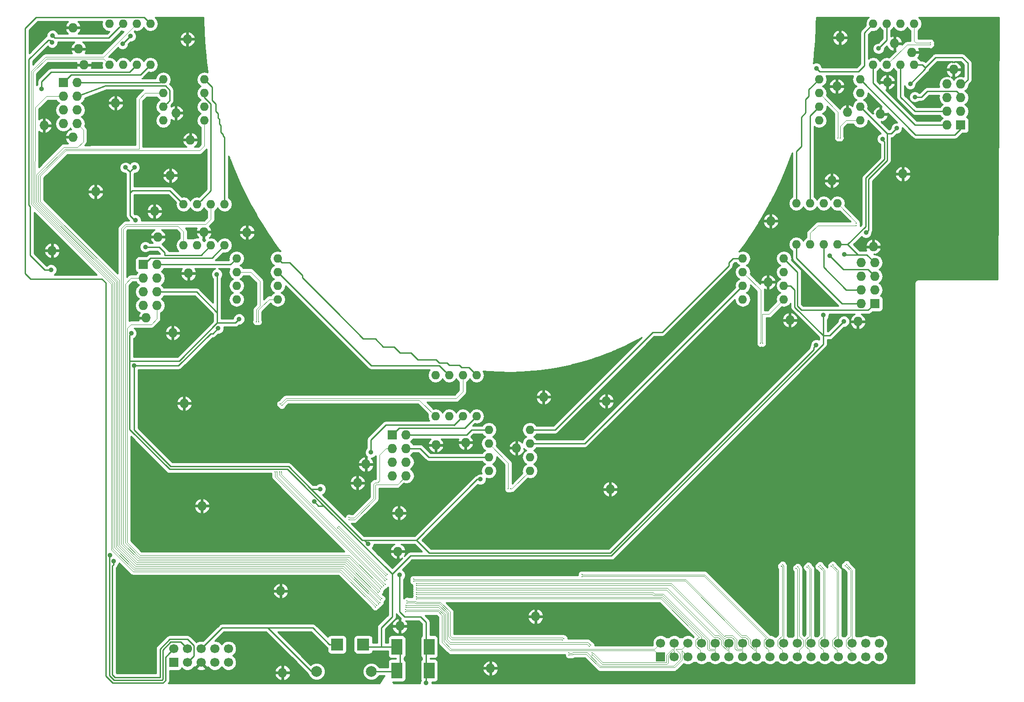
<source format=gtl>
G04 #@! TF.FileFunction,Copper,L1,Top,Signal*
%FSLAX46Y46*%
G04 Gerber Fmt 4.6, Leading zero omitted, Abs format (unit mm)*
G04 Created by KiCad (PCBNEW 4.0.5) date 2016 December 23, Friday 11:17:07*
%MOMM*%
%LPD*%
G01*
G04 APERTURE LIST*
%ADD10C,0.150000*%
%ADD11O,1.727200X1.727200*%
%ADD12R,1.700000X1.700000*%
%ADD13C,1.700000*%
%ADD14O,1.600000X1.600000*%
%ADD15R,1.727200X1.727200*%
%ADD16R,2.235200X2.235200*%
%ADD17C,1.998980*%
%ADD18R,1.998980X2.999740*%
%ADD19C,0.889000*%
%ADD20C,0.200000*%
%ADD21C,0.254000*%
%ADD22C,0.120000*%
%ADD23C,0.125000*%
G04 APERTURE END LIST*
D10*
D11*
X161250000Y-125860000D03*
X201830000Y-164890000D03*
X278840000Y-103870000D03*
X280140000Y-97960000D03*
X131020000Y-94750000D03*
X189470000Y-177960000D03*
D12*
X238020000Y-204670000D03*
D13*
X238020000Y-202130000D03*
X240560000Y-204670000D03*
X240560000Y-202130000D03*
X243100000Y-204670000D03*
X243100000Y-202130000D03*
X245640000Y-204670000D03*
X245640000Y-202130000D03*
X248180000Y-204670000D03*
X248180000Y-202130000D03*
X250720000Y-204670000D03*
X250720000Y-202130000D03*
X253260000Y-204670000D03*
X253260000Y-202130000D03*
X255800000Y-204670000D03*
X255800000Y-202130000D03*
X258340000Y-204670000D03*
X258340000Y-202130000D03*
X260880000Y-204670000D03*
X260880000Y-202130000D03*
X263420000Y-204670000D03*
X263420000Y-202130000D03*
X265960000Y-204670000D03*
X265960000Y-202130000D03*
X268500000Y-204670000D03*
X268500000Y-202130000D03*
X271040000Y-204670000D03*
X271040000Y-202130000D03*
X273580000Y-204670000D03*
X273580000Y-202130000D03*
X276120000Y-204670000D03*
X276120000Y-202130000D03*
X278660000Y-204670000D03*
X278660000Y-202130000D03*
D11*
X136860000Y-101820000D03*
X128980000Y-87850000D03*
X129980000Y-91770000D03*
X148060000Y-103690000D03*
X150200000Y-89980000D03*
X150730000Y-108690000D03*
X150380000Y-133460000D03*
X153240000Y-125780000D03*
X144740000Y-126710000D03*
X144090000Y-121940000D03*
X147030000Y-115280000D03*
X189260000Y-185110000D03*
X196320000Y-165350000D03*
X211290000Y-165910000D03*
X281450000Y-90770000D03*
X272680000Y-103540000D03*
X270730000Y-98730000D03*
X271350000Y-89680000D03*
X284650000Y-92420000D03*
X292420000Y-95610000D03*
X269810000Y-116250000D03*
X258490000Y-123760000D03*
X257970000Y-135100000D03*
X274650000Y-142420000D03*
X277520000Y-128520000D03*
X283000000Y-114990000D03*
X262050000Y-142140000D03*
X181770000Y-172370000D03*
X183330000Y-168930000D03*
X216320000Y-156430000D03*
X227940000Y-157190000D03*
X228670000Y-173560000D03*
X189620000Y-198980000D03*
X214820000Y-197200000D03*
X206440000Y-206810000D03*
X167850000Y-207630000D03*
X167500000Y-192450000D03*
X152900000Y-176680000D03*
X149600000Y-157630000D03*
X142530000Y-141730000D03*
X147470000Y-144530000D03*
X125070000Y-129240000D03*
X128940000Y-108160000D03*
X123610000Y-106000000D03*
X133160000Y-118300000D03*
D14*
X143330000Y-87100000D03*
X140790000Y-87100000D03*
X138250000Y-87100000D03*
X135710000Y-87100000D03*
X135710000Y-94720000D03*
X138250000Y-94720000D03*
X140790000Y-94720000D03*
X143330000Y-94720000D03*
D15*
X293740000Y-105920000D03*
D11*
X293740000Y-103380000D03*
X293740000Y-100840000D03*
X293740000Y-98300000D03*
X291200000Y-98300000D03*
X291200000Y-100840000D03*
X291200000Y-103380000D03*
X291200000Y-105920000D03*
D15*
X277770000Y-139080000D03*
D11*
X277770000Y-136540000D03*
X277770000Y-134000000D03*
X277770000Y-131460000D03*
X275230000Y-131460000D03*
X275230000Y-134000000D03*
X275230000Y-136540000D03*
X275230000Y-139080000D03*
D15*
X188260000Y-163450000D03*
D11*
X188260000Y-165990000D03*
X188260000Y-168530000D03*
X188260000Y-171070000D03*
X190800000Y-171070000D03*
X190800000Y-168530000D03*
X190800000Y-165990000D03*
X190800000Y-163450000D03*
D15*
X142000000Y-131830000D03*
D11*
X142000000Y-134370000D03*
X142000000Y-136910000D03*
X142000000Y-139450000D03*
X144540000Y-139450000D03*
X144540000Y-136910000D03*
X144540000Y-134370000D03*
X144540000Y-131830000D03*
D15*
X127170000Y-98060000D03*
D11*
X127170000Y-100600000D03*
X127170000Y-103140000D03*
X127170000Y-105680000D03*
X129710000Y-105680000D03*
X129710000Y-103140000D03*
X129710000Y-100600000D03*
X129710000Y-98060000D03*
D16*
X177950000Y-202410000D03*
X182830000Y-202410000D03*
D12*
X147650000Y-205750000D03*
D13*
X147650000Y-203210000D03*
X150190000Y-205750000D03*
X150190000Y-203210000D03*
X152730000Y-205750000D03*
X152730000Y-203210000D03*
X155270000Y-205750000D03*
X155270000Y-203210000D03*
X157810000Y-205750000D03*
X157810000Y-203210000D03*
D17*
X184330000Y-207420000D03*
X174170000Y-207420000D03*
D14*
X145730000Y-97460000D03*
X145730000Y-100000000D03*
X145730000Y-102540000D03*
X145730000Y-105080000D03*
X153350000Y-105080000D03*
X153350000Y-102540000D03*
X153350000Y-100000000D03*
X153350000Y-97460000D03*
X157090000Y-120640000D03*
X154550000Y-120640000D03*
X152010000Y-120640000D03*
X149470000Y-120640000D03*
X149470000Y-128260000D03*
X152010000Y-128260000D03*
X154550000Y-128260000D03*
X157090000Y-128260000D03*
X159310000Y-130680000D03*
X159310000Y-133220000D03*
X159310000Y-135760000D03*
X159310000Y-138300000D03*
X166930000Y-138300000D03*
X166930000Y-135760000D03*
X166930000Y-133220000D03*
X166930000Y-130680000D03*
X203850000Y-152380000D03*
X201310000Y-152380000D03*
X198770000Y-152380000D03*
X196230000Y-152380000D03*
X196230000Y-160000000D03*
X198770000Y-160000000D03*
X201310000Y-160000000D03*
X203850000Y-160000000D03*
X206150000Y-162540000D03*
X206150000Y-165080000D03*
X206150000Y-167620000D03*
X206150000Y-170160000D03*
X213770000Y-170160000D03*
X213770000Y-167620000D03*
X213770000Y-165080000D03*
X213770000Y-162540000D03*
X253280000Y-130680000D03*
X253280000Y-133220000D03*
X253280000Y-135760000D03*
X253280000Y-138300000D03*
X260900000Y-138300000D03*
X260900000Y-135760000D03*
X260900000Y-133220000D03*
X260900000Y-130680000D03*
X263230000Y-128100000D03*
X265770000Y-128100000D03*
X268310000Y-128100000D03*
X270850000Y-128100000D03*
X270850000Y-120480000D03*
X268310000Y-120480000D03*
X265770000Y-120480000D03*
X263230000Y-120480000D03*
X267440000Y-97450000D03*
X267440000Y-99990000D03*
X267440000Y-102530000D03*
X267440000Y-105070000D03*
X275060000Y-105070000D03*
X275060000Y-102530000D03*
X275060000Y-99990000D03*
X275060000Y-97450000D03*
X277500000Y-94740000D03*
X280040000Y-94740000D03*
X282580000Y-94740000D03*
X285120000Y-94740000D03*
X285120000Y-87120000D03*
X282580000Y-87120000D03*
X280040000Y-87120000D03*
X277500000Y-87120000D03*
D18*
X189080560Y-202830000D03*
X195080040Y-202830000D03*
X189080260Y-207210000D03*
X195079740Y-207210000D03*
D19*
X125160000Y-89310000D03*
X135851900Y-185860000D03*
X123100000Y-99190000D03*
X142380000Y-128560000D03*
X184260000Y-166720000D03*
X269420000Y-130210000D03*
X285214500Y-100710000D03*
X281830000Y-106530000D03*
X276160000Y-125920000D03*
X268210000Y-141250000D03*
X272050000Y-142380000D03*
X173732872Y-175847127D03*
X155660000Y-133650000D03*
X159790000Y-141970000D03*
X139752440Y-144580000D03*
X140575500Y-123617620D03*
X140260450Y-150595500D03*
X138704500Y-113810000D03*
X278480000Y-91720000D03*
X139650000Y-89420000D03*
X138160000Y-90850000D03*
X125075736Y-90561699D03*
X124878717Y-132821283D03*
X136525500Y-186898760D03*
X284366283Y-98273717D03*
X266911283Y-146761283D03*
X272135278Y-129985278D03*
X279254500Y-108500000D03*
X189600000Y-189508757D03*
X183756358Y-183693642D03*
X204590000Y-171720000D03*
X174886282Y-173526282D03*
X194500000Y-209540000D03*
X155901802Y-143695633D03*
X140355500Y-113780000D03*
X266928600Y-95412560D03*
D20*
X288130000Y-91010000D03*
X272275650Y-187764350D03*
X288130000Y-90630000D03*
X272544350Y-187495650D03*
X269705650Y-187874350D03*
X269974350Y-187605650D03*
X270980000Y-108320000D03*
X267345650Y-187924350D03*
X271360000Y-108320000D03*
X267614350Y-187655650D03*
X274360000Y-124580000D03*
X265185650Y-188054350D03*
X274360000Y-124200000D03*
X265454350Y-187785650D03*
X263454350Y-187985650D03*
X263185650Y-188254350D03*
X256565900Y-146443700D03*
X260403610Y-187858130D03*
X256945900Y-146443700D03*
X260672310Y-187589430D03*
X209758780Y-173489620D03*
X223413320Y-189783220D03*
X210138780Y-173489620D03*
X223413320Y-189403220D03*
X180207153Y-178839771D03*
X178081999Y-180720699D03*
X187020650Y-189659350D03*
X192161834Y-190630000D03*
X180207153Y-179219771D03*
X178350699Y-180451999D03*
X187289350Y-189390650D03*
X192161834Y-190250000D03*
X167431990Y-157736810D03*
X167288182Y-170348342D03*
X186903630Y-190578470D03*
X192712139Y-191445010D03*
X167700690Y-158005510D03*
X167668182Y-170348342D03*
X187172330Y-190309770D03*
X192712139Y-191065010D03*
X162992300Y-142450820D03*
X166454320Y-170334940D03*
X186649391Y-191507674D03*
X192723214Y-192278917D03*
X163372300Y-142450820D03*
X166834320Y-170334940D03*
X186918091Y-191238974D03*
X192723214Y-191898917D03*
X186027104Y-192062329D03*
X192716364Y-193112882D03*
X192716364Y-192732882D03*
X186295804Y-191793629D03*
X185615850Y-192778110D03*
X192668318Y-193945089D03*
X185884550Y-192509410D03*
X192668318Y-193565089D03*
X185999129Y-194136470D03*
X190951743Y-194687471D03*
X219799170Y-201558500D03*
X221020640Y-204348999D03*
X186267829Y-193867770D03*
X190951743Y-194307471D03*
X220067870Y-201289800D03*
X221020640Y-203968999D03*
X225343720Y-204348999D03*
X224772490Y-202775351D03*
X190724098Y-195479897D03*
X185674983Y-194886219D03*
X185943683Y-194617519D03*
X190724098Y-195099897D03*
X225041190Y-202506651D03*
X225343720Y-203968999D03*
X185051970Y-195440030D03*
X190703200Y-196313560D03*
X185320670Y-195171330D03*
X190703200Y-195933560D03*
D21*
X174170000Y-207420000D02*
X173230000Y-207420000D01*
X173230000Y-207420000D02*
X170696560Y-204886560D01*
X177950000Y-202410000D02*
X176578400Y-202410000D01*
X176578400Y-202410000D02*
X173468400Y-199300000D01*
X173468400Y-199300000D02*
X165110000Y-199300000D01*
X165110000Y-199300000D02*
X170696560Y-204886560D01*
X170696560Y-204886560D02*
X170726560Y-204886560D01*
X165110000Y-199300000D02*
X165140000Y-199330000D01*
X165110000Y-199300000D02*
X156640000Y-199300000D01*
X156640000Y-199300000D02*
X152730000Y-203210000D01*
X120060720Y-87939880D02*
X122081601Y-85918999D01*
X122081601Y-85918999D02*
X142148999Y-85918999D01*
X142148999Y-85918999D02*
X142530001Y-86300001D01*
X142530001Y-86300001D02*
X143330000Y-87100000D01*
X120060720Y-133461760D02*
X120060720Y-87939880D01*
X121076720Y-134477760D02*
X120060720Y-133461760D01*
X134294880Y-134477760D02*
X121076720Y-134477760D01*
X135026400Y-135209280D02*
X134294880Y-134477760D01*
X135026400Y-208229200D02*
X135026400Y-135209280D01*
X136337040Y-209539840D02*
X135026400Y-208229200D01*
X145658840Y-209539840D02*
X136337040Y-209539840D01*
X146105880Y-209092800D02*
X145658840Y-209539840D01*
X146105880Y-204759560D02*
X146105880Y-209092800D01*
X146800001Y-204065439D02*
X146105880Y-204759560D01*
X147650000Y-203210000D02*
X146800001Y-204059999D01*
X146800001Y-204059999D02*
X146800001Y-204065439D01*
X125160000Y-89310000D02*
X125604499Y-89754499D01*
X125604499Y-89754499D02*
X135595501Y-89754499D01*
X135595501Y-89754499D02*
X137450001Y-87899999D01*
X137450001Y-87899999D02*
X138250000Y-87100000D01*
X135777817Y-208262183D02*
X135700000Y-208184366D01*
X135700000Y-186011900D02*
X135851900Y-185860000D01*
X135700000Y-208184366D02*
X135700000Y-186011900D01*
X136535634Y-209020000D02*
X135777817Y-208262183D01*
X145448416Y-209031830D02*
X140521830Y-209031830D01*
X140521830Y-209031830D02*
X140510000Y-209020000D01*
X140510000Y-209020000D02*
X136535634Y-209020000D01*
X145597870Y-203440248D02*
X145597870Y-208882376D01*
X145597870Y-208882376D02*
X145448416Y-209031830D01*
X150190000Y-203210000D02*
X148930000Y-201950000D01*
X148930000Y-201950000D02*
X147088118Y-201950000D01*
X147088118Y-201950000D02*
X145597870Y-203440248D01*
X124860000Y-96110000D02*
X123100000Y-97870000D01*
X123100000Y-97870000D02*
X123100000Y-99190000D01*
X140790000Y-94720000D02*
X139420000Y-96090000D01*
X139420000Y-96090000D02*
X124860000Y-96110000D01*
X130210000Y-96613072D02*
X141436928Y-96613072D01*
X141436928Y-96613072D02*
X141460000Y-96590000D01*
X128616928Y-96613072D02*
X127170000Y-98060000D01*
X130210000Y-96613072D02*
X128616928Y-96613072D01*
X143330000Y-94720000D02*
X141460000Y-96590000D01*
X153350000Y-100000000D02*
X153350000Y-100792118D01*
X153350000Y-100792118D02*
X154531001Y-101973119D01*
X154531001Y-101973119D02*
X154531001Y-118118999D01*
X154531001Y-118118999D02*
X152809999Y-119840001D01*
X152809999Y-119840001D02*
X152010000Y-120640000D01*
X156819600Y-107955080D02*
X157090000Y-108225480D01*
X157090000Y-108225480D02*
X157090000Y-116637960D01*
X156819600Y-107665520D02*
X156819600Y-107955080D01*
X156418280Y-107264200D02*
X156819600Y-107665520D01*
X156418280Y-106019600D02*
X156418280Y-107264200D01*
X156169360Y-105770680D02*
X156418280Y-106019600D01*
X156169360Y-104907080D02*
X156169360Y-105770680D01*
X155849320Y-104587040D02*
X156169360Y-104907080D01*
X155849320Y-103804720D02*
X155849320Y-104587040D01*
X155448000Y-103403400D02*
X155849320Y-103804720D01*
X155448000Y-101991160D02*
X155448000Y-103403400D01*
X154813000Y-101356160D02*
X155448000Y-101991160D01*
X154813000Y-98907600D02*
X154813000Y-101356160D01*
X154165399Y-98259999D02*
X154813000Y-98907600D01*
X153350000Y-97460000D02*
X154149999Y-98259999D01*
X154149999Y-98259999D02*
X154165399Y-98259999D01*
X157090000Y-116637960D02*
X157090000Y-120640000D01*
X146000000Y-130077389D02*
X146000000Y-129600000D01*
X144960000Y-128560000D02*
X142380000Y-128560000D01*
X146000000Y-129600000D02*
X144960000Y-128560000D01*
X154550000Y-128260000D02*
X152732611Y-130077389D01*
X152732611Y-130077389D02*
X146000000Y-130077389D01*
X142000000Y-131830000D02*
X142132400Y-131830000D01*
X142132400Y-131830000D02*
X143377001Y-130585399D01*
X157090000Y-128260000D02*
X154764601Y-130585399D01*
X154764601Y-130585399D02*
X143377001Y-130585399D01*
X143377001Y-130585399D02*
X143250000Y-130712400D01*
X166930000Y-133220000D02*
X184301530Y-150591530D01*
X184301530Y-150591530D02*
X196981530Y-150591530D01*
X196981530Y-150591530D02*
X197970001Y-151580001D01*
X197970001Y-151580001D02*
X198770000Y-152380000D01*
X166930000Y-130680000D02*
X167729999Y-131479999D01*
X201096880Y-150977600D02*
X202447600Y-150977600D01*
X192968880Y-149494240D02*
X196311520Y-149494240D01*
X167729999Y-131479999D02*
X169148199Y-131479999D01*
X171505880Y-134254240D02*
X177860960Y-140609320D01*
X169148199Y-131479999D02*
X171505880Y-133837680D01*
X185054240Y-145587720D02*
X186563000Y-147096480D01*
X171505880Y-133837680D02*
X171505880Y-134254240D01*
X177860960Y-140609320D02*
X177860960Y-140620960D01*
X182827720Y-145587720D02*
X185054240Y-145587720D01*
X177860960Y-140620960D02*
X182827720Y-145587720D01*
X188544200Y-147096480D02*
X189641480Y-148193760D01*
X186563000Y-147096480D02*
X188544200Y-147096480D01*
X198846440Y-150550880D02*
X200670160Y-150550880D01*
X189641480Y-148193760D02*
X191668400Y-148193760D01*
X191668400Y-148193760D02*
X192968880Y-149494240D01*
X196311520Y-149494240D02*
X196900800Y-150083520D01*
X196900800Y-150083520D02*
X198379080Y-150083520D01*
X198379080Y-150083520D02*
X198846440Y-150550880D01*
X200670160Y-150550880D02*
X201096880Y-150977600D01*
X202447600Y-150977600D02*
X203850000Y-152380000D01*
X201310000Y-160000000D02*
X201310000Y-160040000D01*
X201310000Y-160040000D02*
X199750000Y-161600000D01*
X184260000Y-164370000D02*
X184260000Y-166720000D01*
X187030000Y-161600000D02*
X184260000Y-164370000D01*
X199750000Y-161600000D02*
X187030000Y-161600000D01*
X201310000Y-160000000D02*
X199612611Y-161697389D01*
D22*
X187843430Y-168646570D02*
X187838080Y-168641220D01*
D21*
X190640000Y-162205399D02*
X189504601Y-162205399D01*
X189504601Y-162205399D02*
X188260000Y-163450000D01*
X203850000Y-160000000D02*
X201644601Y-162205399D01*
X201644601Y-162205399D02*
X190640000Y-162205399D01*
X213770000Y-165080000D02*
X223960000Y-165080000D01*
X223960000Y-165080000D02*
X253280000Y-135760000D01*
X213770000Y-162540000D02*
X218414280Y-162540000D01*
X218414280Y-162540000D02*
X236524800Y-144429480D01*
X250677680Y-131470400D02*
X251468080Y-130680000D01*
X251468080Y-130680000D02*
X253280000Y-130680000D01*
X250677680Y-132054600D02*
X250677680Y-131470400D01*
X238302800Y-144429480D02*
X250677680Y-132054600D01*
X236524800Y-144429480D02*
X238302800Y-144429480D01*
X274950000Y-132745399D02*
X276515399Y-132745399D01*
X276515399Y-132745399D02*
X277770000Y-134000000D01*
X269420000Y-130210000D02*
X271955399Y-132745399D01*
X271955399Y-132745399D02*
X274950000Y-132745399D01*
X276092999Y-140314601D02*
X276535399Y-140314601D01*
X276535399Y-140314601D02*
X277770000Y-139080000D01*
X263433560Y-139542520D02*
X264205641Y-140314601D01*
X264205641Y-140314601D02*
X276092999Y-140314601D01*
X260900000Y-130680000D02*
X263433560Y-133213560D01*
X263433560Y-133213560D02*
X263433560Y-139542520D01*
X265770000Y-120480000D02*
X265770000Y-104200000D01*
X265770000Y-104200000D02*
X267440000Y-102530000D01*
X263230000Y-120480000D02*
X263230000Y-110815480D01*
X263230000Y-110815480D02*
X264144760Y-109900720D01*
X265551920Y-100604320D02*
X265551920Y-99338080D01*
X265551920Y-99338080D02*
X267440000Y-97450000D01*
X264962640Y-101193600D02*
X265551920Y-100604320D01*
X264962640Y-103652320D02*
X264962640Y-101193600D01*
X264144760Y-104470200D02*
X264962640Y-103652320D01*
X264144760Y-109900720D02*
X264144760Y-104470200D01*
X293740000Y-100840000D02*
X293740000Y-100410000D01*
X293740000Y-100410000D02*
X292925399Y-99595399D01*
X292925399Y-99595399D02*
X287562591Y-99595399D01*
X285214500Y-100710000D02*
X286447990Y-100710000D01*
X286447990Y-100710000D02*
X287562591Y-99595399D01*
X293740000Y-105920000D02*
X293740000Y-106670000D01*
X293740000Y-106670000D02*
X292653040Y-107756960D01*
X292653040Y-107756960D02*
X289980640Y-107756960D01*
X285366960Y-107756960D02*
X289980640Y-107756960D01*
X275060000Y-97450000D02*
X285366960Y-107756960D01*
X184330000Y-207420000D02*
X189469700Y-207420000D01*
X189469700Y-207420000D02*
X189679700Y-207210000D01*
X280810000Y-107550000D02*
X281830000Y-106530000D01*
X280080000Y-107550000D02*
X280810000Y-107550000D01*
X280080000Y-112490000D02*
X280080000Y-107550000D01*
X280080000Y-107550000D02*
X275060000Y-102530000D01*
X276604499Y-115965501D02*
X280080000Y-112490000D01*
X276160000Y-125920000D02*
X276604499Y-125475501D01*
X276604499Y-125475501D02*
X276604499Y-115965501D01*
X268210000Y-145037394D02*
X268210000Y-141250000D01*
X269392606Y-145037394D02*
X272050000Y-142380000D01*
X268210000Y-145037394D02*
X269392606Y-145037394D01*
X260900000Y-135760000D02*
X262120000Y-135760000D01*
X262120000Y-135760000D02*
X262925550Y-136565550D01*
X262925550Y-136565550D02*
X262925550Y-139752944D01*
X228900000Y-185940000D02*
X191573874Y-185940000D01*
X262925550Y-139752944D02*
X268210000Y-145037394D01*
X268210000Y-145037394D02*
X268210000Y-146630000D01*
X191573874Y-185940000D02*
X188204578Y-189309296D01*
X268210000Y-146630000D02*
X228900000Y-185940000D01*
X175545282Y-176650000D02*
X171530000Y-172634718D01*
X188204578Y-189309296D02*
X175545282Y-176650000D01*
X175545282Y-176650000D02*
X174535745Y-176650000D01*
X174535745Y-176650000D02*
X173732872Y-175847127D01*
X155750000Y-140750000D02*
X155750000Y-133740000D01*
X155750000Y-133740000D02*
X155660000Y-133650000D01*
X155750000Y-142680000D02*
X159080000Y-142680000D01*
X159080000Y-142680000D02*
X159790000Y-141970000D01*
X139434950Y-149770000D02*
X148660000Y-149770000D01*
X148660000Y-149770000D02*
X155750000Y-142680000D01*
X155750000Y-142680000D02*
X155750000Y-140750000D01*
X155750000Y-140750000D02*
X151910000Y-136910000D01*
X151910000Y-136910000D02*
X144540000Y-136910000D01*
X139434950Y-149770000D02*
X139434950Y-144897490D01*
X139434950Y-144897490D02*
X139752440Y-144580000D01*
X139434950Y-162424950D02*
X139434950Y-149770000D01*
X171530000Y-172634718D02*
X168749221Y-169853939D01*
X168749221Y-169853939D02*
X146863939Y-169853939D01*
X146863939Y-169853939D02*
X139434950Y-162424950D01*
X188204578Y-197215422D02*
X188204578Y-189309296D01*
X186160000Y-199260000D02*
X188204578Y-197215422D01*
X186160000Y-202830000D02*
X183250000Y-202830000D01*
X189680000Y-202830000D02*
X186160000Y-202830000D01*
X186160000Y-202830000D02*
X186160000Y-199260000D01*
X183250000Y-202830000D02*
X182830000Y-202410000D01*
X189679700Y-207210000D02*
X189679700Y-202830300D01*
X189679700Y-202830300D02*
X189680000Y-202830000D01*
X293740000Y-98300000D02*
X294240000Y-98300000D01*
X294240000Y-98300000D02*
X295030000Y-97510000D01*
X295030000Y-97510000D02*
X295030000Y-94390000D01*
X295030000Y-94390000D02*
X294010000Y-93370000D01*
X294010000Y-93370000D02*
X289050000Y-93370000D01*
X289050000Y-93370000D02*
X287140000Y-95280000D01*
X287140000Y-95500000D02*
X287140000Y-95280000D01*
X287140000Y-95280000D02*
X287140000Y-95240000D01*
X286640000Y-94740000D02*
X285120000Y-94740000D01*
X287140000Y-95240000D02*
X286640000Y-94740000D01*
X287110000Y-95440000D02*
X287110000Y-95530000D01*
X287110000Y-95470000D02*
X287110000Y-95440000D01*
X287140000Y-95500000D02*
X287110000Y-95470000D01*
X274770000Y-130000000D02*
X276310000Y-130000000D01*
X276310000Y-130000000D02*
X277770000Y-131460000D01*
X139530000Y-118490000D02*
X139530000Y-122730000D01*
X140417620Y-123617620D02*
X140575500Y-123617620D01*
X139530000Y-122730000D02*
X140417620Y-123617620D01*
X139164499Y-114254499D02*
X139530000Y-114620000D01*
X138704500Y-113810000D02*
X139148999Y-114254499D01*
X139148999Y-114254499D02*
X139164499Y-114254499D01*
X136525500Y-186898760D02*
X136525500Y-187527377D01*
X280040000Y-87120000D02*
X280040000Y-90160000D01*
X280040000Y-90160000D02*
X278480000Y-91720000D01*
X139590000Y-89420000D02*
X138160000Y-90850000D01*
X139650000Y-89420000D02*
X139590000Y-89420000D01*
X124631237Y-90117200D02*
X124352800Y-90117200D01*
X125075736Y-90561699D02*
X124631237Y-90117200D01*
X120755030Y-120764793D02*
X121014833Y-121024596D01*
X120755030Y-93714970D02*
X120755030Y-120764793D01*
X124352800Y-90117200D02*
X120755030Y-93714970D01*
X121014833Y-121024596D02*
X121014833Y-130124833D01*
X123711283Y-132821283D02*
X124878717Y-132821283D01*
X121014833Y-130124833D02*
X123711283Y-132821283D01*
X151421001Y-204518999D02*
X151039999Y-204900001D01*
X150243872Y-201441990D02*
X151421001Y-202619119D01*
X145089860Y-208490140D02*
X145089861Y-203229823D01*
X145056180Y-208523820D02*
X145089860Y-208490140D01*
X151039999Y-204900001D02*
X150190000Y-205750000D01*
X146877694Y-201441990D02*
X150243872Y-201441990D01*
X140743820Y-208523820D02*
X145056180Y-208523820D01*
X140731990Y-208511990D02*
X140743820Y-208523820D01*
X151421001Y-202619119D02*
X151421001Y-204518999D01*
X145089861Y-203229823D02*
X146877694Y-201441990D01*
X136208010Y-207973942D02*
X136746058Y-208511990D01*
X136746058Y-208511990D02*
X140731990Y-208511990D01*
X136208010Y-187844867D02*
X136208010Y-207973942D01*
X136525500Y-187527377D02*
X136208010Y-187844867D01*
X284366283Y-98273717D02*
X287110000Y-95530000D01*
X266466784Y-147654782D02*
X228689576Y-185431990D01*
X228689576Y-185431990D02*
X195093373Y-185431990D01*
X195093373Y-185431990D02*
X192671383Y-183010000D01*
X266911283Y-146761283D02*
X266466784Y-147205782D01*
X266466784Y-147205782D02*
X266466784Y-147654782D01*
X274770000Y-130000000D02*
X272150000Y-130000000D01*
X272150000Y-130000000D02*
X272135278Y-129985278D01*
X274770000Y-130000000D02*
X274658258Y-130000000D01*
X274658258Y-130000000D02*
X272758258Y-128100000D01*
X276096489Y-115755077D02*
X276096489Y-124761769D01*
X276096489Y-124761769D02*
X272758258Y-128100000D01*
X272758258Y-128100000D02*
X271981370Y-128100000D01*
X271981370Y-128100000D02*
X270850000Y-128100000D01*
X279571990Y-109031990D02*
X279571990Y-112279576D01*
X279571990Y-112279576D02*
X276096489Y-115755077D01*
X279254500Y-108500000D02*
X279254500Y-108714500D01*
X279254500Y-108714500D02*
X279571990Y-109031990D01*
X190540000Y-197230000D02*
X193470000Y-197230000D01*
X189600000Y-189508757D02*
X189600000Y-196290000D01*
X189600000Y-196290000D02*
X190540000Y-197230000D01*
X182670000Y-183010000D02*
X183072716Y-183010000D01*
X183072716Y-183010000D02*
X183756358Y-183693642D01*
X173190000Y-173530000D02*
X182670000Y-183010000D01*
X204590000Y-171720000D02*
X203961383Y-171720000D01*
X203961383Y-171720000D02*
X192671383Y-183010000D01*
X192671383Y-183010000D02*
X182670000Y-183010000D01*
X169005929Y-169345929D02*
X173190000Y-173530000D01*
X174886282Y-173526282D02*
X174257665Y-173526282D01*
X174257665Y-173526282D02*
X174253947Y-173530000D01*
X174253947Y-173530000D02*
X173190000Y-173530000D01*
X194480300Y-207210000D02*
X194480300Y-209520300D01*
X194480300Y-209520300D02*
X194500000Y-209540000D01*
X193470000Y-197230000D02*
X194480600Y-198240600D01*
X194480600Y-198240600D02*
X194480600Y-202830000D01*
X140260450Y-162532016D02*
X147074363Y-169345929D01*
X147074363Y-169345929D02*
X169005929Y-169345929D01*
X140260450Y-150595500D02*
X140260450Y-162532016D01*
X154958218Y-144639217D02*
X154509217Y-144639217D01*
X154509217Y-144639217D02*
X148552934Y-150595500D01*
X148552934Y-150595500D02*
X140889067Y-150595500D01*
X140889067Y-150595500D02*
X140260450Y-150595500D01*
X155901802Y-143695633D02*
X154958218Y-144639217D01*
X139920000Y-118100000D02*
X146930000Y-118100000D01*
X146930000Y-118100000D02*
X149470000Y-120640000D01*
X139530000Y-118490000D02*
X139920000Y-118100000D01*
X139530000Y-114620000D02*
X139530000Y-118490000D01*
X140355500Y-113780000D02*
X139911001Y-114224499D01*
X139911001Y-114224499D02*
X139911001Y-114238999D01*
X139911001Y-114238999D02*
X139530000Y-114620000D01*
X194480600Y-202830000D02*
X194480600Y-207209700D01*
X194480600Y-207209700D02*
X194480300Y-207210000D01*
X274724718Y-96037400D02*
X267553440Y-96037400D01*
X267553440Y-96037400D02*
X266928600Y-95412560D01*
X275854160Y-88765840D02*
X275854160Y-94907958D01*
X275854160Y-94907958D02*
X274724718Y-96037400D01*
X277500000Y-87120000D02*
X275854160Y-88765840D01*
X147645120Y-205754880D02*
X147650000Y-205750000D01*
D22*
X288130000Y-91010000D02*
X283770000Y-91010000D01*
X283770000Y-91010000D02*
X280040000Y-94740000D01*
D23*
X273275000Y-200818098D02*
X273275000Y-188710667D01*
X272487499Y-201605599D02*
X273275000Y-200818098D01*
X273580000Y-204670000D02*
X273275000Y-204365000D01*
X273275000Y-204365000D02*
X273275000Y-203441902D01*
X273275000Y-203441902D02*
X272487499Y-202654401D01*
X272487499Y-202654401D02*
X272487499Y-201605599D01*
X273275000Y-188710667D02*
X272328683Y-187764350D01*
X272328683Y-187764350D02*
X272275650Y-187764350D01*
D22*
X285390000Y-90630000D02*
X285120000Y-90360000D01*
X285120000Y-90360000D02*
X285120000Y-87120000D01*
X288130000Y-90630000D02*
X285390000Y-90630000D01*
D23*
X273580000Y-202130000D02*
X273580000Y-188584333D01*
X273580000Y-188584333D02*
X272618132Y-187622465D01*
X272618132Y-187622465D02*
X272618132Y-187599958D01*
X272618132Y-187599958D02*
X272544350Y-187526176D01*
X272544350Y-187526176D02*
X272544350Y-187495650D01*
X271040000Y-204670000D02*
X270735000Y-204365000D01*
X270735000Y-204365000D02*
X270735000Y-203441902D01*
X270735000Y-203441902D02*
X269947499Y-202654401D01*
X269947499Y-202654401D02*
X269947499Y-201605599D01*
X269947499Y-201605599D02*
X270735000Y-200818098D01*
X270735000Y-200818098D02*
X270735000Y-188850667D01*
X270735000Y-188850667D02*
X269758683Y-187874350D01*
X269758683Y-187874350D02*
X269705650Y-187874350D01*
X270048132Y-187732465D02*
X270048132Y-187709958D01*
X271040000Y-202130000D02*
X271040000Y-188724333D01*
X269974350Y-187636176D02*
X269974350Y-187605650D01*
X271040000Y-188724333D02*
X270048132Y-187732465D01*
X270048132Y-187709958D02*
X269974350Y-187636176D01*
D22*
X270980000Y-108320000D02*
X270980000Y-103530000D01*
X270980000Y-103530000D02*
X267440000Y-99990000D01*
D23*
X267407499Y-202654401D02*
X267407499Y-201605599D01*
X268195000Y-204365000D02*
X268195000Y-203441902D01*
X268500000Y-204670000D02*
X268195000Y-204365000D01*
X267407499Y-201605599D02*
X268195000Y-200818098D01*
X268195000Y-203441902D02*
X267407499Y-202654401D01*
X268195000Y-200818098D02*
X268195000Y-188720667D01*
X268195000Y-188720667D02*
X267398683Y-187924350D01*
X267398683Y-187924350D02*
X267345650Y-187924350D01*
D22*
X271360000Y-106150000D02*
X272440000Y-105070000D01*
X272440000Y-105070000D02*
X275060000Y-105070000D01*
X271360000Y-108320000D02*
X271360000Y-106150000D01*
D23*
X268500000Y-202130000D02*
X268500000Y-188594333D01*
X268500000Y-188594333D02*
X267688132Y-187782465D01*
X267688132Y-187782465D02*
X267688132Y-187759958D01*
X267688132Y-187759958D02*
X267614350Y-187686176D01*
X267614350Y-187686176D02*
X267614350Y-187655650D01*
D22*
X274360000Y-124580000D02*
X267190000Y-124580000D01*
X267190000Y-124580000D02*
X265770000Y-126000000D01*
X265770000Y-126000000D02*
X265770000Y-128100000D01*
D23*
X265655000Y-203441902D02*
X264867499Y-202654401D01*
X265655000Y-188470667D02*
X265238683Y-188054350D01*
X264867499Y-202654401D02*
X264867499Y-201605599D01*
X265238683Y-188054350D02*
X265185650Y-188054350D01*
X265960000Y-204670000D02*
X265655000Y-204365000D01*
X265655000Y-204365000D02*
X265655000Y-203441902D01*
X264867499Y-201605599D02*
X265655000Y-200818098D01*
X265655000Y-200818098D02*
X265655000Y-188470667D01*
D22*
X274360000Y-124200000D02*
X274360000Y-123990000D01*
X274360000Y-123990000D02*
X270850000Y-120480000D01*
D23*
X265960000Y-202130000D02*
X265960000Y-188344333D01*
X265960000Y-188344333D02*
X265528132Y-187912465D01*
X265528132Y-187912465D02*
X265528132Y-187889958D01*
X265528132Y-187889958D02*
X265454350Y-187816176D01*
X265454350Y-187816176D02*
X265454350Y-187785650D01*
X263420000Y-204670000D02*
X263725000Y-204365000D01*
X263725000Y-204365000D02*
X263725000Y-203441902D01*
X264512501Y-202654401D02*
X264512501Y-201605599D01*
X263725000Y-203441902D02*
X264512501Y-202654401D01*
X264512501Y-201605599D02*
X263725000Y-200818098D01*
X263725000Y-200818098D02*
X263725000Y-188309333D01*
X263454350Y-188038683D02*
X263454350Y-187985650D01*
X263725000Y-188309333D02*
X263454350Y-188038683D01*
X263216176Y-188254350D02*
X263185650Y-188254350D01*
X263289958Y-188328132D02*
X263216176Y-188254350D01*
X263312465Y-188328132D02*
X263289958Y-188328132D01*
X263420000Y-188435667D02*
X263312465Y-188328132D01*
X263420000Y-202130000D02*
X263420000Y-188435667D01*
D22*
X256603401Y-140911913D02*
X256603401Y-136543401D01*
X256603401Y-136543401D02*
X253280000Y-133220000D01*
D23*
X256565900Y-146443700D02*
X256603401Y-146406199D01*
X256603401Y-146406199D02*
X256603401Y-140911913D01*
X260575000Y-187976487D02*
X260456643Y-187858130D01*
X259787499Y-202654401D02*
X259787499Y-201605599D01*
X260575000Y-203441902D02*
X259787499Y-202654401D01*
X260575000Y-200818098D02*
X260575000Y-187976487D01*
X260880000Y-204670000D02*
X260575000Y-204365000D01*
X260575000Y-204365000D02*
X260575000Y-203441902D01*
X259787499Y-201605599D02*
X260575000Y-200818098D01*
X260456643Y-187858130D02*
X260403610Y-187858130D01*
D22*
X256908399Y-141038247D02*
X258161753Y-141038247D01*
X258161753Y-141038247D02*
X260900000Y-138300000D01*
D23*
X256945900Y-146443700D02*
X256908399Y-146406199D01*
X256908399Y-146406199D02*
X256908399Y-141038247D01*
X260880000Y-202130000D02*
X260880000Y-187850153D01*
X260746092Y-187693738D02*
X260672310Y-187619956D01*
X260672310Y-187619956D02*
X260672310Y-187589430D01*
X260880000Y-187850153D02*
X260746092Y-187716245D01*
X260746092Y-187716245D02*
X260746092Y-187693738D01*
D22*
X209758780Y-173489620D02*
X209758780Y-168688780D01*
X209758780Y-168688780D02*
X206150000Y-165080000D01*
D23*
X257611776Y-201241322D02*
X246116173Y-189745719D01*
X246116173Y-189745719D02*
X223450821Y-189745719D01*
X223450821Y-189745719D02*
X223413320Y-189783220D01*
X258340000Y-204670000D02*
X258035000Y-204365000D01*
X258035000Y-204365000D02*
X258035000Y-203441902D01*
X258035000Y-203441902D02*
X257247499Y-202654401D01*
X257247499Y-202654401D02*
X257247499Y-201605599D01*
X257247499Y-201605599D02*
X257611776Y-201241322D01*
D22*
X210138780Y-173489620D02*
X210440380Y-173489620D01*
X210440380Y-173489620D02*
X213770000Y-170160000D01*
D23*
X258340000Y-201538214D02*
X246242507Y-189440721D01*
X246242507Y-189440721D02*
X223450821Y-189440721D01*
X223450821Y-189440721D02*
X223413320Y-189403220D01*
X258340000Y-202130000D02*
X258340000Y-201538214D01*
D22*
X185830000Y-167200000D02*
X185830000Y-172002843D01*
X185830000Y-172002843D02*
X185465227Y-172367616D01*
X186838686Y-166191314D02*
X185830000Y-167200000D01*
X186838686Y-166190000D02*
X186838686Y-166191314D01*
X188260000Y-165990000D02*
X187038686Y-165990000D01*
X187038686Y-165990000D02*
X186838686Y-166190000D01*
D23*
X185026718Y-172367616D02*
X185465227Y-172367616D01*
X184757500Y-172636834D02*
X185026718Y-172367616D01*
X184757500Y-175236834D02*
X184757500Y-172636834D01*
X181117062Y-178877272D02*
X184757500Y-175236834D01*
X180207153Y-178839771D02*
X180244654Y-178877272D01*
X180244654Y-178877272D02*
X181117062Y-178877272D01*
X178135032Y-180720699D02*
X178081999Y-180720699D01*
X187020650Y-189606317D02*
X178135032Y-180720699D01*
X187020650Y-189659350D02*
X187020650Y-189606317D01*
X255496834Y-203552500D02*
X254352501Y-202408167D01*
X255800000Y-203552500D02*
X255496834Y-203552500D01*
X254352501Y-202408167D02*
X254352501Y-201605599D01*
X255800000Y-204670000D02*
X255800000Y-203552500D01*
X254352501Y-201605599D02*
X253784401Y-201037499D01*
X253784401Y-201037499D02*
X252981833Y-201037499D01*
X192199335Y-190592499D02*
X192161834Y-190630000D01*
X252981833Y-201037499D02*
X242536834Y-190592500D01*
X242536834Y-190592500D02*
X192199335Y-190592499D01*
D22*
X187838080Y-166674800D02*
X187542880Y-165990000D01*
X187542880Y-165990000D02*
X188260000Y-165990000D01*
X190800000Y-171070000D02*
X189197384Y-172672616D01*
X189197384Y-172672616D02*
X185591559Y-172672616D01*
D23*
X185153050Y-172672616D02*
X185591559Y-172672616D01*
X185062500Y-172763166D02*
X185153050Y-172672616D01*
X185062500Y-175363166D02*
X185062500Y-172763166D01*
X181243396Y-179182270D02*
X185062500Y-175363166D01*
X180207153Y-179219771D02*
X180244654Y-179182270D01*
X180244654Y-179182270D02*
X181243396Y-179182270D01*
X187289350Y-189390650D02*
X187236317Y-189390650D01*
X187236317Y-189390650D02*
X178350699Y-180505032D01*
X178350699Y-180505032D02*
X178350699Y-180451999D01*
X254657491Y-201479267D02*
X253910732Y-200732508D01*
X254657492Y-202281826D02*
X254657491Y-201479267D01*
X255800000Y-202130000D02*
X255800000Y-203247500D01*
X255800000Y-203247500D02*
X255623166Y-203247500D01*
X255623166Y-203247500D02*
X254657492Y-202281826D01*
X242663166Y-190287500D02*
X192199335Y-190287501D01*
X253910732Y-200732508D02*
X253108174Y-200732508D01*
X253108174Y-200732508D02*
X242663166Y-190287500D01*
X192199335Y-190287501D02*
X192161834Y-190250000D01*
D22*
X201320400Y-155473400D02*
X201310000Y-155463000D01*
X201310000Y-155463000D02*
X201310000Y-152380000D01*
X200078340Y-156715460D02*
X201320400Y-155473400D01*
X196974740Y-156715460D02*
X200078340Y-156715460D01*
X193144140Y-156715360D02*
X196974640Y-156715360D01*
X196974640Y-156715360D02*
X196974740Y-156715460D01*
D23*
X168506473Y-156715360D02*
X193144140Y-156715360D01*
X167431990Y-157736810D02*
X167485023Y-157736810D01*
X167485023Y-157736810D02*
X168506473Y-156715360D01*
X167325683Y-170947490D02*
X167325683Y-170385843D01*
X186903630Y-190578470D02*
X186903630Y-190525437D01*
X186903630Y-190525437D02*
X167325683Y-170947490D01*
X167325683Y-170385843D02*
X167288182Y-170348342D01*
X248954433Y-200427499D02*
X239934443Y-191407509D01*
X239934443Y-191407509D02*
X192749640Y-191407509D01*
X192749640Y-191407509D02*
X192712139Y-191445010D01*
X249828044Y-201298472D02*
X248957071Y-200427499D01*
X249934626Y-201298472D02*
X249828044Y-201298472D01*
X248957071Y-200427499D02*
X248954433Y-200427499D01*
X252188654Y-203552500D02*
X251812501Y-203176347D01*
X253260000Y-204670000D02*
X253260000Y-203552500D01*
X253260000Y-203552500D02*
X252188654Y-203552500D01*
X251812501Y-201605599D02*
X251244401Y-201037499D01*
X251812501Y-203176347D02*
X251812501Y-201605599D01*
X251244401Y-201037499D02*
X250195599Y-201037499D01*
X250195599Y-201037499D02*
X249934626Y-201298472D01*
D22*
X193144140Y-157020360D02*
X193250360Y-157020360D01*
X193250360Y-157020360D02*
X196230000Y-160000000D01*
D23*
X168632807Y-157020360D02*
X193144140Y-157020360D01*
X167700690Y-158005510D02*
X167700690Y-157952477D01*
X167700690Y-157952477D02*
X168632807Y-157020360D01*
X167630681Y-170385843D02*
X167668182Y-170348342D01*
X187172330Y-190309770D02*
X187119297Y-190309770D01*
X187119297Y-190309770D02*
X167630681Y-170821154D01*
X167630681Y-170821154D02*
X167630681Y-170385843D01*
X192749640Y-191102511D02*
X192712139Y-191065010D01*
X249080774Y-200122508D02*
X240060777Y-191102511D01*
X240060777Y-191102511D02*
X192749640Y-191102511D01*
X249934631Y-200867145D02*
X249828039Y-200867145D01*
X249828039Y-200867145D02*
X249083402Y-200122508D01*
X249083402Y-200122508D02*
X249080774Y-200122508D01*
X253260000Y-202130000D02*
X253260000Y-203247500D01*
X252314986Y-203247500D02*
X252117491Y-203050005D01*
X253260000Y-203247500D02*
X252314986Y-203247500D01*
X252117491Y-203050005D02*
X252117491Y-201479267D01*
X252117491Y-201479267D02*
X251370732Y-200732508D01*
X251370732Y-200732508D02*
X250069267Y-200732509D01*
X250069267Y-200732509D02*
X249934631Y-200867145D01*
D22*
X163649660Y-134909560D02*
X161960100Y-133220000D01*
X161960100Y-133220000D02*
X159310000Y-133220000D01*
X163649660Y-137559660D02*
X163649660Y-134909560D01*
X163652926Y-139526810D02*
X163652926Y-137562926D01*
X163652926Y-137562926D02*
X163649660Y-137559660D01*
D23*
X162992300Y-142450820D02*
X163029801Y-142413319D01*
X163029801Y-142413319D02*
X163029801Y-140149935D01*
X163029801Y-140149935D02*
X163473736Y-139706000D01*
X163473736Y-139706000D02*
X163652926Y-139526810D01*
X166491821Y-170372441D02*
X166454320Y-170334940D01*
X186649391Y-191507674D02*
X186649391Y-191454641D01*
X166491821Y-171297071D02*
X166491821Y-170372441D01*
X186649391Y-191454641D02*
X166491821Y-171297071D01*
X247913433Y-201037499D02*
X239117350Y-192241416D01*
X239117350Y-192241416D02*
X192760715Y-192241416D01*
X192760715Y-192241416D02*
X192723214Y-192278917D01*
X249272501Y-202396567D02*
X249272501Y-201605599D01*
X250720000Y-204670000D02*
X250720000Y-203552500D01*
X250720000Y-203552500D02*
X250428434Y-203552500D01*
X250428434Y-203552500D02*
X249272501Y-202396567D01*
X248704401Y-201037499D02*
X247913433Y-201037499D01*
X249272501Y-201605599D02*
X248704401Y-201037499D01*
D22*
X163957926Y-139683834D02*
X165341760Y-138300000D01*
X165341760Y-138300000D02*
X166930000Y-138300000D01*
X163957926Y-139688680D02*
X163957926Y-139683834D01*
D23*
X163602598Y-140044008D02*
X163957926Y-139688680D01*
X163334799Y-140311807D02*
X163602598Y-140044008D01*
X163372300Y-142450820D02*
X163334799Y-142413319D01*
X163334799Y-142413319D02*
X163334799Y-140311807D01*
X186918091Y-191238974D02*
X186865058Y-191238974D01*
X186865058Y-191238974D02*
X166796819Y-171170735D01*
X166796819Y-170372441D02*
X166834320Y-170334940D01*
X166796819Y-171170735D02*
X166796819Y-170372441D01*
X239243684Y-191936418D02*
X192760715Y-191936418D01*
X248039774Y-200732508D02*
X239243684Y-191936418D01*
X192760715Y-191936418D02*
X192723214Y-191898917D01*
X250720000Y-202130000D02*
X250720000Y-203247500D01*
X250720000Y-203247500D02*
X250554766Y-203247500D01*
X250554766Y-203247500D02*
X249577492Y-202270226D01*
X249577492Y-202270226D02*
X249577491Y-201479267D01*
X249577491Y-201479267D02*
X248830732Y-200732508D01*
X248830732Y-200732508D02*
X248039774Y-200732508D01*
D22*
X138686440Y-135412580D02*
X139729020Y-134370000D01*
X139729020Y-134370000D02*
X142000000Y-134370000D01*
X138686440Y-142951200D02*
X138686440Y-135412580D01*
D23*
X138686440Y-183561442D02*
X138686440Y-142951200D01*
X141268258Y-186143260D02*
X138686440Y-183561442D01*
X180161068Y-186143260D02*
X141268258Y-186143260D01*
X186027104Y-192062329D02*
X186027104Y-192009296D01*
X186027104Y-192009296D02*
X180161068Y-186143260D01*
X192753865Y-193075381D02*
X192716364Y-193112882D01*
X236738904Y-193297580D02*
X236516705Y-193075381D01*
X236516705Y-193075381D02*
X192753865Y-193075381D01*
X248180000Y-203552500D02*
X246993824Y-203552500D01*
X248180000Y-204670000D02*
X248180000Y-203552500D01*
X238366655Y-193297580D02*
X236738904Y-193297580D01*
X246993824Y-203552500D02*
X246732501Y-203291177D01*
X246732501Y-203291177D02*
X246732501Y-201663426D01*
X246732501Y-201663426D02*
X238366655Y-193297580D01*
D22*
X144540000Y-139450000D02*
X144540000Y-141920000D01*
X144540000Y-141920000D02*
X143513880Y-142946120D01*
D23*
X138991440Y-183435110D02*
X138991440Y-143667480D01*
X247037492Y-201537095D02*
X238492986Y-192992589D01*
X247037492Y-203164836D02*
X247037492Y-201537095D01*
X247120156Y-203247500D02*
X247037492Y-203164836D01*
X238492986Y-192992589D02*
X236865245Y-192992589D01*
X248180000Y-203247500D02*
X247120156Y-203247500D01*
X248180000Y-202130000D02*
X248180000Y-203247500D01*
X192753865Y-192770383D02*
X192716364Y-192732882D01*
X236643039Y-192770383D02*
X192753865Y-192770383D01*
X236865245Y-192992589D02*
X236643039Y-192770383D01*
X186242771Y-191793629D02*
X180287402Y-185838260D01*
X186295804Y-191793629D02*
X186242771Y-191793629D01*
X180287402Y-185838260D02*
X141394590Y-185838260D01*
X141394590Y-185838260D02*
X138991440Y-183435110D01*
D22*
X142288800Y-142951200D02*
X142293880Y-142946120D01*
X142293880Y-142946120D02*
X143513880Y-142946120D01*
X138991440Y-143649600D02*
X139689840Y-142951200D01*
X138991440Y-143667480D02*
X138991440Y-143649600D01*
X139689840Y-142951200D02*
X142288800Y-142951200D01*
X154553920Y-123410980D02*
X154550000Y-123407060D01*
X154550000Y-123407060D02*
X154550000Y-120640000D01*
X153591260Y-124373640D02*
X154553920Y-123410980D01*
X150816360Y-124373640D02*
X153591260Y-124373640D01*
X147840700Y-124378620D02*
X150811380Y-124378620D01*
X150811380Y-124378620D02*
X150816360Y-124373640D01*
D23*
X138724974Y-124378620D02*
X147840700Y-124378620D01*
X137967620Y-125135974D02*
X138724974Y-124378620D01*
X137967620Y-183802873D02*
X137967620Y-125135974D01*
X140987007Y-186822260D02*
X137967620Y-183802873D01*
X179713033Y-186822260D02*
X140987007Y-186822260D01*
X185615850Y-192778110D02*
X185615850Y-192725077D01*
X185615850Y-192725077D02*
X179713033Y-186822260D01*
X245115599Y-201037499D02*
X245243893Y-201037499D01*
X245640000Y-204670000D02*
X245335000Y-204365000D01*
X245335000Y-204365000D02*
X245335000Y-203441902D01*
X245335000Y-203441902D02*
X244547499Y-202654401D01*
X192705819Y-193907588D02*
X192668318Y-193945089D01*
X244547499Y-202654401D02*
X244547499Y-201605599D01*
X244547499Y-201605599D02*
X245115599Y-201037499D01*
X238113982Y-193907588D02*
X192705819Y-193907588D01*
X245243893Y-201037499D02*
X238113982Y-193907588D01*
D22*
X149470000Y-125690520D02*
X148463100Y-124683620D01*
X148463100Y-124683620D02*
X147840700Y-124683620D01*
X149470000Y-128260000D02*
X149470000Y-125690520D01*
D23*
X138851306Y-124683620D02*
X147840700Y-124683620D01*
X138272620Y-125262306D02*
X138851306Y-124683620D01*
X138272620Y-183676541D02*
X138272620Y-125262306D01*
X141113339Y-186517260D02*
X138272620Y-183676541D01*
X179839367Y-186517260D02*
X141113339Y-186517260D01*
X185884550Y-192509410D02*
X185831517Y-192509410D01*
X185831517Y-192509410D02*
X179839367Y-186517260D01*
X245640000Y-202130000D02*
X245640000Y-201002274D01*
X245640000Y-201002274D02*
X238240316Y-193602590D01*
X238240316Y-193602590D02*
X192705819Y-193602590D01*
X192705819Y-193602590D02*
X192668318Y-193565089D01*
D22*
X141218920Y-101125020D02*
X142343940Y-100000000D01*
X142343940Y-100000000D02*
X145730000Y-100000000D01*
X141218920Y-104506000D02*
X141218920Y-101125020D01*
X141221460Y-110365440D02*
X141221460Y-104508540D01*
X141221460Y-104508540D02*
X141218920Y-104506000D01*
D23*
X132154853Y-110365440D02*
X141221460Y-110365440D01*
X122556540Y-115297044D02*
X127488144Y-110365440D01*
X127488144Y-110365440D02*
X128528921Y-110365440D01*
X128528921Y-110365440D02*
X128534351Y-110370870D01*
X128534351Y-110370870D02*
X132149423Y-110370870D01*
X132149423Y-110370870D02*
X132154853Y-110365440D01*
X122556540Y-120213735D02*
X122556540Y-115297044D01*
X140705757Y-187501260D02*
X137272469Y-184067972D01*
X137272469Y-184067972D02*
X137272469Y-134929664D01*
X137272469Y-134929664D02*
X122556540Y-120213735D01*
X179416952Y-187501260D02*
X140705757Y-187501260D01*
X185999129Y-194136470D02*
X185999129Y-194083437D01*
X185999129Y-194083437D02*
X179416952Y-187501260D01*
X198664269Y-196484024D02*
X197012634Y-194832388D01*
X219799170Y-201558500D02*
X219799170Y-201505467D01*
X199208675Y-201457660D02*
X198664269Y-200913254D01*
X219799170Y-201505467D02*
X219751363Y-201457660D01*
X219751363Y-201457660D02*
X199208675Y-201457660D01*
X198664269Y-200913254D02*
X198664269Y-196484024D01*
X197012634Y-194832388D02*
X192583403Y-194832388D01*
X192583403Y-194832388D02*
X192400985Y-194649970D01*
X192400985Y-194649970D02*
X190989244Y-194649970D01*
X190989244Y-194649970D02*
X190951743Y-194687471D01*
X221699767Y-204311498D02*
X221058141Y-204311498D01*
X221848765Y-204162500D02*
X221699767Y-204311498D01*
X221058141Y-204311498D02*
X221020640Y-204348999D01*
X241982499Y-205295725D02*
X240600732Y-206677492D01*
X240600732Y-206677492D02*
X226733989Y-206677492D01*
X243100000Y-204670000D02*
X241982499Y-203552499D01*
X241982499Y-203552499D02*
X241982499Y-205295725D01*
X226733989Y-206677492D02*
X224218997Y-204162500D01*
X224218997Y-204162500D02*
X221848765Y-204162500D01*
D22*
X141221460Y-110670440D02*
X152504040Y-110670440D01*
X152504040Y-110670440D02*
X153350000Y-109824480D01*
X153350000Y-109824480D02*
X153350000Y-105080000D01*
D23*
X132281175Y-110670440D02*
X141221460Y-110670440D01*
X122861540Y-115423376D02*
X127614476Y-110670440D01*
X128402599Y-110670440D02*
X128408020Y-110675861D01*
X127614476Y-110670440D02*
X128402599Y-110670440D01*
X128408020Y-110675861D02*
X132275755Y-110675860D01*
X132275755Y-110675860D02*
X132281175Y-110670440D01*
X122861540Y-120087413D02*
X122861540Y-115423376D01*
X140832089Y-187196260D02*
X137577460Y-183941631D01*
X137577460Y-183941631D02*
X137577459Y-134803332D01*
X137577459Y-134803332D02*
X122861540Y-120087413D01*
X179543286Y-187196260D02*
X140832089Y-187196260D01*
X186267829Y-193867770D02*
X186214796Y-193867770D01*
X186214796Y-193867770D02*
X179543286Y-187196260D01*
X198969260Y-200786913D02*
X198969259Y-196357692D01*
X192527319Y-194344972D02*
X190989244Y-194344972D01*
X220067870Y-201289800D02*
X220014837Y-201289800D01*
X220014837Y-201289800D02*
X219877697Y-201152660D01*
X219877697Y-201152660D02*
X199335007Y-201152660D01*
X192709744Y-194527397D02*
X192527319Y-194344972D01*
X199335007Y-201152660D02*
X198969260Y-200786913D01*
X198969259Y-196357692D02*
X197138965Y-194527397D01*
X197138965Y-194527397D02*
X192709744Y-194527397D01*
X190989244Y-194344972D02*
X190951743Y-194307471D01*
X221722424Y-203857509D02*
X221573433Y-204006500D01*
X221058141Y-204006500D02*
X221020640Y-203968999D01*
X221573433Y-204006500D02*
X221058141Y-204006500D01*
X243100000Y-202130000D02*
X241982499Y-203247501D01*
X226860321Y-206372502D02*
X224345328Y-203857509D01*
X241982499Y-203247501D02*
X240865010Y-203247501D01*
X241652501Y-205194401D02*
X240474400Y-206372502D01*
X240865010Y-203247501D02*
X240865010Y-203358108D01*
X240865010Y-203358108D02*
X241652501Y-204145599D01*
X241652501Y-204145599D02*
X241652501Y-205194401D01*
X240474400Y-206372502D02*
X226860321Y-206372502D01*
X224345328Y-203857509D02*
X221722424Y-203857509D01*
D22*
X127170000Y-100600000D02*
X124010400Y-100600000D01*
D23*
X239190332Y-206067492D02*
X227147186Y-206067492D01*
X240560000Y-203552500D02*
X240330208Y-203552500D01*
X240560000Y-203552500D02*
X240560000Y-204670000D01*
X239417491Y-205840333D02*
X239190332Y-206067492D01*
X239417492Y-204465216D02*
X239417491Y-205840333D01*
X240330208Y-203552500D02*
X239417492Y-204465216D01*
X225391192Y-204311498D02*
X225381221Y-204311498D01*
X227147186Y-206067492D02*
X225391192Y-204311498D01*
X225381221Y-204311498D02*
X225343720Y-204348999D01*
X224772490Y-202722318D02*
X224385822Y-202335650D01*
X224772490Y-202775351D02*
X224772490Y-202722318D01*
X224385822Y-202335650D02*
X198868784Y-202335650D01*
X190761599Y-195442396D02*
X190724098Y-195479897D01*
X198054270Y-196736695D02*
X196759971Y-195442396D01*
X198054270Y-201521136D02*
X198054270Y-196736695D01*
X198868784Y-202335650D02*
X198054270Y-201521136D01*
X196759971Y-195442396D02*
X190761599Y-195442396D01*
X121877540Y-115015794D02*
X121939647Y-110303687D01*
X136662470Y-135182335D02*
X121877540Y-120397406D01*
X136662470Y-184421726D02*
X136662470Y-135182335D01*
X179022057Y-188180260D02*
X140421004Y-188180260D01*
X121877540Y-120397406D02*
X121877540Y-115015794D01*
X140421004Y-188180260D02*
X136662470Y-184421726D01*
X185674983Y-194833186D02*
X179022057Y-188180260D01*
X185674983Y-194886219D02*
X185674983Y-194833186D01*
D22*
X121939647Y-110303687D02*
X121939647Y-102670753D01*
X124010400Y-100600000D02*
X121939647Y-102670753D01*
X128640000Y-110059353D02*
X129810647Y-110059353D01*
X130870000Y-106840000D02*
X129710000Y-105680000D01*
X130870000Y-109000000D02*
X130870000Y-106840000D01*
X129810647Y-110059353D02*
X130870000Y-109000000D01*
X127265313Y-110059353D02*
X128640000Y-110059353D01*
X128640000Y-110059353D02*
X128650647Y-110059353D01*
X128650647Y-110059353D02*
X128659654Y-110068360D01*
D23*
X185943683Y-194617519D02*
X185890650Y-194617519D01*
X122182540Y-115142126D02*
X127265313Y-110059353D01*
X185890650Y-194617519D02*
X179148391Y-187875260D01*
X140547336Y-187875260D02*
X136967461Y-184295385D01*
X179148391Y-187875260D02*
X140547336Y-187875260D01*
X122182540Y-120271083D02*
X122182540Y-115142126D01*
X136967461Y-184295385D02*
X136967460Y-135056003D01*
X136967460Y-135056003D02*
X122182540Y-120271083D01*
X198995116Y-202030650D02*
X198359261Y-201394795D01*
X198359261Y-201394795D02*
X198359260Y-196610363D01*
X198359260Y-196610363D02*
X196886295Y-195137398D01*
X196886295Y-195137398D02*
X190761599Y-195137398D01*
X190761599Y-195137398D02*
X190724098Y-195099897D01*
X224512156Y-202030650D02*
X198995116Y-202030650D01*
X225041190Y-202506651D02*
X224988157Y-202506651D01*
X224988157Y-202506651D02*
X224512156Y-202030650D01*
X239064001Y-205762501D02*
X227273527Y-205762501D01*
X240560000Y-203247500D02*
X240203876Y-203247500D01*
X240560000Y-202130000D02*
X240560000Y-203247500D01*
X227273527Y-205762501D02*
X225517526Y-204006500D01*
X240203876Y-203247500D02*
X239112501Y-204338875D01*
X239112501Y-204338875D02*
X239112501Y-205714001D01*
X239112501Y-205714001D02*
X239064001Y-205762501D01*
X225517526Y-204006500D02*
X225381221Y-204006500D01*
X225381221Y-204006500D02*
X225343720Y-203968999D01*
X134592499Y-93297501D02*
X140790000Y-87100000D01*
X121198540Y-95989474D02*
X123890513Y-93297501D01*
X123890513Y-93297501D02*
X134592499Y-93297501D01*
X121198540Y-120581086D02*
X121198540Y-95989474D01*
X136052460Y-135435006D02*
X121198540Y-120581086D01*
X136052460Y-184771966D02*
X136052460Y-135435006D01*
X140139754Y-188859260D02*
X136052460Y-184771966D01*
X178524233Y-188859260D02*
X140139754Y-188859260D01*
X185051970Y-195440030D02*
X185051970Y-195386997D01*
X185051970Y-195386997D02*
X178524233Y-188859260D01*
X199008672Y-203552499D02*
X197444260Y-201988087D01*
X197444260Y-196989366D02*
X196730953Y-196276059D01*
X190740701Y-196276059D02*
X190703200Y-196313560D01*
X238020000Y-204670000D02*
X236902499Y-203552499D01*
X236902499Y-203552499D02*
X199008672Y-203552499D01*
X197444260Y-201988087D02*
X197444260Y-196989366D01*
X196730953Y-196276059D02*
X190740701Y-196276059D01*
X121503540Y-96115806D02*
X124016847Y-93602499D01*
X124016847Y-93602499D02*
X134592499Y-93602499D01*
X134592499Y-93602499D02*
X135710000Y-94720000D01*
X121503540Y-120454754D02*
X121503540Y-96115806D01*
X136357460Y-135308674D02*
X121503540Y-120454754D01*
X136357460Y-184645634D02*
X136357460Y-135308674D01*
X140266086Y-188554260D02*
X136357460Y-184645634D01*
X178650567Y-188554260D02*
X140266086Y-188554260D01*
X185320670Y-195171330D02*
X185267637Y-195171330D01*
X185267637Y-195171330D02*
X178650567Y-188554260D01*
X238020000Y-202130000D02*
X236902499Y-203247501D01*
X236902499Y-203247501D02*
X199135008Y-203247501D01*
X197749260Y-196863034D02*
X196857287Y-195971061D01*
X196857287Y-195971061D02*
X190740701Y-195971061D01*
X199135008Y-203247501D02*
X197749260Y-201861753D01*
X197749260Y-201861753D02*
X197749260Y-196863034D01*
X190740701Y-195971061D02*
X190703200Y-195933560D01*
D21*
X129710000Y-98060000D02*
X145120000Y-98070000D01*
X145120000Y-98070000D02*
X145730000Y-97460000D01*
X145730000Y-97120000D02*
X145730000Y-97460000D01*
X129710000Y-100600000D02*
X134988999Y-98641001D01*
X134988999Y-98641001D02*
X146118883Y-98641001D01*
X146118883Y-98641001D02*
X146911001Y-99433119D01*
X146911001Y-99433119D02*
X146911001Y-101358999D01*
X146911001Y-101358999D02*
X146529999Y-101740001D01*
X146529999Y-101740001D02*
X145730000Y-102540000D01*
X144540000Y-131830000D02*
X158160000Y-131830000D01*
X158160000Y-131830000D02*
X159310000Y-130680000D01*
X159310000Y-130480000D02*
X159310000Y-130680000D01*
X190800000Y-163450000D02*
X202060000Y-163450000D01*
X202970000Y-162540000D02*
X206150000Y-162540000D01*
X202060000Y-163450000D02*
X202970000Y-162540000D01*
X206150000Y-162300000D02*
X206150000Y-162540000D01*
X190800000Y-165990000D02*
X193370000Y-165990000D01*
X195000000Y-167620000D02*
X206150000Y-167620000D01*
X193370000Y-165990000D02*
X195000000Y-167620000D01*
X263230000Y-128100000D02*
X263230000Y-130640000D01*
X271670000Y-139080000D02*
X275230000Y-139080000D01*
X263230000Y-130640000D02*
X271670000Y-139080000D01*
X263230000Y-128620000D02*
X263230000Y-128100000D01*
X263230000Y-128350000D02*
X263230000Y-128100000D01*
X268310000Y-128100000D02*
X268310000Y-132350000D01*
X272500000Y-136540000D02*
X275230000Y-136540000D01*
X268310000Y-132350000D02*
X272500000Y-136540000D01*
X291200000Y-105920000D02*
X285290000Y-105920000D01*
X277500000Y-98130000D02*
X277500000Y-94740000D01*
X285290000Y-105920000D02*
X277500000Y-98130000D01*
X277500000Y-95260000D02*
X277500000Y-94740000D01*
X277500000Y-95010000D02*
X277500000Y-94740000D01*
X291200000Y-103380000D02*
X285250000Y-103380000D01*
X282580000Y-99297242D02*
X282580000Y-94740000D01*
X282580000Y-100710000D02*
X282580000Y-99297242D01*
X285250000Y-103380000D02*
X282580000Y-100710000D01*
X286662758Y-103380000D02*
X286938686Y-103380000D01*
X286938686Y-103380000D02*
X291200000Y-103380000D01*
X152730000Y-205750000D02*
X153961001Y-206981001D01*
X153961001Y-206981001D02*
X153961001Y-207001001D01*
G36*
X300575681Y-134635000D02*
X285840000Y-134635000D01*
X285577862Y-134687143D01*
X285355632Y-134835632D01*
X285207143Y-135057862D01*
X285155000Y-135320000D01*
X285155000Y-209585000D01*
X195579462Y-209585000D01*
X195579660Y-209357310D01*
X196079230Y-209357310D01*
X196314547Y-209313032D01*
X196530671Y-209173960D01*
X196675661Y-208961760D01*
X196726670Y-208709870D01*
X196726670Y-207169026D01*
X204985042Y-207169026D01*
X205157312Y-207584947D01*
X205551510Y-208016821D01*
X206080973Y-208264968D01*
X206313000Y-208144469D01*
X206313000Y-206937000D01*
X206567000Y-206937000D01*
X206567000Y-208144469D01*
X206799027Y-208264968D01*
X207328490Y-208016821D01*
X207722688Y-207584947D01*
X207894958Y-207169026D01*
X207773817Y-206937000D01*
X206567000Y-206937000D01*
X206313000Y-206937000D01*
X205106183Y-206937000D01*
X204985042Y-207169026D01*
X196726670Y-207169026D01*
X196726670Y-206450974D01*
X204985042Y-206450974D01*
X205106183Y-206683000D01*
X206313000Y-206683000D01*
X206313000Y-205475531D01*
X206567000Y-205475531D01*
X206567000Y-206683000D01*
X207773817Y-206683000D01*
X207894958Y-206450974D01*
X207722688Y-206035053D01*
X207328490Y-205603179D01*
X206799027Y-205355032D01*
X206567000Y-205475531D01*
X206313000Y-205475531D01*
X206080973Y-205355032D01*
X205551510Y-205603179D01*
X205157312Y-206035053D01*
X204985042Y-206450974D01*
X196726670Y-206450974D01*
X196726670Y-205710130D01*
X196682392Y-205474813D01*
X196543320Y-205258689D01*
X196331120Y-205113699D01*
X196079230Y-205062690D01*
X195242600Y-205062690D01*
X195242600Y-204977310D01*
X196079530Y-204977310D01*
X196314847Y-204933032D01*
X196530971Y-204793960D01*
X196675961Y-204581760D01*
X196726970Y-204329870D01*
X196726970Y-201330130D01*
X196682692Y-201094813D01*
X196543620Y-200878689D01*
X196331420Y-200733699D01*
X196079530Y-200682690D01*
X195242600Y-200682690D01*
X195242600Y-198240600D01*
X195184596Y-197948995D01*
X195164833Y-197919418D01*
X195019415Y-197701784D01*
X194291189Y-196973559D01*
X196442039Y-196973559D01*
X196746760Y-197278280D01*
X196746760Y-201988087D01*
X196799854Y-202255009D01*
X196936133Y-202458965D01*
X196951053Y-202481294D01*
X198515465Y-204045706D01*
X198741750Y-204196905D01*
X199008672Y-204249999D01*
X220285725Y-204249999D01*
X220285512Y-204494558D01*
X220397174Y-204764799D01*
X220603752Y-204971739D01*
X220873798Y-205083872D01*
X221166199Y-205084127D01*
X221348024Y-205008998D01*
X221699767Y-205008998D01*
X221966689Y-204955904D01*
X222110219Y-204860000D01*
X223930083Y-204860000D01*
X226240782Y-207170699D01*
X226467067Y-207321898D01*
X226733989Y-207374992D01*
X240600732Y-207374992D01*
X240867654Y-207321898D01*
X241093939Y-207170699D01*
X241183017Y-207081621D01*
X242223277Y-207081621D01*
X242230001Y-207131583D01*
X242255633Y-207174994D01*
X242296135Y-207205011D01*
X242345125Y-207216906D01*
X242354366Y-207217261D01*
X242396628Y-207211727D01*
X242440903Y-207187619D01*
X242472310Y-207148185D01*
X242485901Y-207099639D01*
X242486660Y-207089284D01*
X242478941Y-207035480D01*
X242452249Y-206992713D01*
X242411022Y-206963700D01*
X242361754Y-206953012D01*
X242312211Y-206962334D01*
X242270197Y-206990197D01*
X242260197Y-207000197D01*
X242236521Y-207032978D01*
X242223277Y-207081621D01*
X241183017Y-207081621D01*
X242313349Y-205951289D01*
X242803319Y-206154742D01*
X243394089Y-206155257D01*
X243940086Y-205929656D01*
X244149936Y-205720172D01*
X244588418Y-205718524D01*
X244797717Y-205928188D01*
X245343319Y-206154742D01*
X245934089Y-206155257D01*
X246480086Y-205929656D01*
X246699533Y-205710591D01*
X247118926Y-205709015D01*
X247337717Y-205928188D01*
X247883319Y-206154742D01*
X248474089Y-206155257D01*
X249020086Y-205929656D01*
X249249131Y-205701011D01*
X249649434Y-205699506D01*
X249877717Y-205928188D01*
X250423319Y-206154742D01*
X251014089Y-206155257D01*
X251560086Y-205929656D01*
X251798728Y-205691430D01*
X252179942Y-205689998D01*
X252417717Y-205928188D01*
X252963319Y-206154742D01*
X253554089Y-206155257D01*
X254100086Y-205929656D01*
X254348325Y-205681850D01*
X254710450Y-205680489D01*
X254957717Y-205928188D01*
X255503319Y-206154742D01*
X256094089Y-206155257D01*
X256640086Y-205929656D01*
X256897922Y-205672269D01*
X257240958Y-205670980D01*
X257497717Y-205928188D01*
X258043319Y-206154742D01*
X258634089Y-206155257D01*
X259180086Y-205929656D01*
X259447519Y-205662689D01*
X259771466Y-205661472D01*
X260037717Y-205928188D01*
X260583319Y-206154742D01*
X261174089Y-206155257D01*
X261720086Y-205929656D01*
X261997117Y-205653108D01*
X262301973Y-205651963D01*
X262577717Y-205928188D01*
X263123319Y-206154742D01*
X263714089Y-206155257D01*
X264260086Y-205929656D01*
X264546714Y-205643528D01*
X264832481Y-205642454D01*
X265117717Y-205928188D01*
X265663319Y-206154742D01*
X266254089Y-206155257D01*
X266800086Y-205929656D01*
X267096311Y-205633948D01*
X267362989Y-205632945D01*
X267657717Y-205928188D01*
X268203319Y-206154742D01*
X268794089Y-206155257D01*
X269340086Y-205929656D01*
X269645908Y-205624367D01*
X269893497Y-205623437D01*
X270197717Y-205928188D01*
X270743319Y-206154742D01*
X271334089Y-206155257D01*
X271880086Y-205929656D01*
X272195505Y-205614787D01*
X272424005Y-205613928D01*
X272737717Y-205928188D01*
X273283319Y-206154742D01*
X273874089Y-206155257D01*
X274420086Y-205929656D01*
X274745103Y-205605206D01*
X274954513Y-205604419D01*
X275277717Y-205928188D01*
X275823319Y-206154742D01*
X276414089Y-206155257D01*
X276960086Y-205929656D01*
X277294700Y-205595626D01*
X277485021Y-205594911D01*
X277817717Y-205928188D01*
X278363319Y-206154742D01*
X278954089Y-206155257D01*
X279500086Y-205929656D01*
X279918188Y-205512283D01*
X280144742Y-204966681D01*
X280145257Y-204375911D01*
X279919656Y-203829914D01*
X279657655Y-203567455D01*
X279647456Y-203242543D01*
X279918188Y-202972283D01*
X280144742Y-202426681D01*
X280145257Y-201835911D01*
X279919656Y-201289914D01*
X279502283Y-200871812D01*
X278956681Y-200645258D01*
X278365911Y-200644743D01*
X277819914Y-200870344D01*
X277808710Y-200881529D01*
X276976302Y-200885855D01*
X276962283Y-200871812D01*
X276416681Y-200645258D01*
X275825911Y-200644743D01*
X275279914Y-200870344D01*
X275255416Y-200894799D01*
X274449412Y-200898988D01*
X274422283Y-200871812D01*
X274277500Y-200811693D01*
X274277500Y-188584333D01*
X274224406Y-188317411D01*
X274073207Y-188091126D01*
X273242374Y-187260293D01*
X273167816Y-187079850D01*
X272961238Y-186872910D01*
X272691192Y-186760777D01*
X272398791Y-186760522D01*
X272128550Y-186872184D01*
X271921610Y-187078762D01*
X271903263Y-187122946D01*
X271859850Y-187140884D01*
X271652910Y-187347462D01*
X271540777Y-187617508D01*
X271540522Y-187909909D01*
X271652184Y-188180150D01*
X271858762Y-188387090D01*
X272040454Y-188462535D01*
X272577500Y-188999581D01*
X272577500Y-200529184D01*
X272195984Y-200910700D01*
X271922522Y-200912121D01*
X271882283Y-200871812D01*
X271737500Y-200811693D01*
X271737500Y-188724333D01*
X271684406Y-188457411D01*
X271533207Y-188231126D01*
X270672374Y-187370293D01*
X270597816Y-187189850D01*
X270391238Y-186982910D01*
X270121192Y-186870777D01*
X269828791Y-186870522D01*
X269558550Y-186982184D01*
X269351610Y-187188762D01*
X269333263Y-187232946D01*
X269289850Y-187250884D01*
X269082910Y-187457462D01*
X268970777Y-187727508D01*
X268970522Y-188019909D01*
X269021700Y-188143769D01*
X268993207Y-188101126D01*
X268312374Y-187420293D01*
X268237816Y-187239850D01*
X268031238Y-187032910D01*
X267761192Y-186920777D01*
X267468791Y-186920522D01*
X267198550Y-187032184D01*
X266991610Y-187238762D01*
X266973263Y-187282946D01*
X266929850Y-187300884D01*
X266722910Y-187507462D01*
X266610777Y-187777508D01*
X266610522Y-188069909D01*
X266722184Y-188340150D01*
X266928762Y-188547090D01*
X267110454Y-188622535D01*
X267497500Y-189009581D01*
X267497500Y-200529184D01*
X267089444Y-200937240D01*
X266868742Y-200938387D01*
X266802283Y-200871812D01*
X266657500Y-200811693D01*
X266657500Y-188344333D01*
X266646939Y-188291238D01*
X266604407Y-188077412D01*
X266453207Y-187851126D01*
X266152374Y-187550293D01*
X266077816Y-187369850D01*
X265871238Y-187162910D01*
X265601192Y-187050777D01*
X265308791Y-187050522D01*
X265038550Y-187162184D01*
X264831610Y-187368762D01*
X264813263Y-187412946D01*
X264769850Y-187430884D01*
X264562910Y-187637462D01*
X264450777Y-187907508D01*
X264450522Y-188199909D01*
X264562184Y-188470150D01*
X264768762Y-188677090D01*
X264950454Y-188752535D01*
X264957500Y-188759581D01*
X264957500Y-200529184D01*
X264690000Y-200796684D01*
X264422500Y-200529184D01*
X264422500Y-188309333D01*
X264369406Y-188042411D01*
X264218207Y-187816126D01*
X264152374Y-187750293D01*
X264077816Y-187569850D01*
X263871238Y-187362910D01*
X263601192Y-187250777D01*
X263308791Y-187250522D01*
X263038550Y-187362184D01*
X262831610Y-187568762D01*
X262813263Y-187612946D01*
X262769850Y-187630884D01*
X262562910Y-187837462D01*
X262450777Y-188107508D01*
X262450522Y-188399909D01*
X262562184Y-188670150D01*
X262722500Y-188830747D01*
X262722500Y-200811429D01*
X262579914Y-200870344D01*
X262488950Y-200961150D01*
X261814962Y-200964652D01*
X261722283Y-200871812D01*
X261577500Y-200811693D01*
X261577500Y-187850153D01*
X261568020Y-187802492D01*
X261524407Y-187583232D01*
X261373207Y-187356946D01*
X261370334Y-187354073D01*
X261295776Y-187173630D01*
X261089198Y-186966690D01*
X260819152Y-186854557D01*
X260526751Y-186854302D01*
X260256510Y-186965964D01*
X260049570Y-187172542D01*
X260031223Y-187216726D01*
X259987810Y-187234664D01*
X259780870Y-187441242D01*
X259668737Y-187711288D01*
X259668482Y-188003689D01*
X259780144Y-188273930D01*
X259877500Y-188371457D01*
X259877500Y-200529184D01*
X259429634Y-200977050D01*
X259288072Y-200977785D01*
X259182283Y-200871812D01*
X258636681Y-200645258D01*
X258433281Y-200645081D01*
X246735714Y-188947514D01*
X246677800Y-188908817D01*
X246509429Y-188796315D01*
X246242507Y-188743221D01*
X223740478Y-188743221D01*
X223560162Y-188668347D01*
X223267761Y-188668092D01*
X222997520Y-188779754D01*
X222790580Y-188986332D01*
X222678447Y-189256378D01*
X222678192Y-189548779D01*
X222695224Y-189590000D01*
X192488992Y-189590001D01*
X192308676Y-189515127D01*
X192016275Y-189514872D01*
X191746034Y-189626534D01*
X191539094Y-189833112D01*
X191426961Y-190103158D01*
X191426706Y-190395559D01*
X191444976Y-190439774D01*
X191426961Y-190483158D01*
X191426706Y-190775559D01*
X191538368Y-191045800D01*
X191744946Y-191252740D01*
X191977222Y-191349189D01*
X191977011Y-191590569D01*
X192016111Y-191685198D01*
X191988341Y-191752075D01*
X191988086Y-192044476D01*
X192006356Y-192088691D01*
X191988341Y-192132075D01*
X191988086Y-192424476D01*
X192018258Y-192497496D01*
X191981491Y-192586040D01*
X191981236Y-192878441D01*
X191999506Y-192922656D01*
X191981491Y-192966040D01*
X191981236Y-193258441D01*
X191990496Y-193280852D01*
X191933445Y-193418247D01*
X191933245Y-193647472D01*
X191278901Y-193647472D01*
X191098585Y-193572598D01*
X190806184Y-193572343D01*
X190535943Y-193684005D01*
X190362000Y-193857644D01*
X190362000Y-190273399D01*
X190514622Y-190121043D01*
X190679313Y-189724425D01*
X190679687Y-189294973D01*
X190515689Y-188898068D01*
X190212286Y-188594135D01*
X190060427Y-188531077D01*
X191889504Y-186702000D01*
X228900000Y-186702000D01*
X229191605Y-186643996D01*
X229438815Y-186478815D01*
X268748815Y-147168815D01*
X268913996Y-146921605D01*
X268915473Y-146914178D01*
X268972000Y-146630000D01*
X268972000Y-145799394D01*
X269392606Y-145799394D01*
X269684211Y-145741390D01*
X269931421Y-145576209D01*
X272048132Y-143459499D01*
X272263784Y-143459687D01*
X272660689Y-143295689D01*
X272964622Y-142992286D01*
X273053175Y-142779026D01*
X273195042Y-142779026D01*
X273367312Y-143194947D01*
X273761510Y-143626821D01*
X274290973Y-143874968D01*
X274523000Y-143754469D01*
X274523000Y-142547000D01*
X274777000Y-142547000D01*
X274777000Y-143754469D01*
X275009027Y-143874968D01*
X275538490Y-143626821D01*
X275932688Y-143194947D01*
X276104958Y-142779026D01*
X275983817Y-142547000D01*
X274777000Y-142547000D01*
X274523000Y-142547000D01*
X273316183Y-142547000D01*
X273195042Y-142779026D01*
X273053175Y-142779026D01*
X273129313Y-142595668D01*
X273129687Y-142166216D01*
X272965689Y-141769311D01*
X272662286Y-141465378D01*
X272265668Y-141300687D01*
X271836216Y-141300313D01*
X271439311Y-141464311D01*
X271135378Y-141767714D01*
X270970687Y-142164332D01*
X270970498Y-142381872D01*
X269076976Y-144275394D01*
X268972000Y-144275394D01*
X268972000Y-142014642D01*
X269124622Y-141862286D01*
X269289313Y-141465668D01*
X269289652Y-141076601D01*
X274052922Y-141076601D01*
X273761510Y-141213179D01*
X273367312Y-141645053D01*
X273195042Y-142060974D01*
X273316183Y-142293000D01*
X274523000Y-142293000D01*
X274523000Y-142273000D01*
X274777000Y-142273000D01*
X274777000Y-142293000D01*
X275983817Y-142293000D01*
X276104958Y-142060974D01*
X275932688Y-141645053D01*
X275538490Y-141213179D01*
X275247078Y-141076601D01*
X276535399Y-141076601D01*
X276827004Y-141018597D01*
X277074214Y-140853416D01*
X277336590Y-140591040D01*
X278633600Y-140591040D01*
X278868917Y-140546762D01*
X279085041Y-140407690D01*
X279230031Y-140195490D01*
X279281040Y-139943600D01*
X279281040Y-138216400D01*
X279236762Y-137981083D01*
X279097690Y-137764959D01*
X278885490Y-137619969D01*
X278841869Y-137611136D01*
X278859029Y-137599670D01*
X279183885Y-137113489D01*
X279297959Y-136540000D01*
X279183885Y-135966511D01*
X278859029Y-135480330D01*
X278544248Y-135270000D01*
X278859029Y-135059670D01*
X279183885Y-134573489D01*
X279297959Y-134000000D01*
X279183885Y-133426511D01*
X278859029Y-132940330D01*
X278544248Y-132730000D01*
X278859029Y-132519670D01*
X279183885Y-132033489D01*
X279297959Y-131460000D01*
X279183885Y-130886511D01*
X278859029Y-130400330D01*
X278372848Y-130075474D01*
X277799359Y-129961400D01*
X277740641Y-129961400D01*
X277647002Y-129980026D01*
X277647002Y-129854470D01*
X277879027Y-129974968D01*
X278408490Y-129726821D01*
X278802688Y-129294947D01*
X278974958Y-128879026D01*
X278853817Y-128647000D01*
X277647000Y-128647000D01*
X277647000Y-128667000D01*
X277393000Y-128667000D01*
X277393000Y-128647000D01*
X276186183Y-128647000D01*
X276065042Y-128879026D01*
X276213725Y-129238000D01*
X274973889Y-129238000D01*
X273896863Y-128160974D01*
X276065042Y-128160974D01*
X276186183Y-128393000D01*
X277393000Y-128393000D01*
X277393000Y-127185531D01*
X277647000Y-127185531D01*
X277647000Y-128393000D01*
X278853817Y-128393000D01*
X278974958Y-128160974D01*
X278802688Y-127745053D01*
X278408490Y-127313179D01*
X277879027Y-127065032D01*
X277647000Y-127185531D01*
X277393000Y-127185531D01*
X277160973Y-127065032D01*
X276631510Y-127313179D01*
X276237312Y-127745053D01*
X276065042Y-128160974D01*
X273896863Y-128160974D01*
X273835888Y-128100000D01*
X275324685Y-126611204D01*
X275547714Y-126834622D01*
X275944332Y-126999313D01*
X276373784Y-126999687D01*
X276770689Y-126835689D01*
X277074622Y-126532286D01*
X277239313Y-126135668D01*
X277239544Y-125870299D01*
X277308496Y-125767105D01*
X277366499Y-125475501D01*
X277366499Y-116281131D01*
X278298604Y-115349026D01*
X281545042Y-115349026D01*
X281717312Y-115764947D01*
X282111510Y-116196821D01*
X282640973Y-116444968D01*
X282873000Y-116324469D01*
X282873000Y-115117000D01*
X283127000Y-115117000D01*
X283127000Y-116324469D01*
X283359027Y-116444968D01*
X283888490Y-116196821D01*
X284282688Y-115764947D01*
X284454958Y-115349026D01*
X284333817Y-115117000D01*
X283127000Y-115117000D01*
X282873000Y-115117000D01*
X281666183Y-115117000D01*
X281545042Y-115349026D01*
X278298604Y-115349026D01*
X279016656Y-114630974D01*
X281545042Y-114630974D01*
X281666183Y-114863000D01*
X282873000Y-114863000D01*
X282873000Y-113655531D01*
X283127000Y-113655531D01*
X283127000Y-114863000D01*
X284333817Y-114863000D01*
X284454958Y-114630974D01*
X284282688Y-114215053D01*
X283888490Y-113783179D01*
X283359027Y-113535032D01*
X283127000Y-113655531D01*
X282873000Y-113655531D01*
X282640973Y-113535032D01*
X282111510Y-113783179D01*
X281717312Y-114215053D01*
X281545042Y-114630974D01*
X279016656Y-114630974D01*
X280618816Y-113028815D01*
X280754390Y-112825913D01*
X280783996Y-112781605D01*
X280842000Y-112490000D01*
X280842000Y-108305635D01*
X281101605Y-108253996D01*
X281348815Y-108088815D01*
X281828131Y-107609499D01*
X282043784Y-107609687D01*
X282440689Y-107445689D01*
X282744622Y-107142286D01*
X282909313Y-106745668D01*
X282909634Y-106377265D01*
X284828145Y-108295776D01*
X284976337Y-108394794D01*
X285075355Y-108460956D01*
X285366960Y-108518960D01*
X292653040Y-108518960D01*
X292944645Y-108460956D01*
X293191855Y-108295775D01*
X294056591Y-107431040D01*
X294603600Y-107431040D01*
X294838917Y-107386762D01*
X295055041Y-107247690D01*
X295200031Y-107035490D01*
X295251040Y-106783600D01*
X295251040Y-105056400D01*
X295206762Y-104821083D01*
X295067690Y-104604959D01*
X294855490Y-104459969D01*
X294811869Y-104451136D01*
X294829029Y-104439670D01*
X295153885Y-103953489D01*
X295267959Y-103380000D01*
X295153885Y-102806511D01*
X294829029Y-102320330D01*
X294514248Y-102110000D01*
X294829029Y-101899670D01*
X295153885Y-101413489D01*
X295267959Y-100840000D01*
X295153885Y-100266511D01*
X294829029Y-99780330D01*
X294514248Y-99570000D01*
X294829029Y-99359670D01*
X295153885Y-98873489D01*
X295255625Y-98362005D01*
X295568816Y-98048815D01*
X295719138Y-97823841D01*
X295733996Y-97801605D01*
X295792000Y-97510000D01*
X295792000Y-94390000D01*
X295733996Y-94098395D01*
X295568815Y-93851185D01*
X294548815Y-92831185D01*
X294478858Y-92784441D01*
X294301605Y-92666004D01*
X294010000Y-92608000D01*
X289050000Y-92608000D01*
X288758395Y-92666004D01*
X288581142Y-92784441D01*
X288511185Y-92831185D01*
X287156257Y-94186113D01*
X287109742Y-94155032D01*
X286931605Y-94036004D01*
X286640000Y-93978000D01*
X286322330Y-93978000D01*
X286134698Y-93697189D01*
X285724460Y-93423076D01*
X285932688Y-93194947D01*
X286104958Y-92779026D01*
X285983817Y-92547000D01*
X284777000Y-92547000D01*
X284777000Y-92567000D01*
X284523000Y-92567000D01*
X284523000Y-92547000D01*
X284503000Y-92547000D01*
X284503000Y-92293000D01*
X284523000Y-92293000D01*
X284523000Y-92273000D01*
X284777000Y-92273000D01*
X284777000Y-92293000D01*
X285983817Y-92293000D01*
X286104958Y-92060974D01*
X285957517Y-91705000D01*
X287887133Y-91705000D01*
X287983158Y-91744873D01*
X288275559Y-91745128D01*
X288545800Y-91633466D01*
X288752740Y-91426888D01*
X288864873Y-91156842D01*
X288865128Y-90864441D01*
X288846858Y-90820226D01*
X288864873Y-90776842D01*
X288865128Y-90484441D01*
X288753466Y-90214200D01*
X288546888Y-90007260D01*
X288276842Y-89895127D01*
X287984441Y-89894872D01*
X287887324Y-89935000D01*
X285815000Y-89935000D01*
X285815000Y-88376427D01*
X286134698Y-88162811D01*
X286445767Y-87697264D01*
X286555000Y-87148113D01*
X286555000Y-87091887D01*
X286445767Y-86542736D01*
X286134698Y-86077189D01*
X285951829Y-85955000D01*
X300811040Y-85955000D01*
X300575681Y-134635000D01*
X300575681Y-134635000D01*
G37*
X300575681Y-134635000D02*
X285840000Y-134635000D01*
X285577862Y-134687143D01*
X285355632Y-134835632D01*
X285207143Y-135057862D01*
X285155000Y-135320000D01*
X285155000Y-209585000D01*
X195579462Y-209585000D01*
X195579660Y-209357310D01*
X196079230Y-209357310D01*
X196314547Y-209313032D01*
X196530671Y-209173960D01*
X196675661Y-208961760D01*
X196726670Y-208709870D01*
X196726670Y-207169026D01*
X204985042Y-207169026D01*
X205157312Y-207584947D01*
X205551510Y-208016821D01*
X206080973Y-208264968D01*
X206313000Y-208144469D01*
X206313000Y-206937000D01*
X206567000Y-206937000D01*
X206567000Y-208144469D01*
X206799027Y-208264968D01*
X207328490Y-208016821D01*
X207722688Y-207584947D01*
X207894958Y-207169026D01*
X207773817Y-206937000D01*
X206567000Y-206937000D01*
X206313000Y-206937000D01*
X205106183Y-206937000D01*
X204985042Y-207169026D01*
X196726670Y-207169026D01*
X196726670Y-206450974D01*
X204985042Y-206450974D01*
X205106183Y-206683000D01*
X206313000Y-206683000D01*
X206313000Y-205475531D01*
X206567000Y-205475531D01*
X206567000Y-206683000D01*
X207773817Y-206683000D01*
X207894958Y-206450974D01*
X207722688Y-206035053D01*
X207328490Y-205603179D01*
X206799027Y-205355032D01*
X206567000Y-205475531D01*
X206313000Y-205475531D01*
X206080973Y-205355032D01*
X205551510Y-205603179D01*
X205157312Y-206035053D01*
X204985042Y-206450974D01*
X196726670Y-206450974D01*
X196726670Y-205710130D01*
X196682392Y-205474813D01*
X196543320Y-205258689D01*
X196331120Y-205113699D01*
X196079230Y-205062690D01*
X195242600Y-205062690D01*
X195242600Y-204977310D01*
X196079530Y-204977310D01*
X196314847Y-204933032D01*
X196530971Y-204793960D01*
X196675961Y-204581760D01*
X196726970Y-204329870D01*
X196726970Y-201330130D01*
X196682692Y-201094813D01*
X196543620Y-200878689D01*
X196331420Y-200733699D01*
X196079530Y-200682690D01*
X195242600Y-200682690D01*
X195242600Y-198240600D01*
X195184596Y-197948995D01*
X195164833Y-197919418D01*
X195019415Y-197701784D01*
X194291189Y-196973559D01*
X196442039Y-196973559D01*
X196746760Y-197278280D01*
X196746760Y-201988087D01*
X196799854Y-202255009D01*
X196936133Y-202458965D01*
X196951053Y-202481294D01*
X198515465Y-204045706D01*
X198741750Y-204196905D01*
X199008672Y-204249999D01*
X220285725Y-204249999D01*
X220285512Y-204494558D01*
X220397174Y-204764799D01*
X220603752Y-204971739D01*
X220873798Y-205083872D01*
X221166199Y-205084127D01*
X221348024Y-205008998D01*
X221699767Y-205008998D01*
X221966689Y-204955904D01*
X222110219Y-204860000D01*
X223930083Y-204860000D01*
X226240782Y-207170699D01*
X226467067Y-207321898D01*
X226733989Y-207374992D01*
X240600732Y-207374992D01*
X240867654Y-207321898D01*
X241093939Y-207170699D01*
X241183017Y-207081621D01*
X242223277Y-207081621D01*
X242230001Y-207131583D01*
X242255633Y-207174994D01*
X242296135Y-207205011D01*
X242345125Y-207216906D01*
X242354366Y-207217261D01*
X242396628Y-207211727D01*
X242440903Y-207187619D01*
X242472310Y-207148185D01*
X242485901Y-207099639D01*
X242486660Y-207089284D01*
X242478941Y-207035480D01*
X242452249Y-206992713D01*
X242411022Y-206963700D01*
X242361754Y-206953012D01*
X242312211Y-206962334D01*
X242270197Y-206990197D01*
X242260197Y-207000197D01*
X242236521Y-207032978D01*
X242223277Y-207081621D01*
X241183017Y-207081621D01*
X242313349Y-205951289D01*
X242803319Y-206154742D01*
X243394089Y-206155257D01*
X243940086Y-205929656D01*
X244149936Y-205720172D01*
X244588418Y-205718524D01*
X244797717Y-205928188D01*
X245343319Y-206154742D01*
X245934089Y-206155257D01*
X246480086Y-205929656D01*
X246699533Y-205710591D01*
X247118926Y-205709015D01*
X247337717Y-205928188D01*
X247883319Y-206154742D01*
X248474089Y-206155257D01*
X249020086Y-205929656D01*
X249249131Y-205701011D01*
X249649434Y-205699506D01*
X249877717Y-205928188D01*
X250423319Y-206154742D01*
X251014089Y-206155257D01*
X251560086Y-205929656D01*
X251798728Y-205691430D01*
X252179942Y-205689998D01*
X252417717Y-205928188D01*
X252963319Y-206154742D01*
X253554089Y-206155257D01*
X254100086Y-205929656D01*
X254348325Y-205681850D01*
X254710450Y-205680489D01*
X254957717Y-205928188D01*
X255503319Y-206154742D01*
X256094089Y-206155257D01*
X256640086Y-205929656D01*
X256897922Y-205672269D01*
X257240958Y-205670980D01*
X257497717Y-205928188D01*
X258043319Y-206154742D01*
X258634089Y-206155257D01*
X259180086Y-205929656D01*
X259447519Y-205662689D01*
X259771466Y-205661472D01*
X260037717Y-205928188D01*
X260583319Y-206154742D01*
X261174089Y-206155257D01*
X261720086Y-205929656D01*
X261997117Y-205653108D01*
X262301973Y-205651963D01*
X262577717Y-205928188D01*
X263123319Y-206154742D01*
X263714089Y-206155257D01*
X264260086Y-205929656D01*
X264546714Y-205643528D01*
X264832481Y-205642454D01*
X265117717Y-205928188D01*
X265663319Y-206154742D01*
X266254089Y-206155257D01*
X266800086Y-205929656D01*
X267096311Y-205633948D01*
X267362989Y-205632945D01*
X267657717Y-205928188D01*
X268203319Y-206154742D01*
X268794089Y-206155257D01*
X269340086Y-205929656D01*
X269645908Y-205624367D01*
X269893497Y-205623437D01*
X270197717Y-205928188D01*
X270743319Y-206154742D01*
X271334089Y-206155257D01*
X271880086Y-205929656D01*
X272195505Y-205614787D01*
X272424005Y-205613928D01*
X272737717Y-205928188D01*
X273283319Y-206154742D01*
X273874089Y-206155257D01*
X274420086Y-205929656D01*
X274745103Y-205605206D01*
X274954513Y-205604419D01*
X275277717Y-205928188D01*
X275823319Y-206154742D01*
X276414089Y-206155257D01*
X276960086Y-205929656D01*
X277294700Y-205595626D01*
X277485021Y-205594911D01*
X277817717Y-205928188D01*
X278363319Y-206154742D01*
X278954089Y-206155257D01*
X279500086Y-205929656D01*
X279918188Y-205512283D01*
X280144742Y-204966681D01*
X280145257Y-204375911D01*
X279919656Y-203829914D01*
X279657655Y-203567455D01*
X279647456Y-203242543D01*
X279918188Y-202972283D01*
X280144742Y-202426681D01*
X280145257Y-201835911D01*
X279919656Y-201289914D01*
X279502283Y-200871812D01*
X278956681Y-200645258D01*
X278365911Y-200644743D01*
X277819914Y-200870344D01*
X277808710Y-200881529D01*
X276976302Y-200885855D01*
X276962283Y-200871812D01*
X276416681Y-200645258D01*
X275825911Y-200644743D01*
X275279914Y-200870344D01*
X275255416Y-200894799D01*
X274449412Y-200898988D01*
X274422283Y-200871812D01*
X274277500Y-200811693D01*
X274277500Y-188584333D01*
X274224406Y-188317411D01*
X274073207Y-188091126D01*
X273242374Y-187260293D01*
X273167816Y-187079850D01*
X272961238Y-186872910D01*
X272691192Y-186760777D01*
X272398791Y-186760522D01*
X272128550Y-186872184D01*
X271921610Y-187078762D01*
X271903263Y-187122946D01*
X271859850Y-187140884D01*
X271652910Y-187347462D01*
X271540777Y-187617508D01*
X271540522Y-187909909D01*
X271652184Y-188180150D01*
X271858762Y-188387090D01*
X272040454Y-188462535D01*
X272577500Y-188999581D01*
X272577500Y-200529184D01*
X272195984Y-200910700D01*
X271922522Y-200912121D01*
X271882283Y-200871812D01*
X271737500Y-200811693D01*
X271737500Y-188724333D01*
X271684406Y-188457411D01*
X271533207Y-188231126D01*
X270672374Y-187370293D01*
X270597816Y-187189850D01*
X270391238Y-186982910D01*
X270121192Y-186870777D01*
X269828791Y-186870522D01*
X269558550Y-186982184D01*
X269351610Y-187188762D01*
X269333263Y-187232946D01*
X269289850Y-187250884D01*
X269082910Y-187457462D01*
X268970777Y-187727508D01*
X268970522Y-188019909D01*
X269021700Y-188143769D01*
X268993207Y-188101126D01*
X268312374Y-187420293D01*
X268237816Y-187239850D01*
X268031238Y-187032910D01*
X267761192Y-186920777D01*
X267468791Y-186920522D01*
X267198550Y-187032184D01*
X266991610Y-187238762D01*
X266973263Y-187282946D01*
X266929850Y-187300884D01*
X266722910Y-187507462D01*
X266610777Y-187777508D01*
X266610522Y-188069909D01*
X266722184Y-188340150D01*
X266928762Y-188547090D01*
X267110454Y-188622535D01*
X267497500Y-189009581D01*
X267497500Y-200529184D01*
X267089444Y-200937240D01*
X266868742Y-200938387D01*
X266802283Y-200871812D01*
X266657500Y-200811693D01*
X266657500Y-188344333D01*
X266646939Y-188291238D01*
X266604407Y-188077412D01*
X266453207Y-187851126D01*
X266152374Y-187550293D01*
X266077816Y-187369850D01*
X265871238Y-187162910D01*
X265601192Y-187050777D01*
X265308791Y-187050522D01*
X265038550Y-187162184D01*
X264831610Y-187368762D01*
X264813263Y-187412946D01*
X264769850Y-187430884D01*
X264562910Y-187637462D01*
X264450777Y-187907508D01*
X264450522Y-188199909D01*
X264562184Y-188470150D01*
X264768762Y-188677090D01*
X264950454Y-188752535D01*
X264957500Y-188759581D01*
X264957500Y-200529184D01*
X264690000Y-200796684D01*
X264422500Y-200529184D01*
X264422500Y-188309333D01*
X264369406Y-188042411D01*
X264218207Y-187816126D01*
X264152374Y-187750293D01*
X264077816Y-187569850D01*
X263871238Y-187362910D01*
X263601192Y-187250777D01*
X263308791Y-187250522D01*
X263038550Y-187362184D01*
X262831610Y-187568762D01*
X262813263Y-187612946D01*
X262769850Y-187630884D01*
X262562910Y-187837462D01*
X262450777Y-188107508D01*
X262450522Y-188399909D01*
X262562184Y-188670150D01*
X262722500Y-188830747D01*
X262722500Y-200811429D01*
X262579914Y-200870344D01*
X262488950Y-200961150D01*
X261814962Y-200964652D01*
X261722283Y-200871812D01*
X261577500Y-200811693D01*
X261577500Y-187850153D01*
X261568020Y-187802492D01*
X261524407Y-187583232D01*
X261373207Y-187356946D01*
X261370334Y-187354073D01*
X261295776Y-187173630D01*
X261089198Y-186966690D01*
X260819152Y-186854557D01*
X260526751Y-186854302D01*
X260256510Y-186965964D01*
X260049570Y-187172542D01*
X260031223Y-187216726D01*
X259987810Y-187234664D01*
X259780870Y-187441242D01*
X259668737Y-187711288D01*
X259668482Y-188003689D01*
X259780144Y-188273930D01*
X259877500Y-188371457D01*
X259877500Y-200529184D01*
X259429634Y-200977050D01*
X259288072Y-200977785D01*
X259182283Y-200871812D01*
X258636681Y-200645258D01*
X258433281Y-200645081D01*
X246735714Y-188947514D01*
X246677800Y-188908817D01*
X246509429Y-188796315D01*
X246242507Y-188743221D01*
X223740478Y-188743221D01*
X223560162Y-188668347D01*
X223267761Y-188668092D01*
X222997520Y-188779754D01*
X222790580Y-188986332D01*
X222678447Y-189256378D01*
X222678192Y-189548779D01*
X222695224Y-189590000D01*
X192488992Y-189590001D01*
X192308676Y-189515127D01*
X192016275Y-189514872D01*
X191746034Y-189626534D01*
X191539094Y-189833112D01*
X191426961Y-190103158D01*
X191426706Y-190395559D01*
X191444976Y-190439774D01*
X191426961Y-190483158D01*
X191426706Y-190775559D01*
X191538368Y-191045800D01*
X191744946Y-191252740D01*
X191977222Y-191349189D01*
X191977011Y-191590569D01*
X192016111Y-191685198D01*
X191988341Y-191752075D01*
X191988086Y-192044476D01*
X192006356Y-192088691D01*
X191988341Y-192132075D01*
X191988086Y-192424476D01*
X192018258Y-192497496D01*
X191981491Y-192586040D01*
X191981236Y-192878441D01*
X191999506Y-192922656D01*
X191981491Y-192966040D01*
X191981236Y-193258441D01*
X191990496Y-193280852D01*
X191933445Y-193418247D01*
X191933245Y-193647472D01*
X191278901Y-193647472D01*
X191098585Y-193572598D01*
X190806184Y-193572343D01*
X190535943Y-193684005D01*
X190362000Y-193857644D01*
X190362000Y-190273399D01*
X190514622Y-190121043D01*
X190679313Y-189724425D01*
X190679687Y-189294973D01*
X190515689Y-188898068D01*
X190212286Y-188594135D01*
X190060427Y-188531077D01*
X191889504Y-186702000D01*
X228900000Y-186702000D01*
X229191605Y-186643996D01*
X229438815Y-186478815D01*
X268748815Y-147168815D01*
X268913996Y-146921605D01*
X268915473Y-146914178D01*
X268972000Y-146630000D01*
X268972000Y-145799394D01*
X269392606Y-145799394D01*
X269684211Y-145741390D01*
X269931421Y-145576209D01*
X272048132Y-143459499D01*
X272263784Y-143459687D01*
X272660689Y-143295689D01*
X272964622Y-142992286D01*
X273053175Y-142779026D01*
X273195042Y-142779026D01*
X273367312Y-143194947D01*
X273761510Y-143626821D01*
X274290973Y-143874968D01*
X274523000Y-143754469D01*
X274523000Y-142547000D01*
X274777000Y-142547000D01*
X274777000Y-143754469D01*
X275009027Y-143874968D01*
X275538490Y-143626821D01*
X275932688Y-143194947D01*
X276104958Y-142779026D01*
X275983817Y-142547000D01*
X274777000Y-142547000D01*
X274523000Y-142547000D01*
X273316183Y-142547000D01*
X273195042Y-142779026D01*
X273053175Y-142779026D01*
X273129313Y-142595668D01*
X273129687Y-142166216D01*
X272965689Y-141769311D01*
X272662286Y-141465378D01*
X272265668Y-141300687D01*
X271836216Y-141300313D01*
X271439311Y-141464311D01*
X271135378Y-141767714D01*
X270970687Y-142164332D01*
X270970498Y-142381872D01*
X269076976Y-144275394D01*
X268972000Y-144275394D01*
X268972000Y-142014642D01*
X269124622Y-141862286D01*
X269289313Y-141465668D01*
X269289652Y-141076601D01*
X274052922Y-141076601D01*
X273761510Y-141213179D01*
X273367312Y-141645053D01*
X273195042Y-142060974D01*
X273316183Y-142293000D01*
X274523000Y-142293000D01*
X274523000Y-142273000D01*
X274777000Y-142273000D01*
X274777000Y-142293000D01*
X275983817Y-142293000D01*
X276104958Y-142060974D01*
X275932688Y-141645053D01*
X275538490Y-141213179D01*
X275247078Y-141076601D01*
X276535399Y-141076601D01*
X276827004Y-141018597D01*
X277074214Y-140853416D01*
X277336590Y-140591040D01*
X278633600Y-140591040D01*
X278868917Y-140546762D01*
X279085041Y-140407690D01*
X279230031Y-140195490D01*
X279281040Y-139943600D01*
X279281040Y-138216400D01*
X279236762Y-137981083D01*
X279097690Y-137764959D01*
X278885490Y-137619969D01*
X278841869Y-137611136D01*
X278859029Y-137599670D01*
X279183885Y-137113489D01*
X279297959Y-136540000D01*
X279183885Y-135966511D01*
X278859029Y-135480330D01*
X278544248Y-135270000D01*
X278859029Y-135059670D01*
X279183885Y-134573489D01*
X279297959Y-134000000D01*
X279183885Y-133426511D01*
X278859029Y-132940330D01*
X278544248Y-132730000D01*
X278859029Y-132519670D01*
X279183885Y-132033489D01*
X279297959Y-131460000D01*
X279183885Y-130886511D01*
X278859029Y-130400330D01*
X278372848Y-130075474D01*
X277799359Y-129961400D01*
X277740641Y-129961400D01*
X277647002Y-129980026D01*
X277647002Y-129854470D01*
X277879027Y-129974968D01*
X278408490Y-129726821D01*
X278802688Y-129294947D01*
X278974958Y-128879026D01*
X278853817Y-128647000D01*
X277647000Y-128647000D01*
X277647000Y-128667000D01*
X277393000Y-128667000D01*
X277393000Y-128647000D01*
X276186183Y-128647000D01*
X276065042Y-128879026D01*
X276213725Y-129238000D01*
X274973889Y-129238000D01*
X273896863Y-128160974D01*
X276065042Y-128160974D01*
X276186183Y-128393000D01*
X277393000Y-128393000D01*
X277393000Y-127185531D01*
X277647000Y-127185531D01*
X277647000Y-128393000D01*
X278853817Y-128393000D01*
X278974958Y-128160974D01*
X278802688Y-127745053D01*
X278408490Y-127313179D01*
X277879027Y-127065032D01*
X277647000Y-127185531D01*
X277393000Y-127185531D01*
X277160973Y-127065032D01*
X276631510Y-127313179D01*
X276237312Y-127745053D01*
X276065042Y-128160974D01*
X273896863Y-128160974D01*
X273835888Y-128100000D01*
X275324685Y-126611204D01*
X275547714Y-126834622D01*
X275944332Y-126999313D01*
X276373784Y-126999687D01*
X276770689Y-126835689D01*
X277074622Y-126532286D01*
X277239313Y-126135668D01*
X277239544Y-125870299D01*
X277308496Y-125767105D01*
X277366499Y-125475501D01*
X277366499Y-116281131D01*
X278298604Y-115349026D01*
X281545042Y-115349026D01*
X281717312Y-115764947D01*
X282111510Y-116196821D01*
X282640973Y-116444968D01*
X282873000Y-116324469D01*
X282873000Y-115117000D01*
X283127000Y-115117000D01*
X283127000Y-116324469D01*
X283359027Y-116444968D01*
X283888490Y-116196821D01*
X284282688Y-115764947D01*
X284454958Y-115349026D01*
X284333817Y-115117000D01*
X283127000Y-115117000D01*
X282873000Y-115117000D01*
X281666183Y-115117000D01*
X281545042Y-115349026D01*
X278298604Y-115349026D01*
X279016656Y-114630974D01*
X281545042Y-114630974D01*
X281666183Y-114863000D01*
X282873000Y-114863000D01*
X282873000Y-113655531D01*
X283127000Y-113655531D01*
X283127000Y-114863000D01*
X284333817Y-114863000D01*
X284454958Y-114630974D01*
X284282688Y-114215053D01*
X283888490Y-113783179D01*
X283359027Y-113535032D01*
X283127000Y-113655531D01*
X282873000Y-113655531D01*
X282640973Y-113535032D01*
X282111510Y-113783179D01*
X281717312Y-114215053D01*
X281545042Y-114630974D01*
X279016656Y-114630974D01*
X280618816Y-113028815D01*
X280754390Y-112825913D01*
X280783996Y-112781605D01*
X280842000Y-112490000D01*
X280842000Y-108305635D01*
X281101605Y-108253996D01*
X281348815Y-108088815D01*
X281828131Y-107609499D01*
X282043784Y-107609687D01*
X282440689Y-107445689D01*
X282744622Y-107142286D01*
X282909313Y-106745668D01*
X282909634Y-106377265D01*
X284828145Y-108295776D01*
X284976337Y-108394794D01*
X285075355Y-108460956D01*
X285366960Y-108518960D01*
X292653040Y-108518960D01*
X292944645Y-108460956D01*
X293191855Y-108295775D01*
X294056591Y-107431040D01*
X294603600Y-107431040D01*
X294838917Y-107386762D01*
X295055041Y-107247690D01*
X295200031Y-107035490D01*
X295251040Y-106783600D01*
X295251040Y-105056400D01*
X295206762Y-104821083D01*
X295067690Y-104604959D01*
X294855490Y-104459969D01*
X294811869Y-104451136D01*
X294829029Y-104439670D01*
X295153885Y-103953489D01*
X295267959Y-103380000D01*
X295153885Y-102806511D01*
X294829029Y-102320330D01*
X294514248Y-102110000D01*
X294829029Y-101899670D01*
X295153885Y-101413489D01*
X295267959Y-100840000D01*
X295153885Y-100266511D01*
X294829029Y-99780330D01*
X294514248Y-99570000D01*
X294829029Y-99359670D01*
X295153885Y-98873489D01*
X295255625Y-98362005D01*
X295568816Y-98048815D01*
X295719138Y-97823841D01*
X295733996Y-97801605D01*
X295792000Y-97510000D01*
X295792000Y-94390000D01*
X295733996Y-94098395D01*
X295568815Y-93851185D01*
X294548815Y-92831185D01*
X294478858Y-92784441D01*
X294301605Y-92666004D01*
X294010000Y-92608000D01*
X289050000Y-92608000D01*
X288758395Y-92666004D01*
X288581142Y-92784441D01*
X288511185Y-92831185D01*
X287156257Y-94186113D01*
X287109742Y-94155032D01*
X286931605Y-94036004D01*
X286640000Y-93978000D01*
X286322330Y-93978000D01*
X286134698Y-93697189D01*
X285724460Y-93423076D01*
X285932688Y-93194947D01*
X286104958Y-92779026D01*
X285983817Y-92547000D01*
X284777000Y-92547000D01*
X284777000Y-92567000D01*
X284523000Y-92567000D01*
X284523000Y-92547000D01*
X284503000Y-92547000D01*
X284503000Y-92293000D01*
X284523000Y-92293000D01*
X284523000Y-92273000D01*
X284777000Y-92273000D01*
X284777000Y-92293000D01*
X285983817Y-92293000D01*
X286104958Y-92060974D01*
X285957517Y-91705000D01*
X287887133Y-91705000D01*
X287983158Y-91744873D01*
X288275559Y-91745128D01*
X288545800Y-91633466D01*
X288752740Y-91426888D01*
X288864873Y-91156842D01*
X288865128Y-90864441D01*
X288846858Y-90820226D01*
X288864873Y-90776842D01*
X288865128Y-90484441D01*
X288753466Y-90214200D01*
X288546888Y-90007260D01*
X288276842Y-89895127D01*
X287984441Y-89894872D01*
X287887324Y-89935000D01*
X285815000Y-89935000D01*
X285815000Y-88376427D01*
X286134698Y-88162811D01*
X286445767Y-87697264D01*
X286555000Y-87148113D01*
X286555000Y-87091887D01*
X286445767Y-86542736D01*
X286134698Y-86077189D01*
X285951829Y-85955000D01*
X300811040Y-85955000D01*
X300575681Y-134635000D01*
G36*
X189046453Y-196806767D02*
X189061185Y-196828815D01*
X189833156Y-197600787D01*
X189747000Y-197645531D01*
X189747000Y-198853000D01*
X190953817Y-198853000D01*
X191074958Y-198620974D01*
X190902688Y-198205053D01*
X190708221Y-197992000D01*
X193154370Y-197992000D01*
X193718600Y-198556231D01*
X193718600Y-200808454D01*
X193629109Y-200866040D01*
X193484119Y-201078240D01*
X193433110Y-201330130D01*
X193433110Y-204329870D01*
X193477388Y-204565187D01*
X193616460Y-204781311D01*
X193718600Y-204851100D01*
X193718600Y-205188261D01*
X193628809Y-205246040D01*
X193483819Y-205458240D01*
X193432810Y-205710130D01*
X193432810Y-208709870D01*
X193477088Y-208945187D01*
X193538496Y-209040618D01*
X193420687Y-209324332D01*
X193420460Y-209585000D01*
X188505059Y-209585000D01*
X188306789Y-209357310D01*
X190079750Y-209357310D01*
X190315067Y-209313032D01*
X190531191Y-209173960D01*
X190676181Y-208961760D01*
X190727190Y-208709870D01*
X190727190Y-205710130D01*
X190682912Y-205474813D01*
X190543840Y-205258689D01*
X190441700Y-205188900D01*
X190441700Y-204851739D01*
X190531491Y-204793960D01*
X190676481Y-204581760D01*
X190727490Y-204329870D01*
X190727490Y-201330130D01*
X190683212Y-201094813D01*
X190544140Y-200878689D01*
X190331940Y-200733699D01*
X190080050Y-200682690D01*
X188081070Y-200682690D01*
X187845753Y-200726968D01*
X187629629Y-200866040D01*
X187484639Y-201078240D01*
X187433630Y-201330130D01*
X187433630Y-202068000D01*
X186922000Y-202068000D01*
X186922000Y-199575630D01*
X187158604Y-199339026D01*
X188165042Y-199339026D01*
X188337312Y-199754947D01*
X188731510Y-200186821D01*
X189260973Y-200434968D01*
X189493000Y-200314469D01*
X189493000Y-199107000D01*
X189747000Y-199107000D01*
X189747000Y-200314469D01*
X189979027Y-200434968D01*
X190508490Y-200186821D01*
X190902688Y-199754947D01*
X191074958Y-199339026D01*
X190953817Y-199107000D01*
X189747000Y-199107000D01*
X189493000Y-199107000D01*
X188286183Y-199107000D01*
X188165042Y-199339026D01*
X187158604Y-199339026D01*
X187876656Y-198620974D01*
X188165042Y-198620974D01*
X188286183Y-198853000D01*
X189493000Y-198853000D01*
X189493000Y-197645531D01*
X189260973Y-197525032D01*
X188731510Y-197773179D01*
X188337312Y-198205053D01*
X188165042Y-198620974D01*
X187876656Y-198620974D01*
X188743393Y-197754237D01*
X188823885Y-197633772D01*
X188908574Y-197507027D01*
X188966578Y-197215422D01*
X188966578Y-196687226D01*
X189046453Y-196806767D01*
X189046453Y-196806767D01*
G37*
X189046453Y-196806767D02*
X189061185Y-196828815D01*
X189833156Y-197600787D01*
X189747000Y-197645531D01*
X189747000Y-198853000D01*
X190953817Y-198853000D01*
X191074958Y-198620974D01*
X190902688Y-198205053D01*
X190708221Y-197992000D01*
X193154370Y-197992000D01*
X193718600Y-198556231D01*
X193718600Y-200808454D01*
X193629109Y-200866040D01*
X193484119Y-201078240D01*
X193433110Y-201330130D01*
X193433110Y-204329870D01*
X193477388Y-204565187D01*
X193616460Y-204781311D01*
X193718600Y-204851100D01*
X193718600Y-205188261D01*
X193628809Y-205246040D01*
X193483819Y-205458240D01*
X193432810Y-205710130D01*
X193432810Y-208709870D01*
X193477088Y-208945187D01*
X193538496Y-209040618D01*
X193420687Y-209324332D01*
X193420460Y-209585000D01*
X188505059Y-209585000D01*
X188306789Y-209357310D01*
X190079750Y-209357310D01*
X190315067Y-209313032D01*
X190531191Y-209173960D01*
X190676181Y-208961760D01*
X190727190Y-208709870D01*
X190727190Y-205710130D01*
X190682912Y-205474813D01*
X190543840Y-205258689D01*
X190441700Y-205188900D01*
X190441700Y-204851739D01*
X190531491Y-204793960D01*
X190676481Y-204581760D01*
X190727490Y-204329870D01*
X190727490Y-201330130D01*
X190683212Y-201094813D01*
X190544140Y-200878689D01*
X190331940Y-200733699D01*
X190080050Y-200682690D01*
X188081070Y-200682690D01*
X187845753Y-200726968D01*
X187629629Y-200866040D01*
X187484639Y-201078240D01*
X187433630Y-201330130D01*
X187433630Y-202068000D01*
X186922000Y-202068000D01*
X186922000Y-199575630D01*
X187158604Y-199339026D01*
X188165042Y-199339026D01*
X188337312Y-199754947D01*
X188731510Y-200186821D01*
X189260973Y-200434968D01*
X189493000Y-200314469D01*
X189493000Y-199107000D01*
X189747000Y-199107000D01*
X189747000Y-200314469D01*
X189979027Y-200434968D01*
X190508490Y-200186821D01*
X190902688Y-199754947D01*
X191074958Y-199339026D01*
X190953817Y-199107000D01*
X189747000Y-199107000D01*
X189493000Y-199107000D01*
X188286183Y-199107000D01*
X188165042Y-199339026D01*
X187158604Y-199339026D01*
X187876656Y-198620974D01*
X188165042Y-198620974D01*
X188286183Y-198853000D01*
X189493000Y-198853000D01*
X189493000Y-197645531D01*
X189260973Y-197525032D01*
X188731510Y-197773179D01*
X188337312Y-198205053D01*
X188165042Y-198620974D01*
X187876656Y-198620974D01*
X188743393Y-197754237D01*
X188823885Y-197633772D01*
X188908574Y-197507027D01*
X188966578Y-197215422D01*
X188966578Y-196687226D01*
X189046453Y-196806767D01*
G36*
X139646547Y-189352467D02*
X139872832Y-189503666D01*
X140139754Y-189556760D01*
X178235319Y-189556760D01*
X184353946Y-195675387D01*
X184428504Y-195855830D01*
X184635082Y-196062770D01*
X184905128Y-196174903D01*
X185197529Y-196175158D01*
X185467770Y-196063496D01*
X185674710Y-195856918D01*
X185693057Y-195812734D01*
X185736470Y-195794796D01*
X185943410Y-195588218D01*
X185952251Y-195566925D01*
X186090783Y-195509685D01*
X186297723Y-195303107D01*
X186316070Y-195258923D01*
X186359483Y-195240985D01*
X186566423Y-195034407D01*
X186678556Y-194764361D01*
X186678792Y-194493234D01*
X186683629Y-194491236D01*
X186890569Y-194284658D01*
X187002702Y-194014612D01*
X187002957Y-193722211D01*
X186891295Y-193451970D01*
X186684717Y-193245030D01*
X186503025Y-193169585D01*
X186383406Y-193049966D01*
X186507290Y-192926298D01*
X186619423Y-192656252D01*
X186619551Y-192509457D01*
X186649844Y-192479217D01*
X186668191Y-192435033D01*
X186711604Y-192417095D01*
X186918544Y-192210517D01*
X186927959Y-192187844D01*
X187065191Y-192131140D01*
X187272131Y-191924562D01*
X187290478Y-191880378D01*
X187333891Y-191862440D01*
X187442578Y-191753943D01*
X187442578Y-196899792D01*
X185621185Y-198721185D01*
X185456004Y-198968395D01*
X185398000Y-199260000D01*
X185398000Y-202068000D01*
X184595040Y-202068000D01*
X184595040Y-201292400D01*
X184550762Y-201057083D01*
X184411690Y-200840959D01*
X184199490Y-200695969D01*
X183947600Y-200644960D01*
X181712400Y-200644960D01*
X181477083Y-200689238D01*
X181260959Y-200828310D01*
X181115969Y-201040510D01*
X181064960Y-201292400D01*
X181064960Y-203527600D01*
X181109238Y-203762917D01*
X181248310Y-203979041D01*
X181460510Y-204124031D01*
X181712400Y-204175040D01*
X183947600Y-204175040D01*
X184182917Y-204130762D01*
X184399041Y-203991690D01*
X184544031Y-203779490D01*
X184581999Y-203592000D01*
X187433630Y-203592000D01*
X187433630Y-204329870D01*
X187477908Y-204565187D01*
X187616980Y-204781311D01*
X187829180Y-204926301D01*
X188081070Y-204977310D01*
X188917700Y-204977310D01*
X188917700Y-205062690D01*
X188080770Y-205062690D01*
X187845453Y-205106968D01*
X187629329Y-205246040D01*
X187484339Y-205458240D01*
X187433330Y-205710130D01*
X187433330Y-206658000D01*
X185783670Y-206658000D01*
X185716462Y-206495345D01*
X185257073Y-206035154D01*
X184656547Y-205785794D01*
X184006306Y-205785226D01*
X183405345Y-206033538D01*
X182945154Y-206492927D01*
X182695794Y-207093453D01*
X182695226Y-207743694D01*
X182943538Y-208344655D01*
X183402927Y-208804846D01*
X184003453Y-209054206D01*
X184653694Y-209054774D01*
X185254655Y-208806462D01*
X185714846Y-208347073D01*
X185783390Y-208182000D01*
X186765995Y-208182000D01*
X185876885Y-209585000D01*
X146675842Y-209585000D01*
X146809876Y-209384405D01*
X146867880Y-209092800D01*
X146867880Y-207989026D01*
X166395042Y-207989026D01*
X166567312Y-208404947D01*
X166961510Y-208836821D01*
X167490973Y-209084968D01*
X167723000Y-208964469D01*
X167723000Y-207757000D01*
X167977000Y-207757000D01*
X167977000Y-208964469D01*
X168209027Y-209084968D01*
X168738490Y-208836821D01*
X169132688Y-208404947D01*
X169304958Y-207989026D01*
X169183817Y-207757000D01*
X167977000Y-207757000D01*
X167723000Y-207757000D01*
X166516183Y-207757000D01*
X166395042Y-207989026D01*
X146867880Y-207989026D01*
X146867880Y-207270974D01*
X166395042Y-207270974D01*
X166516183Y-207503000D01*
X167723000Y-207503000D01*
X167723000Y-206295531D01*
X167977000Y-206295531D01*
X167977000Y-207503000D01*
X169183817Y-207503000D01*
X169304958Y-207270974D01*
X169132688Y-206855053D01*
X168738490Y-206423179D01*
X168209027Y-206175032D01*
X167977000Y-206295531D01*
X167723000Y-206295531D01*
X167490973Y-206175032D01*
X166961510Y-206423179D01*
X166567312Y-206855053D01*
X166395042Y-207270974D01*
X146867880Y-207270974D01*
X146867880Y-207247440D01*
X148500000Y-207247440D01*
X148735317Y-207203162D01*
X148951441Y-207064090D01*
X149096431Y-206851890D01*
X149112496Y-206772557D01*
X149347717Y-207008188D01*
X149893319Y-207234742D01*
X150484089Y-207235257D01*
X151030086Y-207009656D01*
X151448188Y-206592283D01*
X151467951Y-206544688D01*
X151686042Y-206614353D01*
X152153395Y-206147000D01*
X152512605Y-206147000D01*
X151865647Y-206793958D01*
X151945920Y-207045259D01*
X152501279Y-207246718D01*
X153091458Y-207220315D01*
X153514080Y-207045259D01*
X153594353Y-206793958D01*
X152947395Y-206147000D01*
X153306605Y-206147000D01*
X153773958Y-206614353D01*
X153991640Y-206544819D01*
X154010344Y-206590086D01*
X154427717Y-207008188D01*
X154973319Y-207234742D01*
X155564089Y-207235257D01*
X156110086Y-207009656D01*
X156528188Y-206592283D01*
X156539748Y-206564443D01*
X156550344Y-206590086D01*
X156967717Y-207008188D01*
X157513319Y-207234742D01*
X158104089Y-207235257D01*
X158650086Y-207009656D01*
X159068188Y-206592283D01*
X159294742Y-206046681D01*
X159295257Y-205455911D01*
X159069656Y-204909914D01*
X158652283Y-204491812D01*
X158624443Y-204480252D01*
X158650086Y-204469656D01*
X159068188Y-204052283D01*
X159294742Y-203506681D01*
X159295257Y-202915911D01*
X159069656Y-202369914D01*
X158652283Y-201951812D01*
X158106681Y-201725258D01*
X157515911Y-201724743D01*
X156969914Y-201950344D01*
X156551812Y-202367717D01*
X156540252Y-202395557D01*
X156529656Y-202369914D01*
X156112283Y-201951812D01*
X155566681Y-201725258D01*
X155292611Y-201725019D01*
X156955630Y-200062000D01*
X164794370Y-200062000D01*
X170157745Y-205425375D01*
X172576885Y-207844516D01*
X172783538Y-208344655D01*
X173242927Y-208804846D01*
X173843453Y-209054206D01*
X174493694Y-209054774D01*
X175094655Y-208806462D01*
X175554846Y-208347073D01*
X175804206Y-207746547D01*
X175804774Y-207096306D01*
X175556462Y-206495345D01*
X175097073Y-206035154D01*
X174496547Y-205785794D01*
X173846306Y-205785226D01*
X173245345Y-206033538D01*
X173083116Y-206195485D01*
X171325786Y-204438156D01*
X171265375Y-204347745D01*
X171174964Y-204287334D01*
X166949630Y-200062000D01*
X173152770Y-200062000D01*
X176039585Y-202948815D01*
X176184960Y-203045952D01*
X176184960Y-203527600D01*
X176229238Y-203762917D01*
X176368310Y-203979041D01*
X176580510Y-204124031D01*
X176832400Y-204175040D01*
X179067600Y-204175040D01*
X179302917Y-204130762D01*
X179519041Y-203991690D01*
X179664031Y-203779490D01*
X179715040Y-203527600D01*
X179715040Y-201292400D01*
X179670762Y-201057083D01*
X179531690Y-200840959D01*
X179319490Y-200695969D01*
X179067600Y-200644960D01*
X176832400Y-200644960D01*
X176597083Y-200689238D01*
X176380959Y-200828310D01*
X176256497Y-201010467D01*
X174007215Y-198761185D01*
X173947351Y-198721185D01*
X173760005Y-198596004D01*
X173468400Y-198538000D01*
X156640000Y-198538000D01*
X156348395Y-198596004D01*
X156161049Y-198721185D01*
X156101185Y-198761185D01*
X153104711Y-201757659D01*
X153026681Y-201725258D01*
X152435911Y-201724743D01*
X151889914Y-201950344D01*
X151859859Y-201980346D01*
X150782687Y-200903175D01*
X150743109Y-200876730D01*
X150535477Y-200737994D01*
X150243872Y-200679990D01*
X146877694Y-200679990D01*
X146586089Y-200737994D01*
X146512877Y-200786913D01*
X146338879Y-200903174D01*
X144551046Y-202691008D01*
X144385865Y-202938218D01*
X144327861Y-203229823D01*
X144327860Y-207761820D01*
X140791463Y-207761820D01*
X140731990Y-207749990D01*
X137061689Y-207749990D01*
X136970010Y-207658312D01*
X136970010Y-192809026D01*
X166045042Y-192809026D01*
X166217312Y-193224947D01*
X166611510Y-193656821D01*
X167140973Y-193904968D01*
X167373000Y-193784469D01*
X167373000Y-192577000D01*
X167627000Y-192577000D01*
X167627000Y-193784469D01*
X167859027Y-193904968D01*
X168388490Y-193656821D01*
X168782688Y-193224947D01*
X168954958Y-192809026D01*
X168833817Y-192577000D01*
X167627000Y-192577000D01*
X167373000Y-192577000D01*
X166166183Y-192577000D01*
X166045042Y-192809026D01*
X136970010Y-192809026D01*
X136970010Y-192090974D01*
X166045042Y-192090974D01*
X166166183Y-192323000D01*
X167373000Y-192323000D01*
X167373000Y-191115531D01*
X167627000Y-191115531D01*
X167627000Y-192323000D01*
X168833817Y-192323000D01*
X168954958Y-192090974D01*
X168782688Y-191675053D01*
X168388490Y-191243179D01*
X167859027Y-190995032D01*
X167627000Y-191115531D01*
X167373000Y-191115531D01*
X167140973Y-190995032D01*
X166611510Y-191243179D01*
X166217312Y-191675053D01*
X166045042Y-192090974D01*
X136970010Y-192090974D01*
X136970010Y-188160498D01*
X137064316Y-188066192D01*
X137215391Y-187840091D01*
X137229496Y-187818982D01*
X137253739Y-187697104D01*
X137440122Y-187511046D01*
X137547216Y-187253136D01*
X139646547Y-189352467D01*
X139646547Y-189352467D01*
G37*
X139646547Y-189352467D02*
X139872832Y-189503666D01*
X140139754Y-189556760D01*
X178235319Y-189556760D01*
X184353946Y-195675387D01*
X184428504Y-195855830D01*
X184635082Y-196062770D01*
X184905128Y-196174903D01*
X185197529Y-196175158D01*
X185467770Y-196063496D01*
X185674710Y-195856918D01*
X185693057Y-195812734D01*
X185736470Y-195794796D01*
X185943410Y-195588218D01*
X185952251Y-195566925D01*
X186090783Y-195509685D01*
X186297723Y-195303107D01*
X186316070Y-195258923D01*
X186359483Y-195240985D01*
X186566423Y-195034407D01*
X186678556Y-194764361D01*
X186678792Y-194493234D01*
X186683629Y-194491236D01*
X186890569Y-194284658D01*
X187002702Y-194014612D01*
X187002957Y-193722211D01*
X186891295Y-193451970D01*
X186684717Y-193245030D01*
X186503025Y-193169585D01*
X186383406Y-193049966D01*
X186507290Y-192926298D01*
X186619423Y-192656252D01*
X186619551Y-192509457D01*
X186649844Y-192479217D01*
X186668191Y-192435033D01*
X186711604Y-192417095D01*
X186918544Y-192210517D01*
X186927959Y-192187844D01*
X187065191Y-192131140D01*
X187272131Y-191924562D01*
X187290478Y-191880378D01*
X187333891Y-191862440D01*
X187442578Y-191753943D01*
X187442578Y-196899792D01*
X185621185Y-198721185D01*
X185456004Y-198968395D01*
X185398000Y-199260000D01*
X185398000Y-202068000D01*
X184595040Y-202068000D01*
X184595040Y-201292400D01*
X184550762Y-201057083D01*
X184411690Y-200840959D01*
X184199490Y-200695969D01*
X183947600Y-200644960D01*
X181712400Y-200644960D01*
X181477083Y-200689238D01*
X181260959Y-200828310D01*
X181115969Y-201040510D01*
X181064960Y-201292400D01*
X181064960Y-203527600D01*
X181109238Y-203762917D01*
X181248310Y-203979041D01*
X181460510Y-204124031D01*
X181712400Y-204175040D01*
X183947600Y-204175040D01*
X184182917Y-204130762D01*
X184399041Y-203991690D01*
X184544031Y-203779490D01*
X184581999Y-203592000D01*
X187433630Y-203592000D01*
X187433630Y-204329870D01*
X187477908Y-204565187D01*
X187616980Y-204781311D01*
X187829180Y-204926301D01*
X188081070Y-204977310D01*
X188917700Y-204977310D01*
X188917700Y-205062690D01*
X188080770Y-205062690D01*
X187845453Y-205106968D01*
X187629329Y-205246040D01*
X187484339Y-205458240D01*
X187433330Y-205710130D01*
X187433330Y-206658000D01*
X185783670Y-206658000D01*
X185716462Y-206495345D01*
X185257073Y-206035154D01*
X184656547Y-205785794D01*
X184006306Y-205785226D01*
X183405345Y-206033538D01*
X182945154Y-206492927D01*
X182695794Y-207093453D01*
X182695226Y-207743694D01*
X182943538Y-208344655D01*
X183402927Y-208804846D01*
X184003453Y-209054206D01*
X184653694Y-209054774D01*
X185254655Y-208806462D01*
X185714846Y-208347073D01*
X185783390Y-208182000D01*
X186765995Y-208182000D01*
X185876885Y-209585000D01*
X146675842Y-209585000D01*
X146809876Y-209384405D01*
X146867880Y-209092800D01*
X146867880Y-207989026D01*
X166395042Y-207989026D01*
X166567312Y-208404947D01*
X166961510Y-208836821D01*
X167490973Y-209084968D01*
X167723000Y-208964469D01*
X167723000Y-207757000D01*
X167977000Y-207757000D01*
X167977000Y-208964469D01*
X168209027Y-209084968D01*
X168738490Y-208836821D01*
X169132688Y-208404947D01*
X169304958Y-207989026D01*
X169183817Y-207757000D01*
X167977000Y-207757000D01*
X167723000Y-207757000D01*
X166516183Y-207757000D01*
X166395042Y-207989026D01*
X146867880Y-207989026D01*
X146867880Y-207270974D01*
X166395042Y-207270974D01*
X166516183Y-207503000D01*
X167723000Y-207503000D01*
X167723000Y-206295531D01*
X167977000Y-206295531D01*
X167977000Y-207503000D01*
X169183817Y-207503000D01*
X169304958Y-207270974D01*
X169132688Y-206855053D01*
X168738490Y-206423179D01*
X168209027Y-206175032D01*
X167977000Y-206295531D01*
X167723000Y-206295531D01*
X167490973Y-206175032D01*
X166961510Y-206423179D01*
X166567312Y-206855053D01*
X166395042Y-207270974D01*
X146867880Y-207270974D01*
X146867880Y-207247440D01*
X148500000Y-207247440D01*
X148735317Y-207203162D01*
X148951441Y-207064090D01*
X149096431Y-206851890D01*
X149112496Y-206772557D01*
X149347717Y-207008188D01*
X149893319Y-207234742D01*
X150484089Y-207235257D01*
X151030086Y-207009656D01*
X151448188Y-206592283D01*
X151467951Y-206544688D01*
X151686042Y-206614353D01*
X152153395Y-206147000D01*
X152512605Y-206147000D01*
X151865647Y-206793958D01*
X151945920Y-207045259D01*
X152501279Y-207246718D01*
X153091458Y-207220315D01*
X153514080Y-207045259D01*
X153594353Y-206793958D01*
X152947395Y-206147000D01*
X153306605Y-206147000D01*
X153773958Y-206614353D01*
X153991640Y-206544819D01*
X154010344Y-206590086D01*
X154427717Y-207008188D01*
X154973319Y-207234742D01*
X155564089Y-207235257D01*
X156110086Y-207009656D01*
X156528188Y-206592283D01*
X156539748Y-206564443D01*
X156550344Y-206590086D01*
X156967717Y-207008188D01*
X157513319Y-207234742D01*
X158104089Y-207235257D01*
X158650086Y-207009656D01*
X159068188Y-206592283D01*
X159294742Y-206046681D01*
X159295257Y-205455911D01*
X159069656Y-204909914D01*
X158652283Y-204491812D01*
X158624443Y-204480252D01*
X158650086Y-204469656D01*
X159068188Y-204052283D01*
X159294742Y-203506681D01*
X159295257Y-202915911D01*
X159069656Y-202369914D01*
X158652283Y-201951812D01*
X158106681Y-201725258D01*
X157515911Y-201724743D01*
X156969914Y-201950344D01*
X156551812Y-202367717D01*
X156540252Y-202395557D01*
X156529656Y-202369914D01*
X156112283Y-201951812D01*
X155566681Y-201725258D01*
X155292611Y-201725019D01*
X156955630Y-200062000D01*
X164794370Y-200062000D01*
X170157745Y-205425375D01*
X172576885Y-207844516D01*
X172783538Y-208344655D01*
X173242927Y-208804846D01*
X173843453Y-209054206D01*
X174493694Y-209054774D01*
X175094655Y-208806462D01*
X175554846Y-208347073D01*
X175804206Y-207746547D01*
X175804774Y-207096306D01*
X175556462Y-206495345D01*
X175097073Y-206035154D01*
X174496547Y-205785794D01*
X173846306Y-205785226D01*
X173245345Y-206033538D01*
X173083116Y-206195485D01*
X171325786Y-204438156D01*
X171265375Y-204347745D01*
X171174964Y-204287334D01*
X166949630Y-200062000D01*
X173152770Y-200062000D01*
X176039585Y-202948815D01*
X176184960Y-203045952D01*
X176184960Y-203527600D01*
X176229238Y-203762917D01*
X176368310Y-203979041D01*
X176580510Y-204124031D01*
X176832400Y-204175040D01*
X179067600Y-204175040D01*
X179302917Y-204130762D01*
X179519041Y-203991690D01*
X179664031Y-203779490D01*
X179715040Y-203527600D01*
X179715040Y-201292400D01*
X179670762Y-201057083D01*
X179531690Y-200840959D01*
X179319490Y-200695969D01*
X179067600Y-200644960D01*
X176832400Y-200644960D01*
X176597083Y-200689238D01*
X176380959Y-200828310D01*
X176256497Y-201010467D01*
X174007215Y-198761185D01*
X173947351Y-198721185D01*
X173760005Y-198596004D01*
X173468400Y-198538000D01*
X156640000Y-198538000D01*
X156348395Y-198596004D01*
X156161049Y-198721185D01*
X156101185Y-198761185D01*
X153104711Y-201757659D01*
X153026681Y-201725258D01*
X152435911Y-201724743D01*
X151889914Y-201950344D01*
X151859859Y-201980346D01*
X150782687Y-200903175D01*
X150743109Y-200876730D01*
X150535477Y-200737994D01*
X150243872Y-200679990D01*
X146877694Y-200679990D01*
X146586089Y-200737994D01*
X146512877Y-200786913D01*
X146338879Y-200903174D01*
X144551046Y-202691008D01*
X144385865Y-202938218D01*
X144327861Y-203229823D01*
X144327860Y-207761820D01*
X140791463Y-207761820D01*
X140731990Y-207749990D01*
X137061689Y-207749990D01*
X136970010Y-207658312D01*
X136970010Y-192809026D01*
X166045042Y-192809026D01*
X166217312Y-193224947D01*
X166611510Y-193656821D01*
X167140973Y-193904968D01*
X167373000Y-193784469D01*
X167373000Y-192577000D01*
X167627000Y-192577000D01*
X167627000Y-193784469D01*
X167859027Y-193904968D01*
X168388490Y-193656821D01*
X168782688Y-193224947D01*
X168954958Y-192809026D01*
X168833817Y-192577000D01*
X167627000Y-192577000D01*
X167373000Y-192577000D01*
X166166183Y-192577000D01*
X166045042Y-192809026D01*
X136970010Y-192809026D01*
X136970010Y-192090974D01*
X166045042Y-192090974D01*
X166166183Y-192323000D01*
X167373000Y-192323000D01*
X167373000Y-191115531D01*
X167627000Y-191115531D01*
X167627000Y-192323000D01*
X168833817Y-192323000D01*
X168954958Y-192090974D01*
X168782688Y-191675053D01*
X168388490Y-191243179D01*
X167859027Y-190995032D01*
X167627000Y-191115531D01*
X167373000Y-191115531D01*
X167140973Y-190995032D01*
X166611510Y-191243179D01*
X166217312Y-191675053D01*
X166045042Y-192090974D01*
X136970010Y-192090974D01*
X136970010Y-188160498D01*
X137064316Y-188066192D01*
X137215391Y-187840091D01*
X137229496Y-187818982D01*
X137253739Y-187697104D01*
X137440122Y-187511046D01*
X137547216Y-187253136D01*
X139646547Y-189352467D01*
G36*
X244193332Y-200973352D02*
X244118424Y-201048260D01*
X243942283Y-200871812D01*
X243396681Y-200645258D01*
X242805911Y-200644743D01*
X242259914Y-200870344D01*
X242062603Y-201067311D01*
X241599842Y-201069716D01*
X241402283Y-200871812D01*
X240856681Y-200645258D01*
X240265911Y-200644743D01*
X239719914Y-200870344D01*
X239509310Y-201080581D01*
X239072952Y-201082849D01*
X238862283Y-200871812D01*
X238316681Y-200645258D01*
X237725911Y-200644743D01*
X237179914Y-200870344D01*
X236761812Y-201287717D01*
X236535258Y-201833319D01*
X236534743Y-202424089D01*
X236586769Y-202550001D01*
X225776153Y-202550001D01*
X225776318Y-202361092D01*
X225664656Y-202090851D01*
X225458078Y-201883911D01*
X225276386Y-201808466D01*
X225005363Y-201537443D01*
X224966613Y-201511551D01*
X224779078Y-201386244D01*
X224512156Y-201333150D01*
X220802833Y-201333150D01*
X220802998Y-201144241D01*
X220691336Y-200874000D01*
X220484758Y-200667060D01*
X220214712Y-200554927D01*
X220214470Y-200554927D01*
X220144619Y-200508254D01*
X219877697Y-200455160D01*
X199666760Y-200455160D01*
X199666760Y-197559026D01*
X213365042Y-197559026D01*
X213537312Y-197974947D01*
X213931510Y-198406821D01*
X214460973Y-198654968D01*
X214693000Y-198534469D01*
X214693000Y-197327000D01*
X214947000Y-197327000D01*
X214947000Y-198534469D01*
X215179027Y-198654968D01*
X215708490Y-198406821D01*
X216102688Y-197974947D01*
X216274958Y-197559026D01*
X216153817Y-197327000D01*
X214947000Y-197327000D01*
X214693000Y-197327000D01*
X213486183Y-197327000D01*
X213365042Y-197559026D01*
X199666760Y-197559026D01*
X199666760Y-196840974D01*
X213365042Y-196840974D01*
X213486183Y-197073000D01*
X214693000Y-197073000D01*
X214693000Y-195865531D01*
X214947000Y-195865531D01*
X214947000Y-197073000D01*
X216153817Y-197073000D01*
X216274958Y-196840974D01*
X216102688Y-196425053D01*
X215708490Y-195993179D01*
X215179027Y-195745032D01*
X214947000Y-195865531D01*
X214693000Y-195865531D01*
X214460973Y-195745032D01*
X213931510Y-195993179D01*
X213537312Y-196425053D01*
X213365042Y-196840974D01*
X199666760Y-196840974D01*
X199666759Y-196357692D01*
X199613665Y-196090770D01*
X199462466Y-195864485D01*
X198203070Y-194605088D01*
X237825068Y-194605088D01*
X244193332Y-200973352D01*
X244193332Y-200973352D01*
G37*
X244193332Y-200973352D02*
X244118424Y-201048260D01*
X243942283Y-200871812D01*
X243396681Y-200645258D01*
X242805911Y-200644743D01*
X242259914Y-200870344D01*
X242062603Y-201067311D01*
X241599842Y-201069716D01*
X241402283Y-200871812D01*
X240856681Y-200645258D01*
X240265911Y-200644743D01*
X239719914Y-200870344D01*
X239509310Y-201080581D01*
X239072952Y-201082849D01*
X238862283Y-200871812D01*
X238316681Y-200645258D01*
X237725911Y-200644743D01*
X237179914Y-200870344D01*
X236761812Y-201287717D01*
X236535258Y-201833319D01*
X236534743Y-202424089D01*
X236586769Y-202550001D01*
X225776153Y-202550001D01*
X225776318Y-202361092D01*
X225664656Y-202090851D01*
X225458078Y-201883911D01*
X225276386Y-201808466D01*
X225005363Y-201537443D01*
X224966613Y-201511551D01*
X224779078Y-201386244D01*
X224512156Y-201333150D01*
X220802833Y-201333150D01*
X220802998Y-201144241D01*
X220691336Y-200874000D01*
X220484758Y-200667060D01*
X220214712Y-200554927D01*
X220214470Y-200554927D01*
X220144619Y-200508254D01*
X219877697Y-200455160D01*
X199666760Y-200455160D01*
X199666760Y-197559026D01*
X213365042Y-197559026D01*
X213537312Y-197974947D01*
X213931510Y-198406821D01*
X214460973Y-198654968D01*
X214693000Y-198534469D01*
X214693000Y-197327000D01*
X214947000Y-197327000D01*
X214947000Y-198534469D01*
X215179027Y-198654968D01*
X215708490Y-198406821D01*
X216102688Y-197974947D01*
X216274958Y-197559026D01*
X216153817Y-197327000D01*
X214947000Y-197327000D01*
X214693000Y-197327000D01*
X213486183Y-197327000D01*
X213365042Y-197559026D01*
X199666760Y-197559026D01*
X199666760Y-196840974D01*
X213365042Y-196840974D01*
X213486183Y-197073000D01*
X214693000Y-197073000D01*
X214693000Y-195865531D01*
X214947000Y-195865531D01*
X214947000Y-197073000D01*
X216153817Y-197073000D01*
X216274958Y-196840974D01*
X216102688Y-196425053D01*
X215708490Y-195993179D01*
X215179027Y-195745032D01*
X214947000Y-195865531D01*
X214693000Y-195865531D01*
X214460973Y-195745032D01*
X213931510Y-195993179D01*
X213537312Y-196425053D01*
X213365042Y-196840974D01*
X199666760Y-196840974D01*
X199666759Y-196357692D01*
X199613665Y-196090770D01*
X199462466Y-195864485D01*
X198203070Y-194605088D01*
X237825068Y-194605088D01*
X244193332Y-200973352D01*
G36*
X188371510Y-183903179D02*
X187977312Y-184335053D01*
X187805042Y-184750974D01*
X187926183Y-184983000D01*
X189133000Y-184983000D01*
X189133000Y-184963000D01*
X189387000Y-184963000D01*
X189387000Y-184983000D01*
X190593817Y-184983000D01*
X190714958Y-184750974D01*
X190542688Y-184335053D01*
X190148490Y-183903179D01*
X189868598Y-183772000D01*
X192355753Y-183772000D01*
X193761753Y-185178000D01*
X191573874Y-185178000D01*
X191282269Y-185236004D01*
X191035059Y-185401185D01*
X190452613Y-185983631D01*
X190542688Y-185884947D01*
X190714958Y-185469026D01*
X190593817Y-185237000D01*
X189387000Y-185237000D01*
X189387000Y-186444469D01*
X189619027Y-186564968D01*
X190093783Y-186342461D01*
X188204578Y-188231666D01*
X185441938Y-185469026D01*
X187805042Y-185469026D01*
X187977312Y-185884947D01*
X188371510Y-186316821D01*
X188900973Y-186564968D01*
X189133000Y-186444469D01*
X189133000Y-185237000D01*
X187926183Y-185237000D01*
X187805042Y-185469026D01*
X185441938Y-185469026D01*
X184474739Y-184501827D01*
X184670980Y-184305928D01*
X184835671Y-183909310D01*
X184835791Y-183772000D01*
X188651402Y-183772000D01*
X188371510Y-183903179D01*
X188371510Y-183903179D01*
G37*
X188371510Y-183903179D02*
X187977312Y-184335053D01*
X187805042Y-184750974D01*
X187926183Y-184983000D01*
X189133000Y-184983000D01*
X189133000Y-184963000D01*
X189387000Y-184963000D01*
X189387000Y-184983000D01*
X190593817Y-184983000D01*
X190714958Y-184750974D01*
X190542688Y-184335053D01*
X190148490Y-183903179D01*
X189868598Y-183772000D01*
X192355753Y-183772000D01*
X193761753Y-185178000D01*
X191573874Y-185178000D01*
X191282269Y-185236004D01*
X191035059Y-185401185D01*
X190452613Y-185983631D01*
X190542688Y-185884947D01*
X190714958Y-185469026D01*
X190593817Y-185237000D01*
X189387000Y-185237000D01*
X189387000Y-186444469D01*
X189619027Y-186564968D01*
X190093783Y-186342461D01*
X188204578Y-188231666D01*
X185441938Y-185469026D01*
X187805042Y-185469026D01*
X187977312Y-185884947D01*
X188371510Y-186316821D01*
X188900973Y-186564968D01*
X189133000Y-186444469D01*
X189133000Y-185237000D01*
X187926183Y-185237000D01*
X187805042Y-185469026D01*
X185441938Y-185469026D01*
X184474739Y-184501827D01*
X184670980Y-184305928D01*
X184835671Y-183909310D01*
X184835791Y-183772000D01*
X188651402Y-183772000D01*
X188371510Y-183903179D01*
G36*
X146325124Y-170392754D02*
X146572334Y-170557935D01*
X146863939Y-170615939D01*
X165775155Y-170615939D01*
X165794321Y-170662324D01*
X165794321Y-171297071D01*
X165847415Y-171563993D01*
X165951656Y-171720000D01*
X165998614Y-171790278D01*
X179349096Y-185140760D01*
X141683504Y-185140760D01*
X139688940Y-183146196D01*
X139688940Y-177039026D01*
X151445042Y-177039026D01*
X151617312Y-177454947D01*
X152011510Y-177886821D01*
X152540973Y-178134968D01*
X152773000Y-178014469D01*
X152773000Y-176807000D01*
X153027000Y-176807000D01*
X153027000Y-178014469D01*
X153259027Y-178134968D01*
X153788490Y-177886821D01*
X154182688Y-177454947D01*
X154354958Y-177039026D01*
X154233817Y-176807000D01*
X153027000Y-176807000D01*
X152773000Y-176807000D01*
X151566183Y-176807000D01*
X151445042Y-177039026D01*
X139688940Y-177039026D01*
X139688940Y-176320974D01*
X151445042Y-176320974D01*
X151566183Y-176553000D01*
X152773000Y-176553000D01*
X152773000Y-175345531D01*
X153027000Y-175345531D01*
X153027000Y-176553000D01*
X154233817Y-176553000D01*
X154354958Y-176320974D01*
X154182688Y-175905053D01*
X153788490Y-175473179D01*
X153259027Y-175225032D01*
X153027000Y-175345531D01*
X152773000Y-175345531D01*
X152540973Y-175225032D01*
X152011510Y-175473179D01*
X151617312Y-175905053D01*
X151445042Y-176320974D01*
X139688940Y-176320974D01*
X139688940Y-163756570D01*
X146325124Y-170392754D01*
X146325124Y-170392754D01*
G37*
X146325124Y-170392754D02*
X146572334Y-170557935D01*
X146863939Y-170615939D01*
X165775155Y-170615939D01*
X165794321Y-170662324D01*
X165794321Y-171297071D01*
X165847415Y-171563993D01*
X165951656Y-171720000D01*
X165998614Y-171790278D01*
X179349096Y-185140760D01*
X141683504Y-185140760D01*
X139688940Y-183146196D01*
X139688940Y-177039026D01*
X151445042Y-177039026D01*
X151617312Y-177454947D01*
X152011510Y-177886821D01*
X152540973Y-178134968D01*
X152773000Y-178014469D01*
X152773000Y-176807000D01*
X153027000Y-176807000D01*
X153027000Y-178014469D01*
X153259027Y-178134968D01*
X153788490Y-177886821D01*
X154182688Y-177454947D01*
X154354958Y-177039026D01*
X154233817Y-176807000D01*
X153027000Y-176807000D01*
X152773000Y-176807000D01*
X151566183Y-176807000D01*
X151445042Y-177039026D01*
X139688940Y-177039026D01*
X139688940Y-176320974D01*
X151445042Y-176320974D01*
X151566183Y-176553000D01*
X152773000Y-176553000D01*
X152773000Y-175345531D01*
X153027000Y-175345531D01*
X153027000Y-176553000D01*
X154233817Y-176553000D01*
X154354958Y-176320974D01*
X154182688Y-175905053D01*
X153788490Y-175473179D01*
X153259027Y-175225032D01*
X153027000Y-175345531D01*
X152773000Y-175345531D01*
X152540973Y-175225032D01*
X152011510Y-175473179D01*
X151617312Y-175905053D01*
X151445042Y-176320974D01*
X139688940Y-176320974D01*
X139688940Y-163756570D01*
X146325124Y-170392754D01*
G36*
X255908401Y-136831279D02*
X255908401Y-140899345D01*
X255905901Y-140911913D01*
X255905901Y-146116542D01*
X255831027Y-146296858D01*
X255830772Y-146589259D01*
X255942434Y-146859500D01*
X256149012Y-147066440D01*
X256419058Y-147178573D01*
X256711459Y-147178828D01*
X256755674Y-147160558D01*
X256799058Y-147178573D01*
X257091459Y-147178828D01*
X257361700Y-147067166D01*
X257568640Y-146860588D01*
X257680773Y-146590542D01*
X257681028Y-146298141D01*
X257605899Y-146116316D01*
X257605899Y-142499026D01*
X260595042Y-142499026D01*
X260767312Y-142914947D01*
X261161510Y-143346821D01*
X261690973Y-143594968D01*
X261923000Y-143474469D01*
X261923000Y-142267000D01*
X262177000Y-142267000D01*
X262177000Y-143474469D01*
X262409027Y-143594968D01*
X262938490Y-143346821D01*
X263332688Y-142914947D01*
X263504958Y-142499026D01*
X263383817Y-142267000D01*
X262177000Y-142267000D01*
X261923000Y-142267000D01*
X260716183Y-142267000D01*
X260595042Y-142499026D01*
X257605899Y-142499026D01*
X257605899Y-141780974D01*
X260595042Y-141780974D01*
X260716183Y-142013000D01*
X261923000Y-142013000D01*
X261923000Y-140805531D01*
X262177000Y-140805531D01*
X262177000Y-142013000D01*
X263383817Y-142013000D01*
X263504958Y-141780974D01*
X263332688Y-141365053D01*
X262938490Y-140933179D01*
X262409027Y-140685032D01*
X262177000Y-140805531D01*
X261923000Y-140805531D01*
X261690973Y-140685032D01*
X261161510Y-140933179D01*
X260767312Y-141365053D01*
X260595042Y-141780974D01*
X257605899Y-141780974D01*
X257605899Y-141733247D01*
X258161753Y-141733247D01*
X258427718Y-141680343D01*
X258653192Y-141529686D01*
X260518226Y-139664652D01*
X260871887Y-139735000D01*
X260928113Y-139735000D01*
X261477264Y-139625767D01*
X261942811Y-139314698D01*
X262163550Y-138984339D01*
X262163550Y-139752944D01*
X262221554Y-140044549D01*
X262381641Y-140284136D01*
X262386735Y-140291759D01*
X267448000Y-145353024D01*
X267448000Y-145815282D01*
X267126951Y-145681970D01*
X266697499Y-145681596D01*
X266300594Y-145845594D01*
X265996661Y-146148997D01*
X265831970Y-146545615D01*
X265831739Y-146810985D01*
X265762788Y-146914177D01*
X265704784Y-147205782D01*
X265704784Y-147339152D01*
X228373946Y-184669990D01*
X195409003Y-184669990D01*
X193749013Y-183010000D01*
X204081355Y-172677658D01*
X204374332Y-172799313D01*
X204803784Y-172799687D01*
X205200689Y-172635689D01*
X205504622Y-172332286D01*
X205669313Y-171935668D01*
X205669687Y-171506216D01*
X205669163Y-171504948D01*
X206121887Y-171595000D01*
X206178113Y-171595000D01*
X206727264Y-171485767D01*
X207192811Y-171174698D01*
X207503880Y-170709151D01*
X207613113Y-170160000D01*
X207503880Y-169610849D01*
X207192811Y-169145302D01*
X206810725Y-168890000D01*
X207192811Y-168634698D01*
X207503880Y-168169151D01*
X207613113Y-167620000D01*
X207589770Y-167502648D01*
X209063780Y-168976658D01*
X209063780Y-173246753D01*
X209023907Y-173342778D01*
X209023652Y-173635179D01*
X209135314Y-173905420D01*
X209341892Y-174112360D01*
X209611938Y-174224493D01*
X209904339Y-174224748D01*
X209948554Y-174206478D01*
X209991938Y-174224493D01*
X210284339Y-174224748D01*
X210381456Y-174184620D01*
X210440380Y-174184620D01*
X210706345Y-174131716D01*
X210931819Y-173981059D01*
X210993852Y-173919026D01*
X227215042Y-173919026D01*
X227387312Y-174334947D01*
X227781510Y-174766821D01*
X228310973Y-175014968D01*
X228543000Y-174894469D01*
X228543000Y-173687000D01*
X228797000Y-173687000D01*
X228797000Y-174894469D01*
X229029027Y-175014968D01*
X229558490Y-174766821D01*
X229952688Y-174334947D01*
X230124958Y-173919026D01*
X230003817Y-173687000D01*
X228797000Y-173687000D01*
X228543000Y-173687000D01*
X227336183Y-173687000D01*
X227215042Y-173919026D01*
X210993852Y-173919026D01*
X211711904Y-173200974D01*
X227215042Y-173200974D01*
X227336183Y-173433000D01*
X228543000Y-173433000D01*
X228543000Y-172225531D01*
X228797000Y-172225531D01*
X228797000Y-173433000D01*
X230003817Y-173433000D01*
X230124958Y-173200974D01*
X229952688Y-172785053D01*
X229558490Y-172353179D01*
X229029027Y-172105032D01*
X228797000Y-172225531D01*
X228543000Y-172225531D01*
X228310973Y-172105032D01*
X227781510Y-172353179D01*
X227387312Y-172785053D01*
X227215042Y-173200974D01*
X211711904Y-173200974D01*
X213388226Y-171524652D01*
X213741887Y-171595000D01*
X213798113Y-171595000D01*
X214347264Y-171485767D01*
X214812811Y-171174698D01*
X215123880Y-170709151D01*
X215233113Y-170160000D01*
X215123880Y-169610849D01*
X214812811Y-169145302D01*
X214430725Y-168890000D01*
X214812811Y-168634698D01*
X215123880Y-168169151D01*
X215233113Y-167620000D01*
X215123880Y-167070849D01*
X214812811Y-166605302D01*
X214430725Y-166350000D01*
X214812811Y-166094698D01*
X214981659Y-165842000D01*
X223960000Y-165842000D01*
X224251605Y-165783996D01*
X224498815Y-165618815D01*
X251817010Y-138300621D01*
X251926120Y-138849151D01*
X252237189Y-139314698D01*
X252702736Y-139625767D01*
X253251887Y-139735000D01*
X253308113Y-139735000D01*
X253857264Y-139625767D01*
X254322811Y-139314698D01*
X254633880Y-138849151D01*
X254743113Y-138300000D01*
X254633880Y-137750849D01*
X254322811Y-137285302D01*
X253940725Y-137030000D01*
X254322811Y-136774698D01*
X254633880Y-136309151D01*
X254743113Y-135760000D01*
X254719770Y-135642648D01*
X255908401Y-136831279D01*
X255908401Y-136831279D01*
G37*
X255908401Y-136831279D02*
X255908401Y-140899345D01*
X255905901Y-140911913D01*
X255905901Y-146116542D01*
X255831027Y-146296858D01*
X255830772Y-146589259D01*
X255942434Y-146859500D01*
X256149012Y-147066440D01*
X256419058Y-147178573D01*
X256711459Y-147178828D01*
X256755674Y-147160558D01*
X256799058Y-147178573D01*
X257091459Y-147178828D01*
X257361700Y-147067166D01*
X257568640Y-146860588D01*
X257680773Y-146590542D01*
X257681028Y-146298141D01*
X257605899Y-146116316D01*
X257605899Y-142499026D01*
X260595042Y-142499026D01*
X260767312Y-142914947D01*
X261161510Y-143346821D01*
X261690973Y-143594968D01*
X261923000Y-143474469D01*
X261923000Y-142267000D01*
X262177000Y-142267000D01*
X262177000Y-143474469D01*
X262409027Y-143594968D01*
X262938490Y-143346821D01*
X263332688Y-142914947D01*
X263504958Y-142499026D01*
X263383817Y-142267000D01*
X262177000Y-142267000D01*
X261923000Y-142267000D01*
X260716183Y-142267000D01*
X260595042Y-142499026D01*
X257605899Y-142499026D01*
X257605899Y-141780974D01*
X260595042Y-141780974D01*
X260716183Y-142013000D01*
X261923000Y-142013000D01*
X261923000Y-140805531D01*
X262177000Y-140805531D01*
X262177000Y-142013000D01*
X263383817Y-142013000D01*
X263504958Y-141780974D01*
X263332688Y-141365053D01*
X262938490Y-140933179D01*
X262409027Y-140685032D01*
X262177000Y-140805531D01*
X261923000Y-140805531D01*
X261690973Y-140685032D01*
X261161510Y-140933179D01*
X260767312Y-141365053D01*
X260595042Y-141780974D01*
X257605899Y-141780974D01*
X257605899Y-141733247D01*
X258161753Y-141733247D01*
X258427718Y-141680343D01*
X258653192Y-141529686D01*
X260518226Y-139664652D01*
X260871887Y-139735000D01*
X260928113Y-139735000D01*
X261477264Y-139625767D01*
X261942811Y-139314698D01*
X262163550Y-138984339D01*
X262163550Y-139752944D01*
X262221554Y-140044549D01*
X262381641Y-140284136D01*
X262386735Y-140291759D01*
X267448000Y-145353024D01*
X267448000Y-145815282D01*
X267126951Y-145681970D01*
X266697499Y-145681596D01*
X266300594Y-145845594D01*
X265996661Y-146148997D01*
X265831970Y-146545615D01*
X265831739Y-146810985D01*
X265762788Y-146914177D01*
X265704784Y-147205782D01*
X265704784Y-147339152D01*
X228373946Y-184669990D01*
X195409003Y-184669990D01*
X193749013Y-183010000D01*
X204081355Y-172677658D01*
X204374332Y-172799313D01*
X204803784Y-172799687D01*
X205200689Y-172635689D01*
X205504622Y-172332286D01*
X205669313Y-171935668D01*
X205669687Y-171506216D01*
X205669163Y-171504948D01*
X206121887Y-171595000D01*
X206178113Y-171595000D01*
X206727264Y-171485767D01*
X207192811Y-171174698D01*
X207503880Y-170709151D01*
X207613113Y-170160000D01*
X207503880Y-169610849D01*
X207192811Y-169145302D01*
X206810725Y-168890000D01*
X207192811Y-168634698D01*
X207503880Y-168169151D01*
X207613113Y-167620000D01*
X207589770Y-167502648D01*
X209063780Y-168976658D01*
X209063780Y-173246753D01*
X209023907Y-173342778D01*
X209023652Y-173635179D01*
X209135314Y-173905420D01*
X209341892Y-174112360D01*
X209611938Y-174224493D01*
X209904339Y-174224748D01*
X209948554Y-174206478D01*
X209991938Y-174224493D01*
X210284339Y-174224748D01*
X210381456Y-174184620D01*
X210440380Y-174184620D01*
X210706345Y-174131716D01*
X210931819Y-173981059D01*
X210993852Y-173919026D01*
X227215042Y-173919026D01*
X227387312Y-174334947D01*
X227781510Y-174766821D01*
X228310973Y-175014968D01*
X228543000Y-174894469D01*
X228543000Y-173687000D01*
X228797000Y-173687000D01*
X228797000Y-174894469D01*
X229029027Y-175014968D01*
X229558490Y-174766821D01*
X229952688Y-174334947D01*
X230124958Y-173919026D01*
X230003817Y-173687000D01*
X228797000Y-173687000D01*
X228543000Y-173687000D01*
X227336183Y-173687000D01*
X227215042Y-173919026D01*
X210993852Y-173919026D01*
X211711904Y-173200974D01*
X227215042Y-173200974D01*
X227336183Y-173433000D01*
X228543000Y-173433000D01*
X228543000Y-172225531D01*
X228797000Y-172225531D01*
X228797000Y-173433000D01*
X230003817Y-173433000D01*
X230124958Y-173200974D01*
X229952688Y-172785053D01*
X229558490Y-172353179D01*
X229029027Y-172105032D01*
X228797000Y-172225531D01*
X228543000Y-172225531D01*
X228310973Y-172105032D01*
X227781510Y-172353179D01*
X227387312Y-172785053D01*
X227215042Y-173200974D01*
X211711904Y-173200974D01*
X213388226Y-171524652D01*
X213741887Y-171595000D01*
X213798113Y-171595000D01*
X214347264Y-171485767D01*
X214812811Y-171174698D01*
X215123880Y-170709151D01*
X215233113Y-170160000D01*
X215123880Y-169610849D01*
X214812811Y-169145302D01*
X214430725Y-168890000D01*
X214812811Y-168634698D01*
X215123880Y-168169151D01*
X215233113Y-167620000D01*
X215123880Y-167070849D01*
X214812811Y-166605302D01*
X214430725Y-166350000D01*
X214812811Y-166094698D01*
X214981659Y-165842000D01*
X223960000Y-165842000D01*
X224251605Y-165783996D01*
X224498815Y-165618815D01*
X251817010Y-138300621D01*
X251926120Y-138849151D01*
X252237189Y-139314698D01*
X252702736Y-139625767D01*
X253251887Y-139735000D01*
X253308113Y-139735000D01*
X253857264Y-139625767D01*
X254322811Y-139314698D01*
X254633880Y-138849151D01*
X254743113Y-138300000D01*
X254633880Y-137750849D01*
X254322811Y-137285302D01*
X253940725Y-137030000D01*
X254322811Y-136774698D01*
X254633880Y-136309151D01*
X254743113Y-135760000D01*
X254719770Y-135642648D01*
X255908401Y-136831279D01*
G36*
X194461185Y-168158815D02*
X194708395Y-168323996D01*
X195000000Y-168382000D01*
X204938341Y-168382000D01*
X205107189Y-168634698D01*
X205489275Y-168890000D01*
X205107189Y-169145302D01*
X204796120Y-169610849D01*
X204686887Y-170160000D01*
X204782498Y-170640667D01*
X204376216Y-170640313D01*
X203979311Y-170804311D01*
X203791503Y-170991791D01*
X203669778Y-171016004D01*
X203422568Y-171181185D01*
X192355753Y-182248000D01*
X182985631Y-182248000D01*
X180617401Y-179879770D01*
X181243396Y-179879770D01*
X181510318Y-179826676D01*
X181736603Y-179675477D01*
X183093054Y-178319026D01*
X188015042Y-178319026D01*
X188187312Y-178734947D01*
X188581510Y-179166821D01*
X189110973Y-179414968D01*
X189343000Y-179294469D01*
X189343000Y-178087000D01*
X189597000Y-178087000D01*
X189597000Y-179294469D01*
X189829027Y-179414968D01*
X190358490Y-179166821D01*
X190752688Y-178734947D01*
X190924958Y-178319026D01*
X190803817Y-178087000D01*
X189597000Y-178087000D01*
X189343000Y-178087000D01*
X188136183Y-178087000D01*
X188015042Y-178319026D01*
X183093054Y-178319026D01*
X183811106Y-177600974D01*
X188015042Y-177600974D01*
X188136183Y-177833000D01*
X189343000Y-177833000D01*
X189343000Y-176625531D01*
X189597000Y-176625531D01*
X189597000Y-177833000D01*
X190803817Y-177833000D01*
X190924958Y-177600974D01*
X190752688Y-177185053D01*
X190358490Y-176753179D01*
X189829027Y-176505032D01*
X189597000Y-176625531D01*
X189343000Y-176625531D01*
X189110973Y-176505032D01*
X188581510Y-176753179D01*
X188187312Y-177185053D01*
X188015042Y-177600974D01*
X183811106Y-177600974D01*
X185555707Y-175856373D01*
X185640119Y-175730041D01*
X185706906Y-175630088D01*
X185760000Y-175363166D01*
X185760000Y-173367616D01*
X189197384Y-173367616D01*
X189463349Y-173314712D01*
X189688823Y-173164055D01*
X190364971Y-172487907D01*
X190770641Y-172568600D01*
X190829359Y-172568600D01*
X191402848Y-172454526D01*
X191889029Y-172129670D01*
X192213885Y-171643489D01*
X192327959Y-171070000D01*
X192213885Y-170496511D01*
X191889029Y-170010330D01*
X191574248Y-169800000D01*
X191889029Y-169589670D01*
X192213885Y-169103489D01*
X192327959Y-168530000D01*
X192213885Y-167956511D01*
X191889029Y-167470330D01*
X191574248Y-167260000D01*
X191889029Y-167049670D01*
X192087926Y-166752000D01*
X193054370Y-166752000D01*
X194461185Y-168158815D01*
X194461185Y-168158815D01*
G37*
X194461185Y-168158815D02*
X194708395Y-168323996D01*
X195000000Y-168382000D01*
X204938341Y-168382000D01*
X205107189Y-168634698D01*
X205489275Y-168890000D01*
X205107189Y-169145302D01*
X204796120Y-169610849D01*
X204686887Y-170160000D01*
X204782498Y-170640667D01*
X204376216Y-170640313D01*
X203979311Y-170804311D01*
X203791503Y-170991791D01*
X203669778Y-171016004D01*
X203422568Y-171181185D01*
X192355753Y-182248000D01*
X182985631Y-182248000D01*
X180617401Y-179879770D01*
X181243396Y-179879770D01*
X181510318Y-179826676D01*
X181736603Y-179675477D01*
X183093054Y-178319026D01*
X188015042Y-178319026D01*
X188187312Y-178734947D01*
X188581510Y-179166821D01*
X189110973Y-179414968D01*
X189343000Y-179294469D01*
X189343000Y-178087000D01*
X189597000Y-178087000D01*
X189597000Y-179294469D01*
X189829027Y-179414968D01*
X190358490Y-179166821D01*
X190752688Y-178734947D01*
X190924958Y-178319026D01*
X190803817Y-178087000D01*
X189597000Y-178087000D01*
X189343000Y-178087000D01*
X188136183Y-178087000D01*
X188015042Y-178319026D01*
X183093054Y-178319026D01*
X183811106Y-177600974D01*
X188015042Y-177600974D01*
X188136183Y-177833000D01*
X189343000Y-177833000D01*
X189343000Y-176625531D01*
X189597000Y-176625531D01*
X189597000Y-177833000D01*
X190803817Y-177833000D01*
X190924958Y-177600974D01*
X190752688Y-177185053D01*
X190358490Y-176753179D01*
X189829027Y-176505032D01*
X189597000Y-176625531D01*
X189343000Y-176625531D01*
X189110973Y-176505032D01*
X188581510Y-176753179D01*
X188187312Y-177185053D01*
X188015042Y-177600974D01*
X183811106Y-177600974D01*
X185555707Y-175856373D01*
X185640119Y-175730041D01*
X185706906Y-175630088D01*
X185760000Y-175363166D01*
X185760000Y-173367616D01*
X189197384Y-173367616D01*
X189463349Y-173314712D01*
X189688823Y-173164055D01*
X190364971Y-172487907D01*
X190770641Y-172568600D01*
X190829359Y-172568600D01*
X191402848Y-172454526D01*
X191889029Y-172129670D01*
X192213885Y-171643489D01*
X192327959Y-171070000D01*
X192213885Y-170496511D01*
X191889029Y-170010330D01*
X191574248Y-169800000D01*
X191889029Y-169589670D01*
X192213885Y-169103489D01*
X192327959Y-168530000D01*
X192213885Y-167956511D01*
X191889029Y-167470330D01*
X191574248Y-167260000D01*
X191889029Y-167049670D01*
X192087926Y-166752000D01*
X193054370Y-166752000D01*
X194461185Y-168158815D01*
G36*
X157956120Y-132670849D02*
X157846887Y-133220000D01*
X157956120Y-133769151D01*
X158267189Y-134234698D01*
X158649275Y-134490000D01*
X158267189Y-134745302D01*
X157956120Y-135210849D01*
X157846887Y-135760000D01*
X157956120Y-136309151D01*
X158267189Y-136774698D01*
X158649275Y-137030000D01*
X158267189Y-137285302D01*
X157956120Y-137750849D01*
X157846887Y-138300000D01*
X157956120Y-138849151D01*
X158267189Y-139314698D01*
X158732736Y-139625767D01*
X159281887Y-139735000D01*
X159338113Y-139735000D01*
X159887264Y-139625767D01*
X160352811Y-139314698D01*
X160663880Y-138849151D01*
X160773113Y-138300000D01*
X160663880Y-137750849D01*
X160352811Y-137285302D01*
X159970725Y-137030000D01*
X160352811Y-136774698D01*
X160663880Y-136309151D01*
X160773113Y-135760000D01*
X160663880Y-135210849D01*
X160352811Y-134745302D01*
X159970725Y-134490000D01*
X160352811Y-134234698D01*
X160566427Y-133915000D01*
X161672222Y-133915000D01*
X162954660Y-135197438D01*
X162954660Y-137559660D01*
X162957926Y-137576079D01*
X162957926Y-139235396D01*
X162536594Y-139656728D01*
X162385395Y-139883013D01*
X162332301Y-140149935D01*
X162332301Y-142123662D01*
X162257427Y-142303978D01*
X162257172Y-142596379D01*
X162368834Y-142866620D01*
X162575412Y-143073560D01*
X162845458Y-143185693D01*
X163137859Y-143185948D01*
X163182074Y-143167678D01*
X163225458Y-143185693D01*
X163517859Y-143185948D01*
X163788100Y-143074286D01*
X163995040Y-142867708D01*
X164107173Y-142597662D01*
X164107428Y-142305261D01*
X164032299Y-142123436D01*
X164032299Y-140600721D01*
X164451133Y-140181887D01*
X164468011Y-140156627D01*
X165629638Y-138995000D01*
X165673573Y-138995000D01*
X165887189Y-139314698D01*
X166352736Y-139625767D01*
X166901887Y-139735000D01*
X166958113Y-139735000D01*
X167507264Y-139625767D01*
X167972811Y-139314698D01*
X168283880Y-138849151D01*
X168393113Y-138300000D01*
X168283880Y-137750849D01*
X167972811Y-137285302D01*
X167590725Y-137030000D01*
X167972811Y-136774698D01*
X168283880Y-136309151D01*
X168392990Y-135760620D01*
X183762714Y-151130345D01*
X183922559Y-151237150D01*
X184009925Y-151295526D01*
X184301530Y-151353530D01*
X195204383Y-151353530D01*
X194904233Y-151802736D01*
X194795000Y-152351887D01*
X194795000Y-152408113D01*
X194904233Y-152957264D01*
X195215302Y-153422811D01*
X195680849Y-153733880D01*
X196230000Y-153843113D01*
X196779151Y-153733880D01*
X197244698Y-153422811D01*
X197500000Y-153040725D01*
X197755302Y-153422811D01*
X198220849Y-153733880D01*
X198770000Y-153843113D01*
X199319151Y-153733880D01*
X199784698Y-153422811D01*
X200040000Y-153040725D01*
X200295302Y-153422811D01*
X200615000Y-153636427D01*
X200615000Y-155195922D01*
X199790462Y-156020460D01*
X196975143Y-156020460D01*
X196974640Y-156020360D01*
X193156708Y-156020360D01*
X193144140Y-156017860D01*
X168506473Y-156017860D01*
X168239551Y-156070954D01*
X168013266Y-156222153D01*
X167196633Y-157038786D01*
X167016190Y-157113344D01*
X166809250Y-157319922D01*
X166697117Y-157589968D01*
X166696862Y-157882369D01*
X166808524Y-158152610D01*
X167015102Y-158359550D01*
X167059286Y-158377897D01*
X167077224Y-158421310D01*
X167283802Y-158628250D01*
X167553848Y-158740383D01*
X167846249Y-158740638D01*
X168116490Y-158628976D01*
X168323430Y-158422398D01*
X168398875Y-158240706D01*
X168921721Y-157717860D01*
X192964982Y-157717860D01*
X194865348Y-159618226D01*
X194795000Y-159971887D01*
X194795000Y-160028113D01*
X194904233Y-160577264D01*
X195078451Y-160838000D01*
X187030000Y-160838000D01*
X186738396Y-160896003D01*
X186491185Y-161061184D01*
X183721185Y-163831185D01*
X183556004Y-164078395D01*
X183498000Y-164370000D01*
X183498000Y-165955358D01*
X183345378Y-166107714D01*
X183180687Y-166504332D01*
X183180313Y-166933784D01*
X183344311Y-167330689D01*
X183556900Y-167543650D01*
X183457000Y-167595531D01*
X183457000Y-168803000D01*
X184663817Y-168803000D01*
X184784958Y-168570974D01*
X184612688Y-168155053D01*
X184288176Y-167799525D01*
X184473784Y-167799687D01*
X184870689Y-167635689D01*
X185135000Y-167371839D01*
X185135000Y-171670116D01*
X185026718Y-171670116D01*
X184759796Y-171723210D01*
X184659422Y-171790278D01*
X184533511Y-171874409D01*
X184264293Y-172143627D01*
X184113094Y-172369912D01*
X184060000Y-172636834D01*
X184060000Y-174947920D01*
X180828148Y-178179772D01*
X180534311Y-178179772D01*
X180353995Y-178104898D01*
X180061594Y-178104643D01*
X179791353Y-178216305D01*
X179584413Y-178422883D01*
X179472280Y-178692929D01*
X179472244Y-178734613D01*
X175272394Y-174534764D01*
X175496971Y-174441971D01*
X175800904Y-174138568D01*
X175965595Y-173741950D01*
X175965969Y-173312498D01*
X175801971Y-172915593D01*
X175615730Y-172729026D01*
X180315042Y-172729026D01*
X180487312Y-173144947D01*
X180881510Y-173576821D01*
X181410973Y-173824968D01*
X181643000Y-173704469D01*
X181643000Y-172497000D01*
X181897000Y-172497000D01*
X181897000Y-173704469D01*
X182129027Y-173824968D01*
X182658490Y-173576821D01*
X183052688Y-173144947D01*
X183224958Y-172729026D01*
X183103817Y-172497000D01*
X181897000Y-172497000D01*
X181643000Y-172497000D01*
X180436183Y-172497000D01*
X180315042Y-172729026D01*
X175615730Y-172729026D01*
X175498568Y-172611660D01*
X175101950Y-172446969D01*
X174672498Y-172446595D01*
X174275593Y-172610593D01*
X174117911Y-172768000D01*
X173505630Y-172768000D01*
X172748604Y-172010974D01*
X180315042Y-172010974D01*
X180436183Y-172243000D01*
X181643000Y-172243000D01*
X181643000Y-171035531D01*
X181897000Y-171035531D01*
X181897000Y-172243000D01*
X183103817Y-172243000D01*
X183224958Y-172010974D01*
X183052688Y-171595053D01*
X182658490Y-171163179D01*
X182129027Y-170915032D01*
X181897000Y-171035531D01*
X181643000Y-171035531D01*
X181410973Y-170915032D01*
X180881510Y-171163179D01*
X180487312Y-171595053D01*
X180315042Y-172010974D01*
X172748604Y-172010974D01*
X170026656Y-169289026D01*
X181875042Y-169289026D01*
X182047312Y-169704947D01*
X182441510Y-170136821D01*
X182970973Y-170384968D01*
X183203000Y-170264469D01*
X183203000Y-169057000D01*
X183457000Y-169057000D01*
X183457000Y-170264469D01*
X183689027Y-170384968D01*
X184218490Y-170136821D01*
X184612688Y-169704947D01*
X184784958Y-169289026D01*
X184663817Y-169057000D01*
X183457000Y-169057000D01*
X183203000Y-169057000D01*
X181996183Y-169057000D01*
X181875042Y-169289026D01*
X170026656Y-169289026D01*
X169544744Y-168807114D01*
X169367645Y-168688780D01*
X169297534Y-168641933D01*
X169005929Y-168583929D01*
X147389993Y-168583929D01*
X147377038Y-168570974D01*
X181875042Y-168570974D01*
X181996183Y-168803000D01*
X183203000Y-168803000D01*
X183203000Y-167595531D01*
X182970973Y-167475032D01*
X182441510Y-167723179D01*
X182047312Y-168155053D01*
X181875042Y-168570974D01*
X147377038Y-168570974D01*
X141022450Y-162216386D01*
X141022450Y-157989026D01*
X148145042Y-157989026D01*
X148317312Y-158404947D01*
X148711510Y-158836821D01*
X149240973Y-159084968D01*
X149473000Y-158964469D01*
X149473000Y-157757000D01*
X149727000Y-157757000D01*
X149727000Y-158964469D01*
X149959027Y-159084968D01*
X150488490Y-158836821D01*
X150882688Y-158404947D01*
X151054958Y-157989026D01*
X150933817Y-157757000D01*
X149727000Y-157757000D01*
X149473000Y-157757000D01*
X148266183Y-157757000D01*
X148145042Y-157989026D01*
X141022450Y-157989026D01*
X141022450Y-157270974D01*
X148145042Y-157270974D01*
X148266183Y-157503000D01*
X149473000Y-157503000D01*
X149473000Y-156295531D01*
X149727000Y-156295531D01*
X149727000Y-157503000D01*
X150933817Y-157503000D01*
X151054958Y-157270974D01*
X150882688Y-156855053D01*
X150488490Y-156423179D01*
X149959027Y-156175032D01*
X149727000Y-156295531D01*
X149473000Y-156295531D01*
X149240973Y-156175032D01*
X148711510Y-156423179D01*
X148317312Y-156855053D01*
X148145042Y-157270974D01*
X141022450Y-157270974D01*
X141022450Y-151360142D01*
X141025096Y-151357500D01*
X148552934Y-151357500D01*
X148844539Y-151299496D01*
X149091749Y-151134315D01*
X154824848Y-145401217D01*
X154958218Y-145401217D01*
X155249823Y-145343213D01*
X155497033Y-145178032D01*
X155899933Y-144775132D01*
X156115586Y-144775320D01*
X156512491Y-144611322D01*
X156816424Y-144307919D01*
X156981115Y-143911301D01*
X156981489Y-143481849D01*
X156965024Y-143442000D01*
X159080000Y-143442000D01*
X159371605Y-143383996D01*
X159618815Y-143218815D01*
X159788131Y-143049499D01*
X160003784Y-143049687D01*
X160400689Y-142885689D01*
X160704622Y-142582286D01*
X160869313Y-142185668D01*
X160869687Y-141756216D01*
X160705689Y-141359311D01*
X160402286Y-141055378D01*
X160005668Y-140890687D01*
X159576216Y-140890313D01*
X159179311Y-141054311D01*
X158875378Y-141357714D01*
X158710687Y-141754332D01*
X158710544Y-141918000D01*
X156512000Y-141918000D01*
X156512000Y-134324799D01*
X156574622Y-134262286D01*
X156739313Y-133865668D01*
X156739687Y-133436216D01*
X156575689Y-133039311D01*
X156272286Y-132735378D01*
X155926995Y-132592000D01*
X158008805Y-132592000D01*
X157956120Y-132670849D01*
X157956120Y-132670849D01*
G37*
X157956120Y-132670849D02*
X157846887Y-133220000D01*
X157956120Y-133769151D01*
X158267189Y-134234698D01*
X158649275Y-134490000D01*
X158267189Y-134745302D01*
X157956120Y-135210849D01*
X157846887Y-135760000D01*
X157956120Y-136309151D01*
X158267189Y-136774698D01*
X158649275Y-137030000D01*
X158267189Y-137285302D01*
X157956120Y-137750849D01*
X157846887Y-138300000D01*
X157956120Y-138849151D01*
X158267189Y-139314698D01*
X158732736Y-139625767D01*
X159281887Y-139735000D01*
X159338113Y-139735000D01*
X159887264Y-139625767D01*
X160352811Y-139314698D01*
X160663880Y-138849151D01*
X160773113Y-138300000D01*
X160663880Y-137750849D01*
X160352811Y-137285302D01*
X159970725Y-137030000D01*
X160352811Y-136774698D01*
X160663880Y-136309151D01*
X160773113Y-135760000D01*
X160663880Y-135210849D01*
X160352811Y-134745302D01*
X159970725Y-134490000D01*
X160352811Y-134234698D01*
X160566427Y-133915000D01*
X161672222Y-133915000D01*
X162954660Y-135197438D01*
X162954660Y-137559660D01*
X162957926Y-137576079D01*
X162957926Y-139235396D01*
X162536594Y-139656728D01*
X162385395Y-139883013D01*
X162332301Y-140149935D01*
X162332301Y-142123662D01*
X162257427Y-142303978D01*
X162257172Y-142596379D01*
X162368834Y-142866620D01*
X162575412Y-143073560D01*
X162845458Y-143185693D01*
X163137859Y-143185948D01*
X163182074Y-143167678D01*
X163225458Y-143185693D01*
X163517859Y-143185948D01*
X163788100Y-143074286D01*
X163995040Y-142867708D01*
X164107173Y-142597662D01*
X164107428Y-142305261D01*
X164032299Y-142123436D01*
X164032299Y-140600721D01*
X164451133Y-140181887D01*
X164468011Y-140156627D01*
X165629638Y-138995000D01*
X165673573Y-138995000D01*
X165887189Y-139314698D01*
X166352736Y-139625767D01*
X166901887Y-139735000D01*
X166958113Y-139735000D01*
X167507264Y-139625767D01*
X167972811Y-139314698D01*
X168283880Y-138849151D01*
X168393113Y-138300000D01*
X168283880Y-137750849D01*
X167972811Y-137285302D01*
X167590725Y-137030000D01*
X167972811Y-136774698D01*
X168283880Y-136309151D01*
X168392990Y-135760620D01*
X183762714Y-151130345D01*
X183922559Y-151237150D01*
X184009925Y-151295526D01*
X184301530Y-151353530D01*
X195204383Y-151353530D01*
X194904233Y-151802736D01*
X194795000Y-152351887D01*
X194795000Y-152408113D01*
X194904233Y-152957264D01*
X195215302Y-153422811D01*
X195680849Y-153733880D01*
X196230000Y-153843113D01*
X196779151Y-153733880D01*
X197244698Y-153422811D01*
X197500000Y-153040725D01*
X197755302Y-153422811D01*
X198220849Y-153733880D01*
X198770000Y-153843113D01*
X199319151Y-153733880D01*
X199784698Y-153422811D01*
X200040000Y-153040725D01*
X200295302Y-153422811D01*
X200615000Y-153636427D01*
X200615000Y-155195922D01*
X199790462Y-156020460D01*
X196975143Y-156020460D01*
X196974640Y-156020360D01*
X193156708Y-156020360D01*
X193144140Y-156017860D01*
X168506473Y-156017860D01*
X168239551Y-156070954D01*
X168013266Y-156222153D01*
X167196633Y-157038786D01*
X167016190Y-157113344D01*
X166809250Y-157319922D01*
X166697117Y-157589968D01*
X166696862Y-157882369D01*
X166808524Y-158152610D01*
X167015102Y-158359550D01*
X167059286Y-158377897D01*
X167077224Y-158421310D01*
X167283802Y-158628250D01*
X167553848Y-158740383D01*
X167846249Y-158740638D01*
X168116490Y-158628976D01*
X168323430Y-158422398D01*
X168398875Y-158240706D01*
X168921721Y-157717860D01*
X192964982Y-157717860D01*
X194865348Y-159618226D01*
X194795000Y-159971887D01*
X194795000Y-160028113D01*
X194904233Y-160577264D01*
X195078451Y-160838000D01*
X187030000Y-160838000D01*
X186738396Y-160896003D01*
X186491185Y-161061184D01*
X183721185Y-163831185D01*
X183556004Y-164078395D01*
X183498000Y-164370000D01*
X183498000Y-165955358D01*
X183345378Y-166107714D01*
X183180687Y-166504332D01*
X183180313Y-166933784D01*
X183344311Y-167330689D01*
X183556900Y-167543650D01*
X183457000Y-167595531D01*
X183457000Y-168803000D01*
X184663817Y-168803000D01*
X184784958Y-168570974D01*
X184612688Y-168155053D01*
X184288176Y-167799525D01*
X184473784Y-167799687D01*
X184870689Y-167635689D01*
X185135000Y-167371839D01*
X185135000Y-171670116D01*
X185026718Y-171670116D01*
X184759796Y-171723210D01*
X184659422Y-171790278D01*
X184533511Y-171874409D01*
X184264293Y-172143627D01*
X184113094Y-172369912D01*
X184060000Y-172636834D01*
X184060000Y-174947920D01*
X180828148Y-178179772D01*
X180534311Y-178179772D01*
X180353995Y-178104898D01*
X180061594Y-178104643D01*
X179791353Y-178216305D01*
X179584413Y-178422883D01*
X179472280Y-178692929D01*
X179472244Y-178734613D01*
X175272394Y-174534764D01*
X175496971Y-174441971D01*
X175800904Y-174138568D01*
X175965595Y-173741950D01*
X175965969Y-173312498D01*
X175801971Y-172915593D01*
X175615730Y-172729026D01*
X180315042Y-172729026D01*
X180487312Y-173144947D01*
X180881510Y-173576821D01*
X181410973Y-173824968D01*
X181643000Y-173704469D01*
X181643000Y-172497000D01*
X181897000Y-172497000D01*
X181897000Y-173704469D01*
X182129027Y-173824968D01*
X182658490Y-173576821D01*
X183052688Y-173144947D01*
X183224958Y-172729026D01*
X183103817Y-172497000D01*
X181897000Y-172497000D01*
X181643000Y-172497000D01*
X180436183Y-172497000D01*
X180315042Y-172729026D01*
X175615730Y-172729026D01*
X175498568Y-172611660D01*
X175101950Y-172446969D01*
X174672498Y-172446595D01*
X174275593Y-172610593D01*
X174117911Y-172768000D01*
X173505630Y-172768000D01*
X172748604Y-172010974D01*
X180315042Y-172010974D01*
X180436183Y-172243000D01*
X181643000Y-172243000D01*
X181643000Y-171035531D01*
X181897000Y-171035531D01*
X181897000Y-172243000D01*
X183103817Y-172243000D01*
X183224958Y-172010974D01*
X183052688Y-171595053D01*
X182658490Y-171163179D01*
X182129027Y-170915032D01*
X181897000Y-171035531D01*
X181643000Y-171035531D01*
X181410973Y-170915032D01*
X180881510Y-171163179D01*
X180487312Y-171595053D01*
X180315042Y-172010974D01*
X172748604Y-172010974D01*
X170026656Y-169289026D01*
X181875042Y-169289026D01*
X182047312Y-169704947D01*
X182441510Y-170136821D01*
X182970973Y-170384968D01*
X183203000Y-170264469D01*
X183203000Y-169057000D01*
X183457000Y-169057000D01*
X183457000Y-170264469D01*
X183689027Y-170384968D01*
X184218490Y-170136821D01*
X184612688Y-169704947D01*
X184784958Y-169289026D01*
X184663817Y-169057000D01*
X183457000Y-169057000D01*
X183203000Y-169057000D01*
X181996183Y-169057000D01*
X181875042Y-169289026D01*
X170026656Y-169289026D01*
X169544744Y-168807114D01*
X169367645Y-168688780D01*
X169297534Y-168641933D01*
X169005929Y-168583929D01*
X147389993Y-168583929D01*
X147377038Y-168570974D01*
X181875042Y-168570974D01*
X181996183Y-168803000D01*
X183203000Y-168803000D01*
X183203000Y-167595531D01*
X182970973Y-167475032D01*
X182441510Y-167723179D01*
X182047312Y-168155053D01*
X181875042Y-168570974D01*
X147377038Y-168570974D01*
X141022450Y-162216386D01*
X141022450Y-157989026D01*
X148145042Y-157989026D01*
X148317312Y-158404947D01*
X148711510Y-158836821D01*
X149240973Y-159084968D01*
X149473000Y-158964469D01*
X149473000Y-157757000D01*
X149727000Y-157757000D01*
X149727000Y-158964469D01*
X149959027Y-159084968D01*
X150488490Y-158836821D01*
X150882688Y-158404947D01*
X151054958Y-157989026D01*
X150933817Y-157757000D01*
X149727000Y-157757000D01*
X149473000Y-157757000D01*
X148266183Y-157757000D01*
X148145042Y-157989026D01*
X141022450Y-157989026D01*
X141022450Y-157270974D01*
X148145042Y-157270974D01*
X148266183Y-157503000D01*
X149473000Y-157503000D01*
X149473000Y-156295531D01*
X149727000Y-156295531D01*
X149727000Y-157503000D01*
X150933817Y-157503000D01*
X151054958Y-157270974D01*
X150882688Y-156855053D01*
X150488490Y-156423179D01*
X149959027Y-156175032D01*
X149727000Y-156295531D01*
X149473000Y-156295531D01*
X149240973Y-156175032D01*
X148711510Y-156423179D01*
X148317312Y-156855053D01*
X148145042Y-157270974D01*
X141022450Y-157270974D01*
X141022450Y-151360142D01*
X141025096Y-151357500D01*
X148552934Y-151357500D01*
X148844539Y-151299496D01*
X149091749Y-151134315D01*
X154824848Y-145401217D01*
X154958218Y-145401217D01*
X155249823Y-145343213D01*
X155497033Y-145178032D01*
X155899933Y-144775132D01*
X156115586Y-144775320D01*
X156512491Y-144611322D01*
X156816424Y-144307919D01*
X156981115Y-143911301D01*
X156981489Y-143481849D01*
X156965024Y-143442000D01*
X159080000Y-143442000D01*
X159371605Y-143383996D01*
X159618815Y-143218815D01*
X159788131Y-143049499D01*
X160003784Y-143049687D01*
X160400689Y-142885689D01*
X160704622Y-142582286D01*
X160869313Y-142185668D01*
X160869687Y-141756216D01*
X160705689Y-141359311D01*
X160402286Y-141055378D01*
X160005668Y-140890687D01*
X159576216Y-140890313D01*
X159179311Y-141054311D01*
X158875378Y-141357714D01*
X158710687Y-141754332D01*
X158710544Y-141918000D01*
X156512000Y-141918000D01*
X156512000Y-134324799D01*
X156574622Y-134262286D01*
X156739313Y-133865668D01*
X156739687Y-133436216D01*
X156575689Y-133039311D01*
X156272286Y-132735378D01*
X155926995Y-132592000D01*
X158008805Y-132592000D01*
X157956120Y-132670849D01*
G36*
X218098650Y-161778000D02*
X214981659Y-161778000D01*
X214812811Y-161525302D01*
X214347264Y-161214233D01*
X213798113Y-161105000D01*
X213741887Y-161105000D01*
X213192736Y-161214233D01*
X212727189Y-161525302D01*
X212416120Y-161990849D01*
X212306887Y-162540000D01*
X212416120Y-163089151D01*
X212727189Y-163554698D01*
X213109275Y-163810000D01*
X212727189Y-164065302D01*
X212416120Y-164530849D01*
X212345456Y-164886103D01*
X212178490Y-164703179D01*
X211649027Y-164455032D01*
X211417000Y-164575531D01*
X211417000Y-165783000D01*
X211437000Y-165783000D01*
X211437000Y-166037000D01*
X211417000Y-166037000D01*
X211417000Y-167244469D01*
X211649027Y-167364968D01*
X212178490Y-167116821D01*
X212572688Y-166684947D01*
X212744958Y-166269026D01*
X212623818Y-166037002D01*
X212688638Y-166037002D01*
X212727189Y-166094698D01*
X213109275Y-166350000D01*
X212727189Y-166605302D01*
X212416120Y-167070849D01*
X212306887Y-167620000D01*
X212416120Y-168169151D01*
X212727189Y-168634698D01*
X213109275Y-168890000D01*
X212727189Y-169145302D01*
X212416120Y-169610849D01*
X212306887Y-170160000D01*
X212386563Y-170560559D01*
X210453780Y-172493342D01*
X210453780Y-168688780D01*
X210400876Y-168422815D01*
X210250219Y-168197341D01*
X208321904Y-166269026D01*
X209835042Y-166269026D01*
X210007312Y-166684947D01*
X210401510Y-167116821D01*
X210930973Y-167364968D01*
X211163000Y-167244469D01*
X211163000Y-166037000D01*
X209956183Y-166037000D01*
X209835042Y-166269026D01*
X208321904Y-166269026D01*
X207603852Y-165550974D01*
X209835042Y-165550974D01*
X209956183Y-165783000D01*
X211163000Y-165783000D01*
X211163000Y-164575531D01*
X210930973Y-164455032D01*
X210401510Y-164703179D01*
X210007312Y-165135053D01*
X209835042Y-165550974D01*
X207603852Y-165550974D01*
X207533437Y-165480559D01*
X207613113Y-165080000D01*
X207503880Y-164530849D01*
X207192811Y-164065302D01*
X206810725Y-163810000D01*
X207192811Y-163554698D01*
X207503880Y-163089151D01*
X207613113Y-162540000D01*
X207503880Y-161990849D01*
X207192811Y-161525302D01*
X206727264Y-161214233D01*
X206178113Y-161105000D01*
X206121887Y-161105000D01*
X205572736Y-161214233D01*
X205107189Y-161525302D01*
X204938341Y-161778000D01*
X203149630Y-161778000D01*
X203528473Y-161399157D01*
X203850000Y-161463113D01*
X204399151Y-161353880D01*
X204864698Y-161042811D01*
X205175767Y-160577264D01*
X205285000Y-160028113D01*
X205285000Y-159971887D01*
X205175767Y-159422736D01*
X204864698Y-158957189D01*
X204399151Y-158646120D01*
X203850000Y-158536887D01*
X203300849Y-158646120D01*
X202835302Y-158957189D01*
X202580000Y-159339275D01*
X202324698Y-158957189D01*
X201859151Y-158646120D01*
X201310000Y-158536887D01*
X200760849Y-158646120D01*
X200295302Y-158957189D01*
X200040000Y-159339275D01*
X199784698Y-158957189D01*
X199319151Y-158646120D01*
X198770000Y-158536887D01*
X198220849Y-158646120D01*
X197755302Y-158957189D01*
X197500000Y-159339275D01*
X197244698Y-158957189D01*
X196779151Y-158646120D01*
X196230000Y-158536887D01*
X195829441Y-158616563D01*
X194623238Y-157410360D01*
X196974237Y-157410360D01*
X196974740Y-157410460D01*
X200078340Y-157410460D01*
X200344305Y-157357556D01*
X200569779Y-157206899D01*
X200987652Y-156789026D01*
X214865042Y-156789026D01*
X215037312Y-157204947D01*
X215431510Y-157636821D01*
X215960973Y-157884968D01*
X216193000Y-157764469D01*
X216193000Y-156557000D01*
X216447000Y-156557000D01*
X216447000Y-157764469D01*
X216679027Y-157884968D01*
X217208490Y-157636821D01*
X217602688Y-157204947D01*
X217774958Y-156789026D01*
X217653817Y-156557000D01*
X216447000Y-156557000D01*
X216193000Y-156557000D01*
X214986183Y-156557000D01*
X214865042Y-156789026D01*
X200987652Y-156789026D01*
X201705704Y-156070974D01*
X214865042Y-156070974D01*
X214986183Y-156303000D01*
X216193000Y-156303000D01*
X216193000Y-155095531D01*
X216447000Y-155095531D01*
X216447000Y-156303000D01*
X217653817Y-156303000D01*
X217774958Y-156070974D01*
X217602688Y-155655053D01*
X217208490Y-155223179D01*
X216679027Y-154975032D01*
X216447000Y-155095531D01*
X216193000Y-155095531D01*
X215960973Y-154975032D01*
X215431510Y-155223179D01*
X215037312Y-155655053D01*
X214865042Y-156070974D01*
X201705704Y-156070974D01*
X201811839Y-155964839D01*
X201962496Y-155739365D01*
X202015400Y-155473400D01*
X202005000Y-155421116D01*
X202005000Y-153636427D01*
X202324698Y-153422811D01*
X202580000Y-153040725D01*
X202835302Y-153422811D01*
X203300849Y-153733880D01*
X203850000Y-153843113D01*
X204399151Y-153733880D01*
X204864698Y-153422811D01*
X205175767Y-152957264D01*
X205285000Y-152408113D01*
X205285000Y-152351887D01*
X205175767Y-151802736D01*
X205032082Y-151587697D01*
X206185786Y-151694299D01*
X206196578Y-151693170D01*
X206207073Y-151695932D01*
X207968716Y-151803474D01*
X207977023Y-151802342D01*
X207985178Y-151804280D01*
X208525950Y-151824249D01*
X208531328Y-151823384D01*
X208536649Y-151824561D01*
X209491929Y-151844895D01*
X209496792Y-151844035D01*
X209501630Y-151845033D01*
X209902353Y-151847886D01*
X209907609Y-151846879D01*
X209912866Y-151847880D01*
X210981373Y-151839088D01*
X210987085Y-151837903D01*
X210992835Y-151838898D01*
X211526664Y-151825569D01*
X211530911Y-151824613D01*
X211535207Y-151825302D01*
X212195785Y-151800558D01*
X212201884Y-151799105D01*
X212208091Y-151799986D01*
X213268779Y-151741137D01*
X213276284Y-151739206D01*
X213283980Y-151740124D01*
X214351667Y-151657035D01*
X214359561Y-151654816D01*
X214367722Y-151655595D01*
X215551337Y-151535405D01*
X215561934Y-151532156D01*
X215572999Y-151532857D01*
X217433143Y-151283909D01*
X217443189Y-151280475D01*
X217453800Y-151280823D01*
X218508238Y-151106831D01*
X218513238Y-151104950D01*
X218518576Y-151105043D01*
X218927220Y-151031167D01*
X218931480Y-151029489D01*
X218936062Y-151029509D01*
X219780190Y-150865429D01*
X219785917Y-150863086D01*
X219792106Y-150863003D01*
X220641157Y-150682267D01*
X220646877Y-150679808D01*
X220653100Y-150679613D01*
X221506249Y-150482014D01*
X221513866Y-150478576D01*
X221522208Y-150478115D01*
X222950895Y-150110903D01*
X222960505Y-150106285D01*
X222971127Y-150105371D01*
X224452753Y-149675789D01*
X224460235Y-149671907D01*
X224468610Y-149670982D01*
X225284115Y-149412994D01*
X225289629Y-149409962D01*
X225295872Y-149409158D01*
X226190580Y-149108240D01*
X226195886Y-149105197D01*
X226201937Y-149104309D01*
X226967420Y-148831813D01*
X226973798Y-148828004D01*
X226981121Y-148826770D01*
X228227133Y-148353062D01*
X228233518Y-148349062D01*
X228240917Y-148347650D01*
X229033767Y-148026441D01*
X229038656Y-148023229D01*
X229044383Y-148022036D01*
X229829608Y-147688472D01*
X229833367Y-147685911D01*
X229837805Y-147684926D01*
X230277640Y-147491276D01*
X230280318Y-147489400D01*
X230283506Y-147488661D01*
X230722830Y-147290298D01*
X230726919Y-147287376D01*
X230731797Y-147286171D01*
X231640376Y-146860064D01*
X231643775Y-146857560D01*
X231647862Y-146856498D01*
X231872082Y-146748013D01*
X231876953Y-146744334D01*
X231882832Y-146742695D01*
X233287564Y-146032419D01*
X233293190Y-146028012D01*
X233300030Y-146025954D01*
X233804841Y-145757575D01*
X233810150Y-145753238D01*
X233816671Y-145751135D01*
X234514047Y-145362603D01*
X218098650Y-161778000D01*
X218098650Y-161778000D01*
G37*
X218098650Y-161778000D02*
X214981659Y-161778000D01*
X214812811Y-161525302D01*
X214347264Y-161214233D01*
X213798113Y-161105000D01*
X213741887Y-161105000D01*
X213192736Y-161214233D01*
X212727189Y-161525302D01*
X212416120Y-161990849D01*
X212306887Y-162540000D01*
X212416120Y-163089151D01*
X212727189Y-163554698D01*
X213109275Y-163810000D01*
X212727189Y-164065302D01*
X212416120Y-164530849D01*
X212345456Y-164886103D01*
X212178490Y-164703179D01*
X211649027Y-164455032D01*
X211417000Y-164575531D01*
X211417000Y-165783000D01*
X211437000Y-165783000D01*
X211437000Y-166037000D01*
X211417000Y-166037000D01*
X211417000Y-167244469D01*
X211649027Y-167364968D01*
X212178490Y-167116821D01*
X212572688Y-166684947D01*
X212744958Y-166269026D01*
X212623818Y-166037002D01*
X212688638Y-166037002D01*
X212727189Y-166094698D01*
X213109275Y-166350000D01*
X212727189Y-166605302D01*
X212416120Y-167070849D01*
X212306887Y-167620000D01*
X212416120Y-168169151D01*
X212727189Y-168634698D01*
X213109275Y-168890000D01*
X212727189Y-169145302D01*
X212416120Y-169610849D01*
X212306887Y-170160000D01*
X212386563Y-170560559D01*
X210453780Y-172493342D01*
X210453780Y-168688780D01*
X210400876Y-168422815D01*
X210250219Y-168197341D01*
X208321904Y-166269026D01*
X209835042Y-166269026D01*
X210007312Y-166684947D01*
X210401510Y-167116821D01*
X210930973Y-167364968D01*
X211163000Y-167244469D01*
X211163000Y-166037000D01*
X209956183Y-166037000D01*
X209835042Y-166269026D01*
X208321904Y-166269026D01*
X207603852Y-165550974D01*
X209835042Y-165550974D01*
X209956183Y-165783000D01*
X211163000Y-165783000D01*
X211163000Y-164575531D01*
X210930973Y-164455032D01*
X210401510Y-164703179D01*
X210007312Y-165135053D01*
X209835042Y-165550974D01*
X207603852Y-165550974D01*
X207533437Y-165480559D01*
X207613113Y-165080000D01*
X207503880Y-164530849D01*
X207192811Y-164065302D01*
X206810725Y-163810000D01*
X207192811Y-163554698D01*
X207503880Y-163089151D01*
X207613113Y-162540000D01*
X207503880Y-161990849D01*
X207192811Y-161525302D01*
X206727264Y-161214233D01*
X206178113Y-161105000D01*
X206121887Y-161105000D01*
X205572736Y-161214233D01*
X205107189Y-161525302D01*
X204938341Y-161778000D01*
X203149630Y-161778000D01*
X203528473Y-161399157D01*
X203850000Y-161463113D01*
X204399151Y-161353880D01*
X204864698Y-161042811D01*
X205175767Y-160577264D01*
X205285000Y-160028113D01*
X205285000Y-159971887D01*
X205175767Y-159422736D01*
X204864698Y-158957189D01*
X204399151Y-158646120D01*
X203850000Y-158536887D01*
X203300849Y-158646120D01*
X202835302Y-158957189D01*
X202580000Y-159339275D01*
X202324698Y-158957189D01*
X201859151Y-158646120D01*
X201310000Y-158536887D01*
X200760849Y-158646120D01*
X200295302Y-158957189D01*
X200040000Y-159339275D01*
X199784698Y-158957189D01*
X199319151Y-158646120D01*
X198770000Y-158536887D01*
X198220849Y-158646120D01*
X197755302Y-158957189D01*
X197500000Y-159339275D01*
X197244698Y-158957189D01*
X196779151Y-158646120D01*
X196230000Y-158536887D01*
X195829441Y-158616563D01*
X194623238Y-157410360D01*
X196974237Y-157410360D01*
X196974740Y-157410460D01*
X200078340Y-157410460D01*
X200344305Y-157357556D01*
X200569779Y-157206899D01*
X200987652Y-156789026D01*
X214865042Y-156789026D01*
X215037312Y-157204947D01*
X215431510Y-157636821D01*
X215960973Y-157884968D01*
X216193000Y-157764469D01*
X216193000Y-156557000D01*
X216447000Y-156557000D01*
X216447000Y-157764469D01*
X216679027Y-157884968D01*
X217208490Y-157636821D01*
X217602688Y-157204947D01*
X217774958Y-156789026D01*
X217653817Y-156557000D01*
X216447000Y-156557000D01*
X216193000Y-156557000D01*
X214986183Y-156557000D01*
X214865042Y-156789026D01*
X200987652Y-156789026D01*
X201705704Y-156070974D01*
X214865042Y-156070974D01*
X214986183Y-156303000D01*
X216193000Y-156303000D01*
X216193000Y-155095531D01*
X216447000Y-155095531D01*
X216447000Y-156303000D01*
X217653817Y-156303000D01*
X217774958Y-156070974D01*
X217602688Y-155655053D01*
X217208490Y-155223179D01*
X216679027Y-154975032D01*
X216447000Y-155095531D01*
X216193000Y-155095531D01*
X215960973Y-154975032D01*
X215431510Y-155223179D01*
X215037312Y-155655053D01*
X214865042Y-156070974D01*
X201705704Y-156070974D01*
X201811839Y-155964839D01*
X201962496Y-155739365D01*
X202015400Y-155473400D01*
X202005000Y-155421116D01*
X202005000Y-153636427D01*
X202324698Y-153422811D01*
X202580000Y-153040725D01*
X202835302Y-153422811D01*
X203300849Y-153733880D01*
X203850000Y-153843113D01*
X204399151Y-153733880D01*
X204864698Y-153422811D01*
X205175767Y-152957264D01*
X205285000Y-152408113D01*
X205285000Y-152351887D01*
X205175767Y-151802736D01*
X205032082Y-151587697D01*
X206185786Y-151694299D01*
X206196578Y-151693170D01*
X206207073Y-151695932D01*
X207968716Y-151803474D01*
X207977023Y-151802342D01*
X207985178Y-151804280D01*
X208525950Y-151824249D01*
X208531328Y-151823384D01*
X208536649Y-151824561D01*
X209491929Y-151844895D01*
X209496792Y-151844035D01*
X209501630Y-151845033D01*
X209902353Y-151847886D01*
X209907609Y-151846879D01*
X209912866Y-151847880D01*
X210981373Y-151839088D01*
X210987085Y-151837903D01*
X210992835Y-151838898D01*
X211526664Y-151825569D01*
X211530911Y-151824613D01*
X211535207Y-151825302D01*
X212195785Y-151800558D01*
X212201884Y-151799105D01*
X212208091Y-151799986D01*
X213268779Y-151741137D01*
X213276284Y-151739206D01*
X213283980Y-151740124D01*
X214351667Y-151657035D01*
X214359561Y-151654816D01*
X214367722Y-151655595D01*
X215551337Y-151535405D01*
X215561934Y-151532156D01*
X215572999Y-151532857D01*
X217433143Y-151283909D01*
X217443189Y-151280475D01*
X217453800Y-151280823D01*
X218508238Y-151106831D01*
X218513238Y-151104950D01*
X218518576Y-151105043D01*
X218927220Y-151031167D01*
X218931480Y-151029489D01*
X218936062Y-151029509D01*
X219780190Y-150865429D01*
X219785917Y-150863086D01*
X219792106Y-150863003D01*
X220641157Y-150682267D01*
X220646877Y-150679808D01*
X220653100Y-150679613D01*
X221506249Y-150482014D01*
X221513866Y-150478576D01*
X221522208Y-150478115D01*
X222950895Y-150110903D01*
X222960505Y-150106285D01*
X222971127Y-150105371D01*
X224452753Y-149675789D01*
X224460235Y-149671907D01*
X224468610Y-149670982D01*
X225284115Y-149412994D01*
X225289629Y-149409962D01*
X225295872Y-149409158D01*
X226190580Y-149108240D01*
X226195886Y-149105197D01*
X226201937Y-149104309D01*
X226967420Y-148831813D01*
X226973798Y-148828004D01*
X226981121Y-148826770D01*
X228227133Y-148353062D01*
X228233518Y-148349062D01*
X228240917Y-148347650D01*
X229033767Y-148026441D01*
X229038656Y-148023229D01*
X229044383Y-148022036D01*
X229829608Y-147688472D01*
X229833367Y-147685911D01*
X229837805Y-147684926D01*
X230277640Y-147491276D01*
X230280318Y-147489400D01*
X230283506Y-147488661D01*
X230722830Y-147290298D01*
X230726919Y-147287376D01*
X230731797Y-147286171D01*
X231640376Y-146860064D01*
X231643775Y-146857560D01*
X231647862Y-146856498D01*
X231872082Y-146748013D01*
X231876953Y-146744334D01*
X231882832Y-146742695D01*
X233287564Y-146032419D01*
X233293190Y-146028012D01*
X233300030Y-146025954D01*
X233804841Y-145757575D01*
X233810150Y-145753238D01*
X233816671Y-145751135D01*
X234514047Y-145362603D01*
X218098650Y-161778000D01*
G36*
X205107189Y-163554698D02*
X205489275Y-163810000D01*
X205107189Y-164065302D01*
X204796120Y-164530849D01*
X204686887Y-165080000D01*
X204796120Y-165629151D01*
X205107189Y-166094698D01*
X205489275Y-166350000D01*
X205107189Y-166605302D01*
X204938341Y-166858000D01*
X195315630Y-166858000D01*
X194166656Y-165709026D01*
X194865042Y-165709026D01*
X195037312Y-166124947D01*
X195431510Y-166556821D01*
X195960973Y-166804968D01*
X196193000Y-166684469D01*
X196193000Y-165477000D01*
X196447000Y-165477000D01*
X196447000Y-166684469D01*
X196679027Y-166804968D01*
X197208490Y-166556821D01*
X197602688Y-166124947D01*
X197774958Y-165709026D01*
X197653817Y-165477000D01*
X196447000Y-165477000D01*
X196193000Y-165477000D01*
X194986183Y-165477000D01*
X194865042Y-165709026D01*
X194166656Y-165709026D01*
X193908815Y-165451185D01*
X193856922Y-165416511D01*
X193661605Y-165286004D01*
X193475705Y-165249026D01*
X200375042Y-165249026D01*
X200547312Y-165664947D01*
X200941510Y-166096821D01*
X201470973Y-166344968D01*
X201703000Y-166224469D01*
X201703000Y-165017000D01*
X201957000Y-165017000D01*
X201957000Y-166224469D01*
X202189027Y-166344968D01*
X202718490Y-166096821D01*
X203112688Y-165664947D01*
X203284958Y-165249026D01*
X203163817Y-165017000D01*
X201957000Y-165017000D01*
X201703000Y-165017000D01*
X200496183Y-165017000D01*
X200375042Y-165249026D01*
X193475705Y-165249026D01*
X193370000Y-165228000D01*
X192087926Y-165228000D01*
X191889029Y-164930330D01*
X191574248Y-164720000D01*
X191889029Y-164509670D01*
X192087926Y-164212000D01*
X195368693Y-164212000D01*
X195037312Y-164575053D01*
X194865042Y-164990974D01*
X194986183Y-165223000D01*
X196193000Y-165223000D01*
X196193000Y-165203000D01*
X196447000Y-165203000D01*
X196447000Y-165223000D01*
X197653817Y-165223000D01*
X197774958Y-164990974D01*
X197602688Y-164575053D01*
X197271307Y-164212000D01*
X200507158Y-164212000D01*
X200375042Y-164530974D01*
X200496183Y-164763000D01*
X201703000Y-164763000D01*
X201703000Y-164743000D01*
X201957000Y-164743000D01*
X201957000Y-164763000D01*
X203163817Y-164763000D01*
X203284958Y-164530974D01*
X203112688Y-164115053D01*
X202807230Y-163780400D01*
X203285631Y-163302000D01*
X204938341Y-163302000D01*
X205107189Y-163554698D01*
X205107189Y-163554698D01*
G37*
X205107189Y-163554698D02*
X205489275Y-163810000D01*
X205107189Y-164065302D01*
X204796120Y-164530849D01*
X204686887Y-165080000D01*
X204796120Y-165629151D01*
X205107189Y-166094698D01*
X205489275Y-166350000D01*
X205107189Y-166605302D01*
X204938341Y-166858000D01*
X195315630Y-166858000D01*
X194166656Y-165709026D01*
X194865042Y-165709026D01*
X195037312Y-166124947D01*
X195431510Y-166556821D01*
X195960973Y-166804968D01*
X196193000Y-166684469D01*
X196193000Y-165477000D01*
X196447000Y-165477000D01*
X196447000Y-166684469D01*
X196679027Y-166804968D01*
X197208490Y-166556821D01*
X197602688Y-166124947D01*
X197774958Y-165709026D01*
X197653817Y-165477000D01*
X196447000Y-165477000D01*
X196193000Y-165477000D01*
X194986183Y-165477000D01*
X194865042Y-165709026D01*
X194166656Y-165709026D01*
X193908815Y-165451185D01*
X193856922Y-165416511D01*
X193661605Y-165286004D01*
X193475705Y-165249026D01*
X200375042Y-165249026D01*
X200547312Y-165664947D01*
X200941510Y-166096821D01*
X201470973Y-166344968D01*
X201703000Y-166224469D01*
X201703000Y-165017000D01*
X201957000Y-165017000D01*
X201957000Y-166224469D01*
X202189027Y-166344968D01*
X202718490Y-166096821D01*
X203112688Y-165664947D01*
X203284958Y-165249026D01*
X203163817Y-165017000D01*
X201957000Y-165017000D01*
X201703000Y-165017000D01*
X200496183Y-165017000D01*
X200375042Y-165249026D01*
X193475705Y-165249026D01*
X193370000Y-165228000D01*
X192087926Y-165228000D01*
X191889029Y-164930330D01*
X191574248Y-164720000D01*
X191889029Y-164509670D01*
X192087926Y-164212000D01*
X195368693Y-164212000D01*
X195037312Y-164575053D01*
X194865042Y-164990974D01*
X194986183Y-165223000D01*
X196193000Y-165223000D01*
X196193000Y-165203000D01*
X196447000Y-165203000D01*
X196447000Y-165223000D01*
X197653817Y-165223000D01*
X197774958Y-164990974D01*
X197602688Y-164575053D01*
X197271307Y-164212000D01*
X200507158Y-164212000D01*
X200375042Y-164530974D01*
X200496183Y-164763000D01*
X201703000Y-164763000D01*
X201703000Y-164743000D01*
X201957000Y-164743000D01*
X201957000Y-164763000D01*
X203163817Y-164763000D01*
X203284958Y-164530974D01*
X203112688Y-164115053D01*
X202807230Y-163780400D01*
X203285631Y-163302000D01*
X204938341Y-163302000D01*
X205107189Y-163554698D01*
G36*
X252237189Y-131694698D02*
X252619275Y-131950000D01*
X252237189Y-132205302D01*
X251926120Y-132670849D01*
X251816887Y-133220000D01*
X251926120Y-133769151D01*
X252237189Y-134234698D01*
X252619275Y-134490000D01*
X252237189Y-134745302D01*
X251926120Y-135210849D01*
X251816887Y-135760000D01*
X251880843Y-136081526D01*
X223644370Y-164318000D01*
X214981659Y-164318000D01*
X214812811Y-164065302D01*
X214430725Y-163810000D01*
X214812811Y-163554698D01*
X214981659Y-163302000D01*
X218414280Y-163302000D01*
X218705885Y-163243996D01*
X218953095Y-163078815D01*
X224482884Y-157549026D01*
X226485042Y-157549026D01*
X226657312Y-157964947D01*
X227051510Y-158396821D01*
X227580973Y-158644968D01*
X227813000Y-158524469D01*
X227813000Y-157317000D01*
X228067000Y-157317000D01*
X228067000Y-158524469D01*
X228299027Y-158644968D01*
X228828490Y-158396821D01*
X229222688Y-157964947D01*
X229394958Y-157549026D01*
X229273817Y-157317000D01*
X228067000Y-157317000D01*
X227813000Y-157317000D01*
X226606183Y-157317000D01*
X226485042Y-157549026D01*
X224482884Y-157549026D01*
X225200936Y-156830974D01*
X226485042Y-156830974D01*
X226606183Y-157063000D01*
X227813000Y-157063000D01*
X227813000Y-155855531D01*
X228067000Y-155855531D01*
X228067000Y-157063000D01*
X229273817Y-157063000D01*
X229394958Y-156830974D01*
X229222688Y-156415053D01*
X228828490Y-155983179D01*
X228299027Y-155735032D01*
X228067000Y-155855531D01*
X227813000Y-155855531D01*
X227580973Y-155735032D01*
X227051510Y-155983179D01*
X226657312Y-156415053D01*
X226485042Y-156830974D01*
X225200936Y-156830974D01*
X236840430Y-145191480D01*
X238302800Y-145191480D01*
X238594405Y-145133476D01*
X238841615Y-144968295D01*
X251216495Y-132593415D01*
X251381676Y-132346205D01*
X251406382Y-132222000D01*
X251439680Y-132054600D01*
X251439680Y-131786030D01*
X251783711Y-131442000D01*
X252068341Y-131442000D01*
X252237189Y-131694698D01*
X252237189Y-131694698D01*
G37*
X252237189Y-131694698D02*
X252619275Y-131950000D01*
X252237189Y-132205302D01*
X251926120Y-132670849D01*
X251816887Y-133220000D01*
X251926120Y-133769151D01*
X252237189Y-134234698D01*
X252619275Y-134490000D01*
X252237189Y-134745302D01*
X251926120Y-135210849D01*
X251816887Y-135760000D01*
X251880843Y-136081526D01*
X223644370Y-164318000D01*
X214981659Y-164318000D01*
X214812811Y-164065302D01*
X214430725Y-163810000D01*
X214812811Y-163554698D01*
X214981659Y-163302000D01*
X218414280Y-163302000D01*
X218705885Y-163243996D01*
X218953095Y-163078815D01*
X224482884Y-157549026D01*
X226485042Y-157549026D01*
X226657312Y-157964947D01*
X227051510Y-158396821D01*
X227580973Y-158644968D01*
X227813000Y-158524469D01*
X227813000Y-157317000D01*
X228067000Y-157317000D01*
X228067000Y-158524469D01*
X228299027Y-158644968D01*
X228828490Y-158396821D01*
X229222688Y-157964947D01*
X229394958Y-157549026D01*
X229273817Y-157317000D01*
X228067000Y-157317000D01*
X227813000Y-157317000D01*
X226606183Y-157317000D01*
X226485042Y-157549026D01*
X224482884Y-157549026D01*
X225200936Y-156830974D01*
X226485042Y-156830974D01*
X226606183Y-157063000D01*
X227813000Y-157063000D01*
X227813000Y-155855531D01*
X228067000Y-155855531D01*
X228067000Y-157063000D01*
X229273817Y-157063000D01*
X229394958Y-156830974D01*
X229222688Y-156415053D01*
X228828490Y-155983179D01*
X228299027Y-155735032D01*
X228067000Y-155855531D01*
X227813000Y-155855531D01*
X227580973Y-155735032D01*
X227051510Y-155983179D01*
X226657312Y-156415053D01*
X226485042Y-156830974D01*
X225200936Y-156830974D01*
X236840430Y-145191480D01*
X238302800Y-145191480D01*
X238594405Y-145133476D01*
X238841615Y-144968295D01*
X251216495Y-132593415D01*
X251381676Y-132346205D01*
X251406382Y-132222000D01*
X251439680Y-132054600D01*
X251439680Y-131786030D01*
X251783711Y-131442000D01*
X252068341Y-131442000D01*
X252237189Y-131694698D01*
G36*
X154988000Y-141065630D02*
X154988000Y-142364370D01*
X148344370Y-149008000D01*
X140196950Y-149008000D01*
X140196950Y-145564353D01*
X140363129Y-145495689D01*
X140667062Y-145192286D01*
X140792987Y-144889026D01*
X146015042Y-144889026D01*
X146187312Y-145304947D01*
X146581510Y-145736821D01*
X147110973Y-145984968D01*
X147343000Y-145864469D01*
X147343000Y-144657000D01*
X147597000Y-144657000D01*
X147597000Y-145864469D01*
X147829027Y-145984968D01*
X148358490Y-145736821D01*
X148752688Y-145304947D01*
X148924958Y-144889026D01*
X148803817Y-144657000D01*
X147597000Y-144657000D01*
X147343000Y-144657000D01*
X146136183Y-144657000D01*
X146015042Y-144889026D01*
X140792987Y-144889026D01*
X140831753Y-144795668D01*
X140832127Y-144366216D01*
X140751455Y-144170974D01*
X146015042Y-144170974D01*
X146136183Y-144403000D01*
X147343000Y-144403000D01*
X147343000Y-143195531D01*
X147597000Y-143195531D01*
X147597000Y-144403000D01*
X148803817Y-144403000D01*
X148924958Y-144170974D01*
X148752688Y-143755053D01*
X148358490Y-143323179D01*
X147829027Y-143075032D01*
X147597000Y-143195531D01*
X147343000Y-143195531D01*
X147110973Y-143075032D01*
X146581510Y-143323179D01*
X146187312Y-143755053D01*
X146015042Y-144170974D01*
X140751455Y-144170974D01*
X140668129Y-143969311D01*
X140364726Y-143665378D01*
X140318540Y-143646200D01*
X142288800Y-143646200D01*
X142314339Y-143641120D01*
X143513880Y-143641120D01*
X143779845Y-143588216D01*
X144005319Y-143437559D01*
X145031439Y-142411439D01*
X145182096Y-142185965D01*
X145235000Y-141920000D01*
X145235000Y-140772952D01*
X145629029Y-140509670D01*
X145953885Y-140023489D01*
X146067959Y-139450000D01*
X145953885Y-138876511D01*
X145629029Y-138390330D01*
X145377000Y-138221929D01*
X145377000Y-138138071D01*
X145629029Y-137969670D01*
X145827926Y-137672000D01*
X151594370Y-137672000D01*
X154988000Y-141065630D01*
X154988000Y-141065630D01*
G37*
X154988000Y-141065630D02*
X154988000Y-142364370D01*
X148344370Y-149008000D01*
X140196950Y-149008000D01*
X140196950Y-145564353D01*
X140363129Y-145495689D01*
X140667062Y-145192286D01*
X140792987Y-144889026D01*
X146015042Y-144889026D01*
X146187312Y-145304947D01*
X146581510Y-145736821D01*
X147110973Y-145984968D01*
X147343000Y-145864469D01*
X147343000Y-144657000D01*
X147597000Y-144657000D01*
X147597000Y-145864469D01*
X147829027Y-145984968D01*
X148358490Y-145736821D01*
X148752688Y-145304947D01*
X148924958Y-144889026D01*
X148803817Y-144657000D01*
X147597000Y-144657000D01*
X147343000Y-144657000D01*
X146136183Y-144657000D01*
X146015042Y-144889026D01*
X140792987Y-144889026D01*
X140831753Y-144795668D01*
X140832127Y-144366216D01*
X140751455Y-144170974D01*
X146015042Y-144170974D01*
X146136183Y-144403000D01*
X147343000Y-144403000D01*
X147343000Y-143195531D01*
X147597000Y-143195531D01*
X147597000Y-144403000D01*
X148803817Y-144403000D01*
X148924958Y-144170974D01*
X148752688Y-143755053D01*
X148358490Y-143323179D01*
X147829027Y-143075032D01*
X147597000Y-143195531D01*
X147343000Y-143195531D01*
X147110973Y-143075032D01*
X146581510Y-143323179D01*
X146187312Y-143755053D01*
X146015042Y-144170974D01*
X140751455Y-144170974D01*
X140668129Y-143969311D01*
X140364726Y-143665378D01*
X140318540Y-143646200D01*
X142288800Y-143646200D01*
X142314339Y-143641120D01*
X143513880Y-143641120D01*
X143779845Y-143588216D01*
X144005319Y-143437559D01*
X145031439Y-142411439D01*
X145182096Y-142185965D01*
X145235000Y-141920000D01*
X145235000Y-140772952D01*
X145629029Y-140509670D01*
X145953885Y-140023489D01*
X146067959Y-139450000D01*
X145953885Y-138876511D01*
X145629029Y-138390330D01*
X145377000Y-138221929D01*
X145377000Y-138138071D01*
X145629029Y-137969670D01*
X145827926Y-137672000D01*
X151594370Y-137672000D01*
X154988000Y-141065630D01*
G36*
X140910971Y-135429670D02*
X141225752Y-135640000D01*
X140910971Y-135850330D01*
X140586115Y-136336511D01*
X140472041Y-136910000D01*
X140586115Y-137483489D01*
X140910971Y-137969670D01*
X141225752Y-138180000D01*
X140910971Y-138390330D01*
X140586115Y-138876511D01*
X140472041Y-139450000D01*
X140586115Y-140023489D01*
X140910971Y-140509670D01*
X141372413Y-140817996D01*
X141247312Y-140955053D01*
X141075042Y-141370974D01*
X141196183Y-141603000D01*
X142403000Y-141603000D01*
X142403000Y-141583000D01*
X142657000Y-141583000D01*
X142657000Y-141603000D01*
X142677000Y-141603000D01*
X142677000Y-141857000D01*
X142657000Y-141857000D01*
X142657000Y-141877000D01*
X142403000Y-141877000D01*
X142403000Y-141857000D01*
X141196183Y-141857000D01*
X141075042Y-142089026D01*
X141144284Y-142256200D01*
X139689840Y-142256200D01*
X139423875Y-142309104D01*
X139381440Y-142337458D01*
X139381440Y-135700458D01*
X140016898Y-135065000D01*
X140667306Y-135065000D01*
X140910971Y-135429670D01*
X140910971Y-135429670D01*
G37*
X140910971Y-135429670D02*
X141225752Y-135640000D01*
X140910971Y-135850330D01*
X140586115Y-136336511D01*
X140472041Y-136910000D01*
X140586115Y-137483489D01*
X140910971Y-137969670D01*
X141225752Y-138180000D01*
X140910971Y-138390330D01*
X140586115Y-138876511D01*
X140472041Y-139450000D01*
X140586115Y-140023489D01*
X140910971Y-140509670D01*
X141372413Y-140817996D01*
X141247312Y-140955053D01*
X141075042Y-141370974D01*
X141196183Y-141603000D01*
X142403000Y-141603000D01*
X142403000Y-141583000D01*
X142657000Y-141583000D01*
X142657000Y-141603000D01*
X142677000Y-141603000D01*
X142677000Y-141857000D01*
X142657000Y-141857000D01*
X142657000Y-141877000D01*
X142403000Y-141877000D01*
X142403000Y-141857000D01*
X141196183Y-141857000D01*
X141075042Y-142089026D01*
X141144284Y-142256200D01*
X139689840Y-142256200D01*
X139423875Y-142309104D01*
X139381440Y-142337458D01*
X139381440Y-135700458D01*
X140016898Y-135065000D01*
X140667306Y-135065000D01*
X140910971Y-135429670D01*
G36*
X262468000Y-119268341D02*
X262215302Y-119437189D01*
X261904233Y-119902736D01*
X261795000Y-120451887D01*
X261795000Y-120508113D01*
X261904233Y-121057264D01*
X262215302Y-121522811D01*
X262680849Y-121833880D01*
X263230000Y-121943113D01*
X263779151Y-121833880D01*
X264244698Y-121522811D01*
X264500000Y-121140725D01*
X264755302Y-121522811D01*
X265220849Y-121833880D01*
X265770000Y-121943113D01*
X266319151Y-121833880D01*
X266784698Y-121522811D01*
X267040000Y-121140725D01*
X267295302Y-121522811D01*
X267760849Y-121833880D01*
X268310000Y-121943113D01*
X268859151Y-121833880D01*
X269324698Y-121522811D01*
X269580000Y-121140725D01*
X269835302Y-121522811D01*
X270300849Y-121833880D01*
X270850000Y-121943113D01*
X271250559Y-121863437D01*
X273272122Y-123885000D01*
X267190000Y-123885000D01*
X266924035Y-123937904D01*
X266698561Y-124088561D01*
X265278561Y-125508561D01*
X265127904Y-125734035D01*
X265075000Y-126000000D01*
X265075000Y-126843573D01*
X264755302Y-127057189D01*
X264500000Y-127439275D01*
X264244698Y-127057189D01*
X263779151Y-126746120D01*
X263230000Y-126636887D01*
X262680849Y-126746120D01*
X262215302Y-127057189D01*
X261904233Y-127522736D01*
X261795000Y-128071887D01*
X261795000Y-128128113D01*
X261904233Y-128677264D01*
X262215302Y-129142811D01*
X262468000Y-129311659D01*
X262468000Y-130640000D01*
X262526004Y-130931605D01*
X262574380Y-131004004D01*
X262691185Y-131178815D01*
X271064970Y-139552601D01*
X264521272Y-139552601D01*
X264195560Y-139226890D01*
X264195560Y-133213560D01*
X264137556Y-132921955D01*
X263972375Y-132674745D01*
X262299157Y-131001527D01*
X262363113Y-130680000D01*
X262253880Y-130130849D01*
X261942811Y-129665302D01*
X261477264Y-129354233D01*
X260928113Y-129245000D01*
X260871887Y-129245000D01*
X260322736Y-129354233D01*
X259857189Y-129665302D01*
X259546120Y-130130849D01*
X259436887Y-130680000D01*
X259546120Y-131229151D01*
X259857189Y-131694698D01*
X260239275Y-131950000D01*
X259857189Y-132205302D01*
X259546120Y-132670849D01*
X259436887Y-133220000D01*
X259546120Y-133769151D01*
X259857189Y-134234698D01*
X260239275Y-134490000D01*
X259857189Y-134745302D01*
X259546120Y-135210849D01*
X259436887Y-135760000D01*
X259546120Y-136309151D01*
X259857189Y-136774698D01*
X260239275Y-137030000D01*
X259857189Y-137285302D01*
X259546120Y-137750849D01*
X259436887Y-138300000D01*
X259516563Y-138700559D01*
X257873875Y-140343247D01*
X257298401Y-140343247D01*
X257298401Y-136543401D01*
X257268803Y-136394601D01*
X257610973Y-136554968D01*
X257843000Y-136434469D01*
X257843000Y-135227000D01*
X258097000Y-135227000D01*
X258097000Y-136434469D01*
X258329027Y-136554968D01*
X258858490Y-136306821D01*
X259252688Y-135874947D01*
X259424958Y-135459026D01*
X259303817Y-135227000D01*
X258097000Y-135227000D01*
X257843000Y-135227000D01*
X256636183Y-135227000D01*
X256515042Y-135459026D01*
X256524331Y-135481453D01*
X255783852Y-134740974D01*
X256515042Y-134740974D01*
X256636183Y-134973000D01*
X257843000Y-134973000D01*
X257843000Y-133765531D01*
X258097000Y-133765531D01*
X258097000Y-134973000D01*
X259303817Y-134973000D01*
X259424958Y-134740974D01*
X259252688Y-134325053D01*
X258858490Y-133893179D01*
X258329027Y-133645032D01*
X258097000Y-133765531D01*
X257843000Y-133765531D01*
X257610973Y-133645032D01*
X257081510Y-133893179D01*
X256687312Y-134325053D01*
X256515042Y-134740974D01*
X255783852Y-134740974D01*
X254663437Y-133620559D01*
X254743113Y-133220000D01*
X254633880Y-132670849D01*
X254322811Y-132205302D01*
X253940725Y-131950000D01*
X254322811Y-131694698D01*
X254633880Y-131229151D01*
X254743113Y-130680000D01*
X254633880Y-130130849D01*
X254322811Y-129665302D01*
X253857264Y-129354233D01*
X253308113Y-129245000D01*
X253251887Y-129245000D01*
X252702736Y-129354233D01*
X252602734Y-129421052D01*
X252925685Y-128994138D01*
X252928512Y-128988305D01*
X252933273Y-128983910D01*
X253720865Y-127901529D01*
X253723925Y-127894905D01*
X253729185Y-127889841D01*
X254512977Y-126763847D01*
X254515239Y-126758667D01*
X254519245Y-126754684D01*
X254933908Y-126137897D01*
X254937018Y-126130449D01*
X254942610Y-126124625D01*
X256187911Y-124176300D01*
X256190817Y-124168860D01*
X256196214Y-124162975D01*
X256222906Y-124119026D01*
X257035042Y-124119026D01*
X257207312Y-124534947D01*
X257601510Y-124966821D01*
X258130973Y-125214968D01*
X258363000Y-125094469D01*
X258363000Y-123887000D01*
X258617000Y-123887000D01*
X258617000Y-125094469D01*
X258849027Y-125214968D01*
X259378490Y-124966821D01*
X259772688Y-124534947D01*
X259944958Y-124119026D01*
X259823817Y-123887000D01*
X258617000Y-123887000D01*
X258363000Y-123887000D01*
X257156183Y-123887000D01*
X257035042Y-124119026D01*
X256222906Y-124119026D01*
X256578906Y-123532865D01*
X256580580Y-123528271D01*
X256583835Y-123524620D01*
X256656576Y-123400974D01*
X257035042Y-123400974D01*
X257156183Y-123633000D01*
X258363000Y-123633000D01*
X258363000Y-122425531D01*
X258617000Y-122425531D01*
X258617000Y-123633000D01*
X259823817Y-123633000D01*
X259944958Y-123400974D01*
X259772688Y-122985053D01*
X259378490Y-122553179D01*
X258849027Y-122305032D01*
X258617000Y-122425531D01*
X258363000Y-122425531D01*
X258130973Y-122305032D01*
X257601510Y-122553179D01*
X257207312Y-122985053D01*
X257035042Y-123400974D01*
X256656576Y-123400974D01*
X257165332Y-122536197D01*
X257166717Y-122532225D01*
X257169476Y-122529054D01*
X257408274Y-122111718D01*
X257409112Y-122109217D01*
X257410828Y-122107215D01*
X257678034Y-121631934D01*
X257679748Y-121626690D01*
X257683271Y-121622444D01*
X258451902Y-120203161D01*
X258453605Y-120197657D01*
X258457211Y-120193162D01*
X258759574Y-119612116D01*
X258760914Y-119607516D01*
X258763860Y-119603739D01*
X259323335Y-118491555D01*
X259325195Y-118484828D01*
X259329376Y-118479240D01*
X259995413Y-117086432D01*
X259997121Y-117079736D01*
X260001149Y-117074124D01*
X260513344Y-115946109D01*
X260514441Y-115941420D01*
X260517194Y-115937471D01*
X260802665Y-115284991D01*
X260803340Y-115281914D01*
X260805117Y-115279316D01*
X261028542Y-114755836D01*
X261029632Y-114750647D01*
X261032560Y-114746222D01*
X261638806Y-113263735D01*
X261640338Y-113255848D01*
X261644615Y-113249048D01*
X262255622Y-111650694D01*
X262256680Y-111644486D01*
X262259936Y-111639096D01*
X262468000Y-111063868D01*
X262468000Y-119268341D01*
X262468000Y-119268341D01*
G37*
X262468000Y-119268341D02*
X262215302Y-119437189D01*
X261904233Y-119902736D01*
X261795000Y-120451887D01*
X261795000Y-120508113D01*
X261904233Y-121057264D01*
X262215302Y-121522811D01*
X262680849Y-121833880D01*
X263230000Y-121943113D01*
X263779151Y-121833880D01*
X264244698Y-121522811D01*
X264500000Y-121140725D01*
X264755302Y-121522811D01*
X265220849Y-121833880D01*
X265770000Y-121943113D01*
X266319151Y-121833880D01*
X266784698Y-121522811D01*
X267040000Y-121140725D01*
X267295302Y-121522811D01*
X267760849Y-121833880D01*
X268310000Y-121943113D01*
X268859151Y-121833880D01*
X269324698Y-121522811D01*
X269580000Y-121140725D01*
X269835302Y-121522811D01*
X270300849Y-121833880D01*
X270850000Y-121943113D01*
X271250559Y-121863437D01*
X273272122Y-123885000D01*
X267190000Y-123885000D01*
X266924035Y-123937904D01*
X266698561Y-124088561D01*
X265278561Y-125508561D01*
X265127904Y-125734035D01*
X265075000Y-126000000D01*
X265075000Y-126843573D01*
X264755302Y-127057189D01*
X264500000Y-127439275D01*
X264244698Y-127057189D01*
X263779151Y-126746120D01*
X263230000Y-126636887D01*
X262680849Y-126746120D01*
X262215302Y-127057189D01*
X261904233Y-127522736D01*
X261795000Y-128071887D01*
X261795000Y-128128113D01*
X261904233Y-128677264D01*
X262215302Y-129142811D01*
X262468000Y-129311659D01*
X262468000Y-130640000D01*
X262526004Y-130931605D01*
X262574380Y-131004004D01*
X262691185Y-131178815D01*
X271064970Y-139552601D01*
X264521272Y-139552601D01*
X264195560Y-139226890D01*
X264195560Y-133213560D01*
X264137556Y-132921955D01*
X263972375Y-132674745D01*
X262299157Y-131001527D01*
X262363113Y-130680000D01*
X262253880Y-130130849D01*
X261942811Y-129665302D01*
X261477264Y-129354233D01*
X260928113Y-129245000D01*
X260871887Y-129245000D01*
X260322736Y-129354233D01*
X259857189Y-129665302D01*
X259546120Y-130130849D01*
X259436887Y-130680000D01*
X259546120Y-131229151D01*
X259857189Y-131694698D01*
X260239275Y-131950000D01*
X259857189Y-132205302D01*
X259546120Y-132670849D01*
X259436887Y-133220000D01*
X259546120Y-133769151D01*
X259857189Y-134234698D01*
X260239275Y-134490000D01*
X259857189Y-134745302D01*
X259546120Y-135210849D01*
X259436887Y-135760000D01*
X259546120Y-136309151D01*
X259857189Y-136774698D01*
X260239275Y-137030000D01*
X259857189Y-137285302D01*
X259546120Y-137750849D01*
X259436887Y-138300000D01*
X259516563Y-138700559D01*
X257873875Y-140343247D01*
X257298401Y-140343247D01*
X257298401Y-136543401D01*
X257268803Y-136394601D01*
X257610973Y-136554968D01*
X257843000Y-136434469D01*
X257843000Y-135227000D01*
X258097000Y-135227000D01*
X258097000Y-136434469D01*
X258329027Y-136554968D01*
X258858490Y-136306821D01*
X259252688Y-135874947D01*
X259424958Y-135459026D01*
X259303817Y-135227000D01*
X258097000Y-135227000D01*
X257843000Y-135227000D01*
X256636183Y-135227000D01*
X256515042Y-135459026D01*
X256524331Y-135481453D01*
X255783852Y-134740974D01*
X256515042Y-134740974D01*
X256636183Y-134973000D01*
X257843000Y-134973000D01*
X257843000Y-133765531D01*
X258097000Y-133765531D01*
X258097000Y-134973000D01*
X259303817Y-134973000D01*
X259424958Y-134740974D01*
X259252688Y-134325053D01*
X258858490Y-133893179D01*
X258329027Y-133645032D01*
X258097000Y-133765531D01*
X257843000Y-133765531D01*
X257610973Y-133645032D01*
X257081510Y-133893179D01*
X256687312Y-134325053D01*
X256515042Y-134740974D01*
X255783852Y-134740974D01*
X254663437Y-133620559D01*
X254743113Y-133220000D01*
X254633880Y-132670849D01*
X254322811Y-132205302D01*
X253940725Y-131950000D01*
X254322811Y-131694698D01*
X254633880Y-131229151D01*
X254743113Y-130680000D01*
X254633880Y-130130849D01*
X254322811Y-129665302D01*
X253857264Y-129354233D01*
X253308113Y-129245000D01*
X253251887Y-129245000D01*
X252702736Y-129354233D01*
X252602734Y-129421052D01*
X252925685Y-128994138D01*
X252928512Y-128988305D01*
X252933273Y-128983910D01*
X253720865Y-127901529D01*
X253723925Y-127894905D01*
X253729185Y-127889841D01*
X254512977Y-126763847D01*
X254515239Y-126758667D01*
X254519245Y-126754684D01*
X254933908Y-126137897D01*
X254937018Y-126130449D01*
X254942610Y-126124625D01*
X256187911Y-124176300D01*
X256190817Y-124168860D01*
X256196214Y-124162975D01*
X256222906Y-124119026D01*
X257035042Y-124119026D01*
X257207312Y-124534947D01*
X257601510Y-124966821D01*
X258130973Y-125214968D01*
X258363000Y-125094469D01*
X258363000Y-123887000D01*
X258617000Y-123887000D01*
X258617000Y-125094469D01*
X258849027Y-125214968D01*
X259378490Y-124966821D01*
X259772688Y-124534947D01*
X259944958Y-124119026D01*
X259823817Y-123887000D01*
X258617000Y-123887000D01*
X258363000Y-123887000D01*
X257156183Y-123887000D01*
X257035042Y-124119026D01*
X256222906Y-124119026D01*
X256578906Y-123532865D01*
X256580580Y-123528271D01*
X256583835Y-123524620D01*
X256656576Y-123400974D01*
X257035042Y-123400974D01*
X257156183Y-123633000D01*
X258363000Y-123633000D01*
X258363000Y-122425531D01*
X258617000Y-122425531D01*
X258617000Y-123633000D01*
X259823817Y-123633000D01*
X259944958Y-123400974D01*
X259772688Y-122985053D01*
X259378490Y-122553179D01*
X258849027Y-122305032D01*
X258617000Y-122425531D01*
X258363000Y-122425531D01*
X258130973Y-122305032D01*
X257601510Y-122553179D01*
X257207312Y-122985053D01*
X257035042Y-123400974D01*
X256656576Y-123400974D01*
X257165332Y-122536197D01*
X257166717Y-122532225D01*
X257169476Y-122529054D01*
X257408274Y-122111718D01*
X257409112Y-122109217D01*
X257410828Y-122107215D01*
X257678034Y-121631934D01*
X257679748Y-121626690D01*
X257683271Y-121622444D01*
X258451902Y-120203161D01*
X258453605Y-120197657D01*
X258457211Y-120193162D01*
X258759574Y-119612116D01*
X258760914Y-119607516D01*
X258763860Y-119603739D01*
X259323335Y-118491555D01*
X259325195Y-118484828D01*
X259329376Y-118479240D01*
X259995413Y-117086432D01*
X259997121Y-117079736D01*
X260001149Y-117074124D01*
X260513344Y-115946109D01*
X260514441Y-115941420D01*
X260517194Y-115937471D01*
X260802665Y-115284991D01*
X260803340Y-115281914D01*
X260805117Y-115279316D01*
X261028542Y-114755836D01*
X261029632Y-114750647D01*
X261032560Y-114746222D01*
X261638806Y-113263735D01*
X261640338Y-113255848D01*
X261644615Y-113249048D01*
X262255622Y-111650694D01*
X262256680Y-111644486D01*
X262259936Y-111639096D01*
X262468000Y-111063868D01*
X262468000Y-119268341D01*
G36*
X149097312Y-132685053D02*
X148925042Y-133100974D01*
X149046183Y-133333000D01*
X150253000Y-133333000D01*
X150253000Y-133313000D01*
X150507000Y-133313000D01*
X150507000Y-133333000D01*
X151713817Y-133333000D01*
X151834958Y-133100974D01*
X151662688Y-132685053D01*
X151577753Y-132592000D01*
X155393730Y-132592000D01*
X155049311Y-132734311D01*
X154745378Y-133037714D01*
X154580687Y-133434332D01*
X154580313Y-133863784D01*
X154744311Y-134260689D01*
X154988000Y-134504804D01*
X154988000Y-138910370D01*
X152448815Y-136371185D01*
X152380660Y-136325645D01*
X152201605Y-136206004D01*
X151910000Y-136148000D01*
X145827926Y-136148000D01*
X145629029Y-135850330D01*
X145377000Y-135681929D01*
X145377000Y-135598071D01*
X145629029Y-135429670D01*
X145953885Y-134943489D01*
X146067959Y-134370000D01*
X145958364Y-133819026D01*
X148925042Y-133819026D01*
X149097312Y-134234947D01*
X149491510Y-134666821D01*
X150020973Y-134914968D01*
X150253000Y-134794469D01*
X150253000Y-133587000D01*
X150507000Y-133587000D01*
X150507000Y-134794469D01*
X150739027Y-134914968D01*
X151268490Y-134666821D01*
X151662688Y-134234947D01*
X151834958Y-133819026D01*
X151713817Y-133587000D01*
X150507000Y-133587000D01*
X150253000Y-133587000D01*
X149046183Y-133587000D01*
X148925042Y-133819026D01*
X145958364Y-133819026D01*
X145953885Y-133796511D01*
X145629029Y-133310330D01*
X145377000Y-133141929D01*
X145377000Y-133058071D01*
X145629029Y-132889670D01*
X145827926Y-132592000D01*
X149182247Y-132592000D01*
X149097312Y-132685053D01*
X149097312Y-132685053D01*
G37*
X149097312Y-132685053D02*
X148925042Y-133100974D01*
X149046183Y-133333000D01*
X150253000Y-133333000D01*
X150253000Y-133313000D01*
X150507000Y-133313000D01*
X150507000Y-133333000D01*
X151713817Y-133333000D01*
X151834958Y-133100974D01*
X151662688Y-132685053D01*
X151577753Y-132592000D01*
X155393730Y-132592000D01*
X155049311Y-132734311D01*
X154745378Y-133037714D01*
X154580687Y-133434332D01*
X154580313Y-133863784D01*
X154744311Y-134260689D01*
X154988000Y-134504804D01*
X154988000Y-138910370D01*
X152448815Y-136371185D01*
X152380660Y-136325645D01*
X152201605Y-136206004D01*
X151910000Y-136148000D01*
X145827926Y-136148000D01*
X145629029Y-135850330D01*
X145377000Y-135681929D01*
X145377000Y-135598071D01*
X145629029Y-135429670D01*
X145953885Y-134943489D01*
X146067959Y-134370000D01*
X145958364Y-133819026D01*
X148925042Y-133819026D01*
X149097312Y-134234947D01*
X149491510Y-134666821D01*
X150020973Y-134914968D01*
X150253000Y-134794469D01*
X150253000Y-133587000D01*
X150507000Y-133587000D01*
X150507000Y-134794469D01*
X150739027Y-134914968D01*
X151268490Y-134666821D01*
X151662688Y-134234947D01*
X151834958Y-133819026D01*
X151713817Y-133587000D01*
X150507000Y-133587000D01*
X150253000Y-133587000D01*
X149046183Y-133587000D01*
X148925042Y-133819026D01*
X145958364Y-133819026D01*
X145953885Y-133796511D01*
X145629029Y-133310330D01*
X145377000Y-133141929D01*
X145377000Y-133058071D01*
X145629029Y-132889670D01*
X145827926Y-132592000D01*
X149182247Y-132592000D01*
X149097312Y-132685053D01*
G36*
X157963882Y-111977118D02*
X157965760Y-111980213D01*
X157966347Y-111983782D01*
X158027331Y-112146100D01*
X158027933Y-112147069D01*
X158028122Y-112148195D01*
X158134474Y-112428480D01*
X158136079Y-112431045D01*
X158136606Y-112434027D01*
X158481594Y-113319974D01*
X158485111Y-113325489D01*
X158486370Y-113331906D01*
X159147980Y-114940992D01*
X159152717Y-114948121D01*
X159154570Y-114956475D01*
X159861649Y-116562787D01*
X159864999Y-116567570D01*
X159866359Y-116573249D01*
X160121518Y-117127540D01*
X160123567Y-117130364D01*
X160124413Y-117133746D01*
X160463149Y-117850636D01*
X160465691Y-117854067D01*
X160466778Y-117858196D01*
X160868881Y-118682905D01*
X160871948Y-118686939D01*
X160873309Y-118691823D01*
X161370756Y-119675521D01*
X161373046Y-119678444D01*
X161374082Y-119682013D01*
X161544445Y-120010178D01*
X161546592Y-120012859D01*
X161547583Y-120016152D01*
X162010365Y-120886521D01*
X162012253Y-120888832D01*
X162013137Y-120891681D01*
X162102112Y-121055622D01*
X162104960Y-121059047D01*
X162106334Y-121063284D01*
X162865298Y-122420089D01*
X162868922Y-122424336D01*
X162870729Y-122429618D01*
X163180450Y-122963078D01*
X163184146Y-122967272D01*
X163186040Y-122972530D01*
X163980238Y-124291299D01*
X163984822Y-124296335D01*
X163987255Y-124302698D01*
X164557137Y-125208455D01*
X164560324Y-125211822D01*
X164562036Y-125216127D01*
X164937708Y-125795972D01*
X164941476Y-125799849D01*
X164943553Y-125804843D01*
X165694633Y-126925645D01*
X165698649Y-126929650D01*
X165700911Y-126934850D01*
X166143485Y-127572602D01*
X166147749Y-127576718D01*
X166150206Y-127582114D01*
X166983418Y-128740230D01*
X166990673Y-128747000D01*
X166995041Y-128755909D01*
X167442020Y-129341255D01*
X166958113Y-129245000D01*
X166901887Y-129245000D01*
X166352736Y-129354233D01*
X165887189Y-129665302D01*
X165576120Y-130130849D01*
X165466887Y-130680000D01*
X165576120Y-131229151D01*
X165887189Y-131694698D01*
X166269275Y-131950000D01*
X165887189Y-132205302D01*
X165576120Y-132670849D01*
X165466887Y-133220000D01*
X165576120Y-133769151D01*
X165887189Y-134234698D01*
X166269275Y-134490000D01*
X165887189Y-134745302D01*
X165576120Y-135210849D01*
X165466887Y-135760000D01*
X165576120Y-136309151D01*
X165887189Y-136774698D01*
X166269275Y-137030000D01*
X165887189Y-137285302D01*
X165673573Y-137605000D01*
X165341760Y-137605000D01*
X165075795Y-137657904D01*
X164850321Y-137808561D01*
X164347926Y-138310956D01*
X164347926Y-137562926D01*
X164344660Y-137546507D01*
X164344660Y-134909560D01*
X164291756Y-134643595D01*
X164141099Y-134418121D01*
X162451539Y-132728561D01*
X162226065Y-132577904D01*
X161960100Y-132525000D01*
X160566427Y-132525000D01*
X160352811Y-132205302D01*
X159970725Y-131950000D01*
X160352811Y-131694698D01*
X160663880Y-131229151D01*
X160773113Y-130680000D01*
X160663880Y-130130849D01*
X160352811Y-129665302D01*
X159887264Y-129354233D01*
X159338113Y-129245000D01*
X159281887Y-129245000D01*
X158732736Y-129354233D01*
X158267189Y-129665302D01*
X157956120Y-130130849D01*
X157846887Y-130680000D01*
X157910843Y-131001527D01*
X157844370Y-131068000D01*
X155359630Y-131068000D01*
X156768473Y-129659157D01*
X157090000Y-129723113D01*
X157639151Y-129613880D01*
X158104698Y-129302811D01*
X158415767Y-128837264D01*
X158525000Y-128288113D01*
X158525000Y-128231887D01*
X158415767Y-127682736D01*
X158104698Y-127217189D01*
X157639151Y-126906120D01*
X157090000Y-126796887D01*
X156540849Y-1269061
... [88773 chars truncated]
</source>
